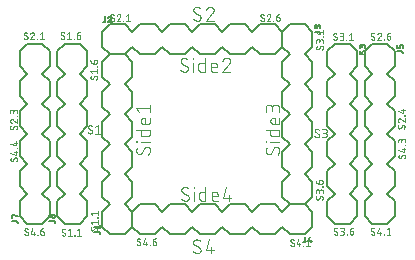
<source format=gbr>
G04 EAGLE Gerber RS-274X export*
G75*
%MOMM*%
%FSLAX34Y34*%
%LPD*%
%INSilkscreen Top*%
%IPPOS*%
%AMOC8*
5,1,8,0,0,1.08239X$1,22.5*%
G01*
%ADD10C,0.050800*%
%ADD11C,0.101600*%
%ADD12C,0.203200*%
%ADD13C,0.127000*%


D10*
X78825Y146304D02*
X78903Y146306D01*
X78980Y146312D01*
X79057Y146321D01*
X79133Y146334D01*
X79209Y146351D01*
X79284Y146372D01*
X79357Y146396D01*
X79430Y146424D01*
X79501Y146456D01*
X79570Y146491D01*
X79637Y146529D01*
X79703Y146570D01*
X79766Y146615D01*
X79827Y146663D01*
X79886Y146713D01*
X79942Y146767D01*
X79996Y146823D01*
X80046Y146882D01*
X80094Y146943D01*
X80139Y147006D01*
X80180Y147072D01*
X80218Y147139D01*
X80253Y147208D01*
X80285Y147279D01*
X80313Y147352D01*
X80337Y147425D01*
X80358Y147500D01*
X80375Y147576D01*
X80388Y147652D01*
X80397Y147729D01*
X80403Y147806D01*
X80405Y147884D01*
X78825Y146304D02*
X78710Y146306D01*
X78596Y146312D01*
X78482Y146322D01*
X78368Y146335D01*
X78255Y146353D01*
X78142Y146375D01*
X78030Y146400D01*
X77920Y146429D01*
X77810Y146462D01*
X77701Y146499D01*
X77594Y146539D01*
X77488Y146583D01*
X77384Y146631D01*
X77281Y146682D01*
X77181Y146737D01*
X77082Y146795D01*
X76985Y146857D01*
X76891Y146921D01*
X76798Y146989D01*
X76708Y147061D01*
X76621Y147135D01*
X76536Y147212D01*
X76454Y147292D01*
X76652Y151836D02*
X76654Y151914D01*
X76660Y151991D01*
X76669Y152068D01*
X76682Y152144D01*
X76699Y152220D01*
X76720Y152295D01*
X76744Y152368D01*
X76772Y152441D01*
X76804Y152512D01*
X76839Y152581D01*
X76877Y152648D01*
X76918Y152714D01*
X76963Y152777D01*
X77011Y152838D01*
X77061Y152897D01*
X77115Y152953D01*
X77171Y153007D01*
X77230Y153057D01*
X77291Y153105D01*
X77354Y153150D01*
X77420Y153191D01*
X77487Y153229D01*
X77556Y153264D01*
X77627Y153296D01*
X77700Y153324D01*
X77773Y153348D01*
X77848Y153369D01*
X77924Y153386D01*
X78000Y153399D01*
X78077Y153408D01*
X78155Y153414D01*
X78232Y153416D01*
X78338Y153414D01*
X78444Y153408D01*
X78549Y153399D01*
X78654Y153386D01*
X78759Y153369D01*
X78863Y153348D01*
X78966Y153324D01*
X79068Y153296D01*
X79169Y153264D01*
X79269Y153229D01*
X79367Y153190D01*
X79465Y153147D01*
X79560Y153102D01*
X79654Y153053D01*
X79746Y153000D01*
X79836Y152944D01*
X79924Y152885D01*
X80010Y152823D01*
X77442Y150453D02*
X77375Y150495D01*
X77310Y150540D01*
X77247Y150589D01*
X77186Y150640D01*
X77129Y150695D01*
X77074Y150752D01*
X77021Y150812D01*
X76972Y150874D01*
X76926Y150939D01*
X76884Y151005D01*
X76844Y151074D01*
X76808Y151145D01*
X76776Y151218D01*
X76747Y151292D01*
X76722Y151367D01*
X76701Y151443D01*
X76683Y151521D01*
X76670Y151599D01*
X76660Y151678D01*
X76654Y151757D01*
X76652Y151836D01*
X79615Y149267D02*
X79682Y149225D01*
X79747Y149180D01*
X79810Y149131D01*
X79871Y149080D01*
X79928Y149025D01*
X79983Y148968D01*
X80036Y148908D01*
X80085Y148846D01*
X80131Y148781D01*
X80173Y148715D01*
X80213Y148646D01*
X80249Y148575D01*
X80281Y148502D01*
X80310Y148428D01*
X80335Y148353D01*
X80356Y148277D01*
X80374Y148199D01*
X80387Y148121D01*
X80397Y148042D01*
X80403Y147963D01*
X80405Y147884D01*
X79615Y149267D02*
X77442Y150453D01*
X83083Y151836D02*
X85059Y153416D01*
X85059Y146304D01*
X87034Y146304D02*
X83083Y146304D01*
X270849Y143129D02*
X270927Y143131D01*
X271004Y143137D01*
X271081Y143146D01*
X271157Y143159D01*
X271233Y143176D01*
X271308Y143197D01*
X271381Y143221D01*
X271454Y143249D01*
X271525Y143281D01*
X271594Y143316D01*
X271661Y143354D01*
X271727Y143395D01*
X271790Y143440D01*
X271851Y143488D01*
X271910Y143538D01*
X271966Y143592D01*
X272020Y143648D01*
X272070Y143707D01*
X272118Y143768D01*
X272163Y143831D01*
X272204Y143897D01*
X272242Y143964D01*
X272277Y144033D01*
X272309Y144104D01*
X272337Y144177D01*
X272361Y144250D01*
X272382Y144325D01*
X272399Y144401D01*
X272412Y144477D01*
X272421Y144554D01*
X272427Y144631D01*
X272429Y144709D01*
X270849Y143129D02*
X270734Y143131D01*
X270620Y143137D01*
X270506Y143147D01*
X270392Y143160D01*
X270279Y143178D01*
X270166Y143200D01*
X270054Y143225D01*
X269944Y143254D01*
X269834Y143287D01*
X269725Y143324D01*
X269618Y143364D01*
X269512Y143408D01*
X269408Y143456D01*
X269305Y143507D01*
X269205Y143562D01*
X269106Y143620D01*
X269009Y143682D01*
X268915Y143746D01*
X268822Y143814D01*
X268732Y143886D01*
X268645Y143960D01*
X268560Y144037D01*
X268478Y144117D01*
X268676Y148661D02*
X268678Y148739D01*
X268684Y148816D01*
X268693Y148893D01*
X268706Y148969D01*
X268723Y149045D01*
X268744Y149120D01*
X268768Y149193D01*
X268796Y149266D01*
X268828Y149337D01*
X268863Y149406D01*
X268901Y149473D01*
X268942Y149539D01*
X268987Y149602D01*
X269035Y149663D01*
X269085Y149722D01*
X269139Y149778D01*
X269195Y149832D01*
X269254Y149882D01*
X269315Y149930D01*
X269378Y149975D01*
X269444Y150016D01*
X269511Y150054D01*
X269580Y150089D01*
X269651Y150121D01*
X269724Y150149D01*
X269797Y150173D01*
X269872Y150194D01*
X269948Y150211D01*
X270024Y150224D01*
X270101Y150233D01*
X270179Y150239D01*
X270256Y150241D01*
X270362Y150239D01*
X270468Y150233D01*
X270573Y150224D01*
X270678Y150211D01*
X270783Y150194D01*
X270887Y150173D01*
X270990Y150149D01*
X271092Y150121D01*
X271193Y150089D01*
X271293Y150054D01*
X271391Y150015D01*
X271489Y149972D01*
X271584Y149927D01*
X271678Y149878D01*
X271770Y149825D01*
X271860Y149769D01*
X271948Y149710D01*
X272034Y149648D01*
X269466Y147278D02*
X269399Y147320D01*
X269334Y147365D01*
X269271Y147414D01*
X269210Y147465D01*
X269153Y147520D01*
X269098Y147577D01*
X269045Y147637D01*
X268996Y147699D01*
X268950Y147764D01*
X268908Y147830D01*
X268868Y147899D01*
X268832Y147970D01*
X268800Y148043D01*
X268771Y148117D01*
X268746Y148192D01*
X268725Y148268D01*
X268707Y148346D01*
X268694Y148424D01*
X268684Y148503D01*
X268678Y148582D01*
X268676Y148661D01*
X271639Y146092D02*
X271706Y146050D01*
X271771Y146005D01*
X271834Y145956D01*
X271895Y145905D01*
X271952Y145850D01*
X272007Y145793D01*
X272060Y145733D01*
X272109Y145671D01*
X272155Y145606D01*
X272197Y145540D01*
X272237Y145471D01*
X272273Y145400D01*
X272305Y145327D01*
X272334Y145253D01*
X272359Y145178D01*
X272380Y145102D01*
X272398Y145024D01*
X272411Y144946D01*
X272421Y144867D01*
X272427Y144788D01*
X272429Y144709D01*
X271639Y146092D02*
X269466Y147278D01*
X275107Y143129D02*
X277083Y143129D01*
X277170Y143131D01*
X277258Y143137D01*
X277345Y143146D01*
X277431Y143160D01*
X277517Y143177D01*
X277601Y143198D01*
X277685Y143223D01*
X277768Y143252D01*
X277849Y143284D01*
X277929Y143319D01*
X278007Y143358D01*
X278084Y143401D01*
X278158Y143447D01*
X278230Y143496D01*
X278300Y143548D01*
X278368Y143604D01*
X278433Y143662D01*
X278496Y143723D01*
X278555Y143787D01*
X278612Y143854D01*
X278666Y143922D01*
X278717Y143994D01*
X278764Y144067D01*
X278809Y144142D01*
X278850Y144220D01*
X278887Y144299D01*
X278921Y144379D01*
X278951Y144461D01*
X278978Y144544D01*
X279001Y144629D01*
X279020Y144714D01*
X279035Y144800D01*
X279047Y144887D01*
X279055Y144974D01*
X279059Y145061D01*
X279059Y145149D01*
X279055Y145236D01*
X279047Y145323D01*
X279035Y145410D01*
X279020Y145496D01*
X279001Y145581D01*
X278978Y145666D01*
X278951Y145749D01*
X278921Y145831D01*
X278887Y145911D01*
X278850Y145990D01*
X278809Y146068D01*
X278764Y146143D01*
X278717Y146216D01*
X278666Y146288D01*
X278612Y146356D01*
X278555Y146423D01*
X278496Y146487D01*
X278433Y146548D01*
X278368Y146606D01*
X278300Y146662D01*
X278230Y146714D01*
X278158Y146763D01*
X278084Y146809D01*
X278007Y146852D01*
X277929Y146891D01*
X277849Y146926D01*
X277768Y146958D01*
X277685Y146987D01*
X277601Y147012D01*
X277517Y147033D01*
X277431Y147050D01*
X277345Y147064D01*
X277258Y147073D01*
X277170Y147079D01*
X277083Y147081D01*
X277478Y150241D02*
X275107Y150241D01*
X277478Y150241D02*
X277557Y150239D01*
X277635Y150233D01*
X277713Y150223D01*
X277791Y150210D01*
X277868Y150192D01*
X277944Y150171D01*
X278018Y150146D01*
X278092Y150117D01*
X278164Y150085D01*
X278234Y150049D01*
X278302Y150009D01*
X278368Y149966D01*
X278432Y149920D01*
X278494Y149871D01*
X278553Y149819D01*
X278609Y149764D01*
X278663Y149706D01*
X278713Y149646D01*
X278761Y149583D01*
X278805Y149518D01*
X278846Y149451D01*
X278884Y149382D01*
X278918Y149311D01*
X278949Y149238D01*
X278976Y149164D01*
X278999Y149089D01*
X279018Y149013D01*
X279034Y148935D01*
X279046Y148857D01*
X279054Y148779D01*
X279058Y148700D01*
X279058Y148622D01*
X279054Y148543D01*
X279046Y148465D01*
X279034Y148387D01*
X279018Y148309D01*
X278999Y148233D01*
X278976Y148158D01*
X278949Y148084D01*
X278918Y148011D01*
X278884Y147940D01*
X278846Y147871D01*
X278805Y147804D01*
X278761Y147739D01*
X278713Y147676D01*
X278663Y147616D01*
X278609Y147558D01*
X278553Y147503D01*
X278494Y147451D01*
X278432Y147402D01*
X278368Y147356D01*
X278302Y147313D01*
X278234Y147273D01*
X278164Y147237D01*
X278092Y147205D01*
X278018Y147176D01*
X277944Y147151D01*
X277868Y147130D01*
X277791Y147112D01*
X277713Y147099D01*
X277635Y147089D01*
X277557Y147083D01*
X277478Y147081D01*
X277478Y147080D02*
X275898Y147080D01*
D11*
X172099Y244404D02*
X172097Y244305D01*
X172091Y244205D01*
X172082Y244106D01*
X172069Y244008D01*
X172052Y243910D01*
X172031Y243812D01*
X172006Y243716D01*
X171978Y243621D01*
X171946Y243527D01*
X171911Y243434D01*
X171872Y243342D01*
X171829Y243252D01*
X171784Y243164D01*
X171734Y243077D01*
X171682Y242993D01*
X171626Y242910D01*
X171568Y242830D01*
X171506Y242752D01*
X171441Y242677D01*
X171373Y242604D01*
X171303Y242534D01*
X171230Y242466D01*
X171155Y242401D01*
X171077Y242339D01*
X170997Y242281D01*
X170914Y242225D01*
X170830Y242173D01*
X170743Y242123D01*
X170655Y242078D01*
X170565Y242035D01*
X170473Y241996D01*
X170380Y241961D01*
X170286Y241929D01*
X170191Y241901D01*
X170095Y241876D01*
X169997Y241855D01*
X169899Y241838D01*
X169801Y241825D01*
X169702Y241816D01*
X169602Y241810D01*
X169503Y241808D01*
X169359Y241810D01*
X169214Y241816D01*
X169070Y241825D01*
X168927Y241838D01*
X168783Y241855D01*
X168640Y241876D01*
X168498Y241901D01*
X168357Y241929D01*
X168216Y241961D01*
X168076Y241997D01*
X167937Y242036D01*
X167799Y242079D01*
X167663Y242126D01*
X167527Y242176D01*
X167393Y242230D01*
X167261Y242287D01*
X167130Y242348D01*
X167001Y242412D01*
X166873Y242480D01*
X166747Y242550D01*
X166623Y242625D01*
X166502Y242702D01*
X166382Y242783D01*
X166264Y242866D01*
X166149Y242953D01*
X166036Y243043D01*
X165925Y243136D01*
X165817Y243231D01*
X165711Y243330D01*
X165608Y243431D01*
X165933Y250896D02*
X165935Y250995D01*
X165941Y251095D01*
X165950Y251194D01*
X165963Y251292D01*
X165980Y251390D01*
X166001Y251488D01*
X166026Y251584D01*
X166054Y251679D01*
X166086Y251773D01*
X166121Y251866D01*
X166160Y251958D01*
X166203Y252048D01*
X166248Y252136D01*
X166298Y252223D01*
X166350Y252307D01*
X166406Y252390D01*
X166464Y252470D01*
X166526Y252548D01*
X166591Y252623D01*
X166659Y252696D01*
X166729Y252766D01*
X166802Y252834D01*
X166877Y252899D01*
X166955Y252961D01*
X167035Y253019D01*
X167118Y253075D01*
X167202Y253127D01*
X167289Y253177D01*
X167377Y253222D01*
X167467Y253265D01*
X167559Y253304D01*
X167652Y253339D01*
X167746Y253371D01*
X167841Y253399D01*
X167938Y253424D01*
X168035Y253445D01*
X168133Y253462D01*
X168231Y253475D01*
X168330Y253484D01*
X168430Y253490D01*
X168529Y253492D01*
X168665Y253490D01*
X168801Y253484D01*
X168937Y253475D01*
X169073Y253462D01*
X169208Y253444D01*
X169342Y253424D01*
X169476Y253399D01*
X169610Y253371D01*
X169742Y253338D01*
X169873Y253303D01*
X170004Y253263D01*
X170133Y253220D01*
X170261Y253174D01*
X170387Y253123D01*
X170513Y253070D01*
X170636Y253012D01*
X170758Y252952D01*
X170878Y252888D01*
X170997Y252820D01*
X171113Y252750D01*
X171227Y252676D01*
X171340Y252599D01*
X171450Y252518D01*
X167231Y248624D02*
X167145Y248677D01*
X167061Y248734D01*
X166979Y248793D01*
X166899Y248856D01*
X166822Y248922D01*
X166747Y248990D01*
X166675Y249062D01*
X166606Y249136D01*
X166540Y249213D01*
X166477Y249292D01*
X166417Y249374D01*
X166360Y249458D01*
X166306Y249544D01*
X166256Y249632D01*
X166209Y249722D01*
X166165Y249813D01*
X166126Y249907D01*
X166089Y250001D01*
X166057Y250097D01*
X166028Y250195D01*
X166003Y250293D01*
X165982Y250392D01*
X165964Y250492D01*
X165951Y250592D01*
X165941Y250693D01*
X165935Y250795D01*
X165933Y250896D01*
X170801Y246676D02*
X170887Y246623D01*
X170971Y246566D01*
X171053Y246507D01*
X171133Y246444D01*
X171210Y246378D01*
X171285Y246310D01*
X171357Y246238D01*
X171426Y246164D01*
X171492Y246087D01*
X171555Y246008D01*
X171615Y245926D01*
X171672Y245842D01*
X171726Y245756D01*
X171776Y245668D01*
X171823Y245578D01*
X171867Y245487D01*
X171906Y245393D01*
X171943Y245299D01*
X171975Y245203D01*
X172004Y245105D01*
X172029Y245007D01*
X172050Y244908D01*
X172068Y244808D01*
X172081Y244708D01*
X172091Y244607D01*
X172097Y244505D01*
X172099Y244404D01*
X170801Y246676D02*
X167231Y248624D01*
X180227Y253492D02*
X180334Y253490D01*
X180440Y253484D01*
X180546Y253474D01*
X180652Y253461D01*
X180758Y253443D01*
X180862Y253422D01*
X180966Y253397D01*
X181069Y253368D01*
X181170Y253336D01*
X181270Y253299D01*
X181369Y253259D01*
X181467Y253216D01*
X181563Y253169D01*
X181657Y253118D01*
X181749Y253064D01*
X181839Y253007D01*
X181927Y252947D01*
X182012Y252883D01*
X182095Y252816D01*
X182176Y252746D01*
X182254Y252674D01*
X182330Y252598D01*
X182402Y252520D01*
X182472Y252439D01*
X182539Y252356D01*
X182603Y252271D01*
X182663Y252183D01*
X182720Y252093D01*
X182774Y252001D01*
X182825Y251907D01*
X182872Y251811D01*
X182915Y251713D01*
X182955Y251614D01*
X182992Y251514D01*
X183024Y251413D01*
X183053Y251310D01*
X183078Y251206D01*
X183099Y251102D01*
X183117Y250996D01*
X183130Y250890D01*
X183140Y250784D01*
X183146Y250678D01*
X183148Y250571D01*
X180227Y253492D02*
X180106Y253490D01*
X179985Y253484D01*
X179865Y253474D01*
X179744Y253461D01*
X179625Y253443D01*
X179505Y253422D01*
X179387Y253397D01*
X179270Y253368D01*
X179153Y253335D01*
X179038Y253299D01*
X178924Y253258D01*
X178811Y253215D01*
X178699Y253167D01*
X178590Y253116D01*
X178482Y253061D01*
X178375Y253003D01*
X178271Y252942D01*
X178169Y252877D01*
X178069Y252809D01*
X177971Y252738D01*
X177875Y252664D01*
X177782Y252587D01*
X177692Y252506D01*
X177604Y252423D01*
X177519Y252337D01*
X177436Y252248D01*
X177357Y252157D01*
X177280Y252063D01*
X177207Y251967D01*
X177137Y251869D01*
X177070Y251768D01*
X177006Y251665D01*
X176946Y251560D01*
X176889Y251453D01*
X176835Y251345D01*
X176785Y251235D01*
X176739Y251123D01*
X176696Y251010D01*
X176657Y250895D01*
X182175Y248299D02*
X182254Y248376D01*
X182330Y248457D01*
X182403Y248540D01*
X182473Y248625D01*
X182540Y248713D01*
X182604Y248803D01*
X182664Y248895D01*
X182721Y248990D01*
X182775Y249086D01*
X182826Y249184D01*
X182873Y249284D01*
X182917Y249386D01*
X182957Y249489D01*
X182993Y249593D01*
X183025Y249699D01*
X183054Y249805D01*
X183079Y249913D01*
X183101Y250021D01*
X183118Y250131D01*
X183132Y250240D01*
X183141Y250350D01*
X183147Y250461D01*
X183149Y250571D01*
X182174Y248299D02*
X176657Y241808D01*
X183148Y241808D01*
X172099Y47554D02*
X172097Y47455D01*
X172091Y47355D01*
X172082Y47256D01*
X172069Y47158D01*
X172052Y47060D01*
X172031Y46962D01*
X172006Y46866D01*
X171978Y46771D01*
X171946Y46677D01*
X171911Y46584D01*
X171872Y46492D01*
X171829Y46402D01*
X171784Y46314D01*
X171734Y46227D01*
X171682Y46143D01*
X171626Y46060D01*
X171568Y45980D01*
X171506Y45902D01*
X171441Y45827D01*
X171373Y45754D01*
X171303Y45684D01*
X171230Y45616D01*
X171155Y45551D01*
X171077Y45489D01*
X170997Y45431D01*
X170914Y45375D01*
X170830Y45323D01*
X170743Y45273D01*
X170655Y45228D01*
X170565Y45185D01*
X170473Y45146D01*
X170380Y45111D01*
X170286Y45079D01*
X170191Y45051D01*
X170095Y45026D01*
X169997Y45005D01*
X169899Y44988D01*
X169801Y44975D01*
X169702Y44966D01*
X169602Y44960D01*
X169503Y44958D01*
X169359Y44960D01*
X169214Y44966D01*
X169070Y44975D01*
X168927Y44988D01*
X168783Y45005D01*
X168640Y45026D01*
X168498Y45051D01*
X168357Y45079D01*
X168216Y45111D01*
X168076Y45147D01*
X167937Y45186D01*
X167799Y45229D01*
X167663Y45276D01*
X167527Y45326D01*
X167393Y45380D01*
X167261Y45437D01*
X167130Y45498D01*
X167001Y45562D01*
X166873Y45630D01*
X166747Y45700D01*
X166623Y45775D01*
X166502Y45852D01*
X166382Y45933D01*
X166264Y46016D01*
X166149Y46103D01*
X166036Y46193D01*
X165925Y46286D01*
X165817Y46381D01*
X165711Y46480D01*
X165608Y46581D01*
X165933Y54046D02*
X165935Y54145D01*
X165941Y54245D01*
X165950Y54344D01*
X165963Y54442D01*
X165980Y54540D01*
X166001Y54638D01*
X166026Y54734D01*
X166054Y54829D01*
X166086Y54923D01*
X166121Y55016D01*
X166160Y55108D01*
X166203Y55198D01*
X166248Y55286D01*
X166298Y55373D01*
X166350Y55457D01*
X166406Y55540D01*
X166464Y55620D01*
X166526Y55698D01*
X166591Y55773D01*
X166659Y55846D01*
X166729Y55916D01*
X166802Y55984D01*
X166877Y56049D01*
X166955Y56111D01*
X167035Y56169D01*
X167118Y56225D01*
X167202Y56277D01*
X167289Y56327D01*
X167377Y56372D01*
X167467Y56415D01*
X167559Y56454D01*
X167652Y56489D01*
X167746Y56521D01*
X167841Y56549D01*
X167938Y56574D01*
X168035Y56595D01*
X168133Y56612D01*
X168231Y56625D01*
X168330Y56634D01*
X168430Y56640D01*
X168529Y56642D01*
X168665Y56640D01*
X168801Y56634D01*
X168937Y56625D01*
X169073Y56612D01*
X169208Y56594D01*
X169342Y56574D01*
X169476Y56549D01*
X169610Y56521D01*
X169742Y56488D01*
X169873Y56453D01*
X170004Y56413D01*
X170133Y56370D01*
X170261Y56324D01*
X170387Y56273D01*
X170513Y56220D01*
X170636Y56162D01*
X170758Y56102D01*
X170878Y56038D01*
X170997Y55970D01*
X171113Y55900D01*
X171227Y55826D01*
X171340Y55749D01*
X171450Y55668D01*
X167231Y51774D02*
X167145Y51827D01*
X167061Y51884D01*
X166979Y51943D01*
X166899Y52006D01*
X166822Y52072D01*
X166747Y52140D01*
X166675Y52212D01*
X166606Y52286D01*
X166540Y52363D01*
X166477Y52442D01*
X166417Y52524D01*
X166360Y52608D01*
X166306Y52694D01*
X166256Y52782D01*
X166209Y52872D01*
X166165Y52963D01*
X166126Y53057D01*
X166089Y53151D01*
X166057Y53247D01*
X166028Y53345D01*
X166003Y53443D01*
X165982Y53542D01*
X165964Y53642D01*
X165951Y53742D01*
X165941Y53843D01*
X165935Y53945D01*
X165933Y54046D01*
X170801Y49826D02*
X170887Y49773D01*
X170971Y49716D01*
X171053Y49657D01*
X171133Y49594D01*
X171210Y49528D01*
X171285Y49460D01*
X171357Y49388D01*
X171426Y49314D01*
X171492Y49237D01*
X171555Y49158D01*
X171615Y49076D01*
X171672Y48992D01*
X171726Y48906D01*
X171776Y48818D01*
X171823Y48728D01*
X171867Y48637D01*
X171906Y48543D01*
X171943Y48449D01*
X171975Y48353D01*
X172004Y48255D01*
X172029Y48157D01*
X172050Y48058D01*
X172068Y47958D01*
X172081Y47858D01*
X172091Y47757D01*
X172097Y47655D01*
X172099Y47554D01*
X170801Y49826D02*
X167231Y51774D01*
X176657Y47554D02*
X179253Y56642D01*
X176657Y47554D02*
X183148Y47554D01*
X181201Y50151D02*
X181201Y44958D01*
D10*
X84836Y65955D02*
X84834Y66025D01*
X84828Y66095D01*
X84819Y66165D01*
X84806Y66234D01*
X84789Y66302D01*
X84768Y66369D01*
X84744Y66435D01*
X84716Y66500D01*
X84685Y66563D01*
X84650Y66624D01*
X84612Y66683D01*
X84571Y66741D01*
X84527Y66795D01*
X84480Y66848D01*
X84431Y66897D01*
X84378Y66944D01*
X84324Y66988D01*
X84266Y67029D01*
X84207Y67067D01*
X84146Y67102D01*
X84083Y67133D01*
X84018Y67161D01*
X83952Y67185D01*
X83885Y67206D01*
X83817Y67223D01*
X83748Y67236D01*
X83678Y67245D01*
X83608Y67251D01*
X83538Y67253D01*
X84836Y65955D02*
X84834Y65852D01*
X84828Y65749D01*
X84819Y65646D01*
X84805Y65544D01*
X84788Y65443D01*
X84767Y65342D01*
X84742Y65242D01*
X84713Y65143D01*
X84681Y65045D01*
X84644Y64948D01*
X84605Y64853D01*
X84562Y64759D01*
X84515Y64667D01*
X84465Y64577D01*
X84411Y64489D01*
X84355Y64403D01*
X84295Y64319D01*
X84232Y64238D01*
X84166Y64159D01*
X84097Y64082D01*
X84025Y64008D01*
X80292Y64171D02*
X80222Y64173D01*
X80152Y64179D01*
X80082Y64188D01*
X80013Y64201D01*
X79945Y64218D01*
X79878Y64239D01*
X79812Y64263D01*
X79747Y64291D01*
X79684Y64322D01*
X79623Y64357D01*
X79564Y64395D01*
X79506Y64436D01*
X79452Y64480D01*
X79399Y64527D01*
X79350Y64576D01*
X79303Y64629D01*
X79259Y64683D01*
X79218Y64741D01*
X79180Y64800D01*
X79145Y64861D01*
X79114Y64924D01*
X79086Y64989D01*
X79062Y65055D01*
X79041Y65122D01*
X79024Y65190D01*
X79011Y65259D01*
X79002Y65329D01*
X78996Y65399D01*
X78994Y65469D01*
X78996Y65567D01*
X79002Y65665D01*
X79012Y65762D01*
X79025Y65859D01*
X79043Y65955D01*
X79065Y66051D01*
X79090Y66145D01*
X79119Y66239D01*
X79152Y66331D01*
X79188Y66422D01*
X79228Y66511D01*
X79272Y66599D01*
X79319Y66684D01*
X79370Y66768D01*
X79424Y66850D01*
X79481Y66929D01*
X81428Y64820D02*
X81391Y64762D01*
X81352Y64706D01*
X81310Y64652D01*
X81265Y64600D01*
X81218Y64551D01*
X81168Y64504D01*
X81116Y64460D01*
X81061Y64419D01*
X81004Y64380D01*
X80946Y64345D01*
X80886Y64312D01*
X80824Y64283D01*
X80761Y64257D01*
X80696Y64234D01*
X80630Y64215D01*
X80564Y64199D01*
X80496Y64187D01*
X80429Y64178D01*
X80360Y64173D01*
X80292Y64171D01*
X82402Y66605D02*
X82438Y66663D01*
X82477Y66719D01*
X82519Y66773D01*
X82564Y66825D01*
X82612Y66874D01*
X82662Y66921D01*
X82714Y66965D01*
X82768Y67006D01*
X82825Y67045D01*
X82884Y67080D01*
X82944Y67113D01*
X83006Y67142D01*
X83069Y67168D01*
X83134Y67191D01*
X83199Y67210D01*
X83266Y67226D01*
X83333Y67238D01*
X83401Y67247D01*
X83470Y67252D01*
X83538Y67254D01*
X82402Y66604D02*
X81428Y64819D01*
X80292Y69532D02*
X78994Y71155D01*
X84836Y71155D01*
X84836Y69532D02*
X84836Y72778D01*
X84836Y74993D02*
X84511Y74993D01*
X84511Y75318D01*
X84836Y75318D01*
X84836Y74993D01*
X80292Y77533D02*
X78994Y79156D01*
X84836Y79156D01*
X84836Y77533D02*
X84836Y80779D01*
X84709Y193971D02*
X84707Y194041D01*
X84701Y194111D01*
X84692Y194181D01*
X84679Y194250D01*
X84662Y194318D01*
X84641Y194385D01*
X84617Y194451D01*
X84589Y194516D01*
X84558Y194579D01*
X84523Y194640D01*
X84485Y194699D01*
X84444Y194757D01*
X84400Y194811D01*
X84353Y194864D01*
X84304Y194913D01*
X84251Y194960D01*
X84197Y195004D01*
X84139Y195045D01*
X84080Y195083D01*
X84019Y195118D01*
X83956Y195149D01*
X83891Y195177D01*
X83825Y195201D01*
X83758Y195222D01*
X83690Y195239D01*
X83621Y195252D01*
X83551Y195261D01*
X83481Y195267D01*
X83411Y195269D01*
X84709Y193971D02*
X84707Y193868D01*
X84701Y193765D01*
X84692Y193662D01*
X84678Y193560D01*
X84661Y193459D01*
X84640Y193358D01*
X84615Y193258D01*
X84586Y193159D01*
X84554Y193061D01*
X84517Y192964D01*
X84478Y192869D01*
X84435Y192775D01*
X84388Y192683D01*
X84338Y192593D01*
X84284Y192505D01*
X84228Y192419D01*
X84168Y192335D01*
X84105Y192254D01*
X84039Y192175D01*
X83970Y192098D01*
X83898Y192024D01*
X80165Y192187D02*
X80095Y192189D01*
X80025Y192195D01*
X79955Y192204D01*
X79886Y192217D01*
X79818Y192234D01*
X79751Y192255D01*
X79685Y192279D01*
X79620Y192307D01*
X79557Y192338D01*
X79496Y192373D01*
X79437Y192411D01*
X79379Y192452D01*
X79325Y192496D01*
X79272Y192543D01*
X79223Y192592D01*
X79176Y192645D01*
X79132Y192699D01*
X79091Y192757D01*
X79053Y192816D01*
X79018Y192877D01*
X78987Y192940D01*
X78959Y193005D01*
X78935Y193071D01*
X78914Y193138D01*
X78897Y193206D01*
X78884Y193275D01*
X78875Y193345D01*
X78869Y193415D01*
X78867Y193485D01*
X78869Y193583D01*
X78875Y193681D01*
X78885Y193778D01*
X78898Y193875D01*
X78916Y193971D01*
X78938Y194067D01*
X78963Y194161D01*
X78992Y194255D01*
X79025Y194347D01*
X79061Y194438D01*
X79101Y194527D01*
X79145Y194615D01*
X79192Y194700D01*
X79243Y194784D01*
X79297Y194866D01*
X79354Y194945D01*
X81301Y192836D02*
X81264Y192778D01*
X81225Y192722D01*
X81183Y192668D01*
X81138Y192616D01*
X81091Y192567D01*
X81041Y192520D01*
X80989Y192476D01*
X80934Y192435D01*
X80877Y192396D01*
X80819Y192361D01*
X80759Y192328D01*
X80697Y192299D01*
X80634Y192273D01*
X80569Y192250D01*
X80503Y192231D01*
X80437Y192215D01*
X80369Y192203D01*
X80302Y192194D01*
X80233Y192189D01*
X80165Y192187D01*
X82275Y194621D02*
X82311Y194679D01*
X82350Y194735D01*
X82392Y194789D01*
X82437Y194841D01*
X82485Y194890D01*
X82535Y194937D01*
X82587Y194981D01*
X82641Y195022D01*
X82698Y195061D01*
X82757Y195096D01*
X82817Y195129D01*
X82879Y195158D01*
X82942Y195184D01*
X83007Y195207D01*
X83072Y195226D01*
X83139Y195242D01*
X83206Y195254D01*
X83274Y195263D01*
X83343Y195268D01*
X83411Y195270D01*
X82275Y194620D02*
X81301Y192835D01*
X80165Y197548D02*
X78867Y199171D01*
X84709Y199171D01*
X84709Y197548D02*
X84709Y200794D01*
X84709Y203009D02*
X84384Y203009D01*
X84384Y203334D01*
X84709Y203334D01*
X84709Y203009D01*
X81463Y205549D02*
X81463Y207497D01*
X81464Y207497D02*
X81466Y207567D01*
X81472Y207637D01*
X81481Y207707D01*
X81494Y207776D01*
X81511Y207844D01*
X81532Y207911D01*
X81556Y207977D01*
X81584Y208042D01*
X81615Y208105D01*
X81650Y208166D01*
X81688Y208225D01*
X81729Y208283D01*
X81773Y208337D01*
X81820Y208390D01*
X81869Y208439D01*
X81922Y208486D01*
X81976Y208530D01*
X82034Y208571D01*
X82093Y208609D01*
X82154Y208644D01*
X82217Y208675D01*
X82282Y208703D01*
X82348Y208727D01*
X82415Y208748D01*
X82483Y208765D01*
X82552Y208778D01*
X82622Y208787D01*
X82692Y208793D01*
X82762Y208795D01*
X83086Y208795D01*
X83166Y208793D01*
X83245Y208787D01*
X83324Y208777D01*
X83403Y208764D01*
X83480Y208746D01*
X83557Y208725D01*
X83633Y208700D01*
X83707Y208671D01*
X83780Y208639D01*
X83851Y208603D01*
X83920Y208564D01*
X83988Y208521D01*
X84053Y208476D01*
X84116Y208427D01*
X84176Y208375D01*
X84234Y208320D01*
X84289Y208262D01*
X84341Y208202D01*
X84390Y208139D01*
X84435Y208074D01*
X84478Y208006D01*
X84517Y207937D01*
X84553Y207866D01*
X84585Y207793D01*
X84614Y207719D01*
X84639Y207643D01*
X84660Y207566D01*
X84678Y207489D01*
X84691Y207410D01*
X84701Y207331D01*
X84707Y207252D01*
X84709Y207172D01*
X84707Y207092D01*
X84701Y207013D01*
X84691Y206934D01*
X84678Y206855D01*
X84660Y206778D01*
X84639Y206701D01*
X84614Y206625D01*
X84585Y206551D01*
X84553Y206478D01*
X84517Y206407D01*
X84478Y206338D01*
X84435Y206270D01*
X84390Y206205D01*
X84341Y206142D01*
X84289Y206082D01*
X84234Y206024D01*
X84176Y205969D01*
X84116Y205917D01*
X84053Y205868D01*
X83988Y205823D01*
X83920Y205780D01*
X83851Y205741D01*
X83780Y205705D01*
X83707Y205673D01*
X83633Y205644D01*
X83557Y205619D01*
X83480Y205598D01*
X83403Y205580D01*
X83324Y205567D01*
X83245Y205557D01*
X83166Y205551D01*
X83086Y205549D01*
X81463Y205549D01*
X81364Y205551D01*
X81264Y205557D01*
X81165Y205566D01*
X81067Y205579D01*
X80969Y205597D01*
X80871Y205617D01*
X80775Y205642D01*
X80679Y205670D01*
X80585Y205702D01*
X80492Y205737D01*
X80401Y205776D01*
X80311Y205819D01*
X80222Y205864D01*
X80136Y205914D01*
X80051Y205966D01*
X79969Y206022D01*
X79889Y206081D01*
X79811Y206142D01*
X79735Y206207D01*
X79662Y206275D01*
X79592Y206345D01*
X79524Y206418D01*
X79459Y206494D01*
X79398Y206572D01*
X79339Y206652D01*
X79283Y206734D01*
X79231Y206819D01*
X79182Y206905D01*
X79136Y206994D01*
X79093Y207084D01*
X79054Y207175D01*
X79019Y207268D01*
X78987Y207362D01*
X78959Y207458D01*
X78934Y207554D01*
X78914Y207652D01*
X78896Y207750D01*
X78883Y207848D01*
X78874Y207947D01*
X78868Y208046D01*
X78866Y208146D01*
X97451Y241554D02*
X97521Y241556D01*
X97591Y241562D01*
X97661Y241571D01*
X97730Y241584D01*
X97798Y241601D01*
X97865Y241622D01*
X97931Y241646D01*
X97996Y241674D01*
X98059Y241705D01*
X98120Y241740D01*
X98179Y241778D01*
X98237Y241819D01*
X98291Y241863D01*
X98344Y241910D01*
X98393Y241959D01*
X98440Y242012D01*
X98484Y242066D01*
X98525Y242124D01*
X98563Y242183D01*
X98598Y242244D01*
X98629Y242307D01*
X98657Y242372D01*
X98681Y242438D01*
X98702Y242505D01*
X98719Y242573D01*
X98732Y242642D01*
X98741Y242712D01*
X98747Y242782D01*
X98749Y242852D01*
X97451Y241554D02*
X97348Y241556D01*
X97245Y241562D01*
X97142Y241571D01*
X97040Y241585D01*
X96939Y241602D01*
X96838Y241623D01*
X96738Y241648D01*
X96639Y241677D01*
X96541Y241709D01*
X96444Y241746D01*
X96349Y241785D01*
X96255Y241828D01*
X96163Y241875D01*
X96073Y241925D01*
X95985Y241979D01*
X95899Y242035D01*
X95815Y242095D01*
X95734Y242158D01*
X95655Y242224D01*
X95578Y242293D01*
X95504Y242365D01*
X95667Y246098D02*
X95669Y246168D01*
X95675Y246238D01*
X95684Y246308D01*
X95697Y246377D01*
X95714Y246445D01*
X95735Y246512D01*
X95759Y246578D01*
X95787Y246643D01*
X95818Y246706D01*
X95853Y246767D01*
X95891Y246826D01*
X95932Y246884D01*
X95976Y246938D01*
X96023Y246991D01*
X96072Y247040D01*
X96125Y247087D01*
X96179Y247131D01*
X96237Y247172D01*
X96296Y247210D01*
X96357Y247245D01*
X96420Y247276D01*
X96485Y247304D01*
X96551Y247328D01*
X96618Y247349D01*
X96686Y247366D01*
X96755Y247379D01*
X96825Y247388D01*
X96895Y247394D01*
X96965Y247396D01*
X97063Y247394D01*
X97161Y247388D01*
X97258Y247378D01*
X97355Y247365D01*
X97451Y247347D01*
X97547Y247325D01*
X97641Y247300D01*
X97735Y247271D01*
X97827Y247238D01*
X97918Y247202D01*
X98007Y247162D01*
X98095Y247118D01*
X98180Y247071D01*
X98264Y247020D01*
X98346Y246966D01*
X98425Y246909D01*
X96316Y244962D02*
X96258Y244999D01*
X96202Y245038D01*
X96148Y245080D01*
X96096Y245125D01*
X96047Y245172D01*
X96000Y245222D01*
X95956Y245274D01*
X95915Y245329D01*
X95876Y245386D01*
X95841Y245444D01*
X95808Y245504D01*
X95779Y245566D01*
X95753Y245629D01*
X95730Y245694D01*
X95711Y245760D01*
X95695Y245826D01*
X95683Y245894D01*
X95674Y245961D01*
X95669Y246030D01*
X95667Y246098D01*
X98101Y243988D02*
X98159Y243952D01*
X98215Y243913D01*
X98269Y243871D01*
X98321Y243826D01*
X98370Y243778D01*
X98417Y243728D01*
X98461Y243676D01*
X98502Y243622D01*
X98541Y243565D01*
X98576Y243506D01*
X98609Y243446D01*
X98638Y243384D01*
X98664Y243321D01*
X98687Y243256D01*
X98706Y243191D01*
X98722Y243124D01*
X98734Y243057D01*
X98743Y242989D01*
X98748Y242920D01*
X98750Y242852D01*
X98100Y243988D02*
X96315Y244962D01*
X102814Y247397D02*
X102888Y247395D01*
X102962Y247390D01*
X103035Y247380D01*
X103108Y247367D01*
X103180Y247350D01*
X103251Y247330D01*
X103321Y247306D01*
X103390Y247279D01*
X103457Y247248D01*
X103523Y247213D01*
X103587Y247176D01*
X103649Y247135D01*
X103708Y247091D01*
X103766Y247045D01*
X103821Y246995D01*
X103873Y246943D01*
X103923Y246888D01*
X103969Y246830D01*
X104013Y246771D01*
X104054Y246709D01*
X104091Y246645D01*
X104126Y246579D01*
X104157Y246512D01*
X104184Y246443D01*
X104208Y246373D01*
X104228Y246302D01*
X104245Y246230D01*
X104258Y246157D01*
X104268Y246084D01*
X104273Y246010D01*
X104275Y245936D01*
X102814Y247396D02*
X102730Y247394D01*
X102646Y247388D01*
X102562Y247379D01*
X102479Y247366D01*
X102396Y247349D01*
X102315Y247328D01*
X102234Y247304D01*
X102154Y247276D01*
X102076Y247245D01*
X101999Y247210D01*
X101924Y247172D01*
X101851Y247130D01*
X101780Y247085D01*
X101711Y247037D01*
X101644Y246986D01*
X101579Y246932D01*
X101517Y246875D01*
X101457Y246816D01*
X101400Y246753D01*
X101346Y246689D01*
X101295Y246622D01*
X101248Y246552D01*
X101203Y246481D01*
X101161Y246408D01*
X101123Y246332D01*
X101088Y246256D01*
X101057Y246178D01*
X101029Y246098D01*
X103787Y244800D02*
X103840Y244853D01*
X103890Y244908D01*
X103938Y244966D01*
X103983Y245025D01*
X104025Y245087D01*
X104064Y245151D01*
X104099Y245217D01*
X104132Y245284D01*
X104161Y245352D01*
X104188Y245423D01*
X104210Y245494D01*
X104230Y245566D01*
X104246Y245639D01*
X104258Y245713D01*
X104267Y245787D01*
X104272Y245861D01*
X104274Y245936D01*
X103787Y244800D02*
X101028Y241554D01*
X104274Y241554D01*
X106489Y241554D02*
X106489Y241879D01*
X106814Y241879D01*
X106814Y241554D01*
X106489Y241554D01*
X109029Y246098D02*
X110652Y247396D01*
X110652Y241554D01*
X109029Y241554D02*
X112275Y241554D01*
X224451Y241554D02*
X224521Y241556D01*
X224591Y241562D01*
X224661Y241571D01*
X224730Y241584D01*
X224798Y241601D01*
X224865Y241622D01*
X224931Y241646D01*
X224996Y241674D01*
X225059Y241705D01*
X225120Y241740D01*
X225179Y241778D01*
X225237Y241819D01*
X225291Y241863D01*
X225344Y241910D01*
X225393Y241959D01*
X225440Y242012D01*
X225484Y242066D01*
X225525Y242124D01*
X225563Y242183D01*
X225598Y242244D01*
X225629Y242307D01*
X225657Y242372D01*
X225681Y242438D01*
X225702Y242505D01*
X225719Y242573D01*
X225732Y242642D01*
X225741Y242712D01*
X225747Y242782D01*
X225749Y242852D01*
X224451Y241554D02*
X224348Y241556D01*
X224245Y241562D01*
X224142Y241571D01*
X224040Y241585D01*
X223939Y241602D01*
X223838Y241623D01*
X223738Y241648D01*
X223639Y241677D01*
X223541Y241709D01*
X223444Y241746D01*
X223349Y241785D01*
X223255Y241828D01*
X223163Y241875D01*
X223073Y241925D01*
X222985Y241979D01*
X222899Y242035D01*
X222815Y242095D01*
X222734Y242158D01*
X222655Y242224D01*
X222578Y242293D01*
X222504Y242365D01*
X222667Y246098D02*
X222669Y246168D01*
X222675Y246238D01*
X222684Y246308D01*
X222697Y246377D01*
X222714Y246445D01*
X222735Y246512D01*
X222759Y246578D01*
X222787Y246643D01*
X222818Y246706D01*
X222853Y246767D01*
X222891Y246826D01*
X222932Y246884D01*
X222976Y246938D01*
X223023Y246991D01*
X223072Y247040D01*
X223125Y247087D01*
X223179Y247131D01*
X223237Y247172D01*
X223296Y247210D01*
X223357Y247245D01*
X223420Y247276D01*
X223485Y247304D01*
X223551Y247328D01*
X223618Y247349D01*
X223686Y247366D01*
X223755Y247379D01*
X223825Y247388D01*
X223895Y247394D01*
X223965Y247396D01*
X224063Y247394D01*
X224161Y247388D01*
X224258Y247378D01*
X224355Y247365D01*
X224451Y247347D01*
X224547Y247325D01*
X224641Y247300D01*
X224735Y247271D01*
X224827Y247238D01*
X224918Y247202D01*
X225007Y247162D01*
X225095Y247118D01*
X225180Y247071D01*
X225264Y247020D01*
X225346Y246966D01*
X225425Y246909D01*
X223316Y244962D02*
X223258Y244999D01*
X223202Y245038D01*
X223148Y245080D01*
X223096Y245125D01*
X223047Y245172D01*
X223000Y245222D01*
X222956Y245274D01*
X222915Y245329D01*
X222876Y245386D01*
X222841Y245444D01*
X222808Y245504D01*
X222779Y245566D01*
X222753Y245629D01*
X222730Y245694D01*
X222711Y245760D01*
X222695Y245826D01*
X222683Y245894D01*
X222674Y245961D01*
X222669Y246030D01*
X222667Y246098D01*
X225101Y243988D02*
X225159Y243952D01*
X225215Y243913D01*
X225269Y243871D01*
X225321Y243826D01*
X225370Y243778D01*
X225417Y243728D01*
X225461Y243676D01*
X225502Y243622D01*
X225541Y243565D01*
X225576Y243506D01*
X225609Y243446D01*
X225638Y243384D01*
X225664Y243321D01*
X225687Y243256D01*
X225706Y243191D01*
X225722Y243124D01*
X225734Y243057D01*
X225743Y242989D01*
X225748Y242920D01*
X225750Y242852D01*
X225100Y243988D02*
X223315Y244962D01*
X229814Y247397D02*
X229888Y247395D01*
X229962Y247390D01*
X230035Y247380D01*
X230108Y247367D01*
X230180Y247350D01*
X230251Y247330D01*
X230321Y247306D01*
X230390Y247279D01*
X230457Y247248D01*
X230523Y247213D01*
X230587Y247176D01*
X230649Y247135D01*
X230708Y247091D01*
X230766Y247045D01*
X230821Y246995D01*
X230873Y246943D01*
X230923Y246888D01*
X230969Y246830D01*
X231013Y246771D01*
X231054Y246709D01*
X231091Y246645D01*
X231126Y246579D01*
X231157Y246512D01*
X231184Y246443D01*
X231208Y246373D01*
X231228Y246302D01*
X231245Y246230D01*
X231258Y246157D01*
X231268Y246084D01*
X231273Y246010D01*
X231275Y245936D01*
X229814Y247396D02*
X229730Y247394D01*
X229646Y247388D01*
X229562Y247379D01*
X229479Y247366D01*
X229396Y247349D01*
X229315Y247328D01*
X229234Y247304D01*
X229154Y247276D01*
X229076Y247245D01*
X228999Y247210D01*
X228924Y247172D01*
X228851Y247130D01*
X228780Y247085D01*
X228711Y247037D01*
X228644Y246986D01*
X228579Y246932D01*
X228517Y246875D01*
X228457Y246816D01*
X228400Y246753D01*
X228346Y246689D01*
X228295Y246622D01*
X228248Y246552D01*
X228203Y246481D01*
X228161Y246408D01*
X228123Y246332D01*
X228088Y246256D01*
X228057Y246178D01*
X228029Y246098D01*
X230787Y244800D02*
X230840Y244853D01*
X230890Y244908D01*
X230938Y244966D01*
X230983Y245025D01*
X231025Y245087D01*
X231064Y245151D01*
X231099Y245217D01*
X231132Y245284D01*
X231161Y245352D01*
X231188Y245423D01*
X231210Y245494D01*
X231230Y245566D01*
X231246Y245639D01*
X231258Y245713D01*
X231267Y245787D01*
X231272Y245861D01*
X231274Y245936D01*
X230787Y244800D02*
X228028Y241554D01*
X231274Y241554D01*
X233489Y241554D02*
X233489Y241879D01*
X233814Y241879D01*
X233814Y241554D01*
X233489Y241554D01*
X236029Y244800D02*
X237977Y244800D01*
X237977Y244799D02*
X238047Y244797D01*
X238117Y244791D01*
X238187Y244782D01*
X238256Y244769D01*
X238324Y244752D01*
X238391Y244731D01*
X238457Y244707D01*
X238522Y244679D01*
X238585Y244648D01*
X238646Y244613D01*
X238705Y244575D01*
X238763Y244534D01*
X238817Y244490D01*
X238870Y244443D01*
X238919Y244394D01*
X238966Y244341D01*
X239010Y244287D01*
X239051Y244229D01*
X239089Y244170D01*
X239124Y244109D01*
X239155Y244046D01*
X239183Y243981D01*
X239207Y243915D01*
X239228Y243848D01*
X239245Y243780D01*
X239258Y243711D01*
X239267Y243641D01*
X239273Y243571D01*
X239275Y243501D01*
X239275Y243177D01*
X239273Y243097D01*
X239267Y243018D01*
X239257Y242939D01*
X239244Y242860D01*
X239226Y242783D01*
X239205Y242706D01*
X239180Y242630D01*
X239151Y242556D01*
X239119Y242483D01*
X239083Y242412D01*
X239044Y242343D01*
X239001Y242275D01*
X238956Y242210D01*
X238907Y242147D01*
X238855Y242087D01*
X238800Y242029D01*
X238742Y241974D01*
X238682Y241922D01*
X238619Y241873D01*
X238554Y241828D01*
X238486Y241785D01*
X238417Y241746D01*
X238346Y241710D01*
X238273Y241678D01*
X238199Y241649D01*
X238123Y241624D01*
X238046Y241603D01*
X237969Y241585D01*
X237890Y241572D01*
X237811Y241562D01*
X237732Y241556D01*
X237652Y241554D01*
X237572Y241556D01*
X237493Y241562D01*
X237414Y241572D01*
X237335Y241585D01*
X237258Y241603D01*
X237181Y241624D01*
X237105Y241649D01*
X237031Y241678D01*
X236958Y241710D01*
X236887Y241746D01*
X236818Y241785D01*
X236750Y241828D01*
X236685Y241873D01*
X236622Y241922D01*
X236562Y241974D01*
X236504Y242029D01*
X236449Y242087D01*
X236397Y242147D01*
X236348Y242210D01*
X236303Y242275D01*
X236260Y242343D01*
X236221Y242412D01*
X236185Y242483D01*
X236153Y242556D01*
X236124Y242630D01*
X236099Y242706D01*
X236078Y242783D01*
X236060Y242860D01*
X236047Y242939D01*
X236037Y243018D01*
X236031Y243097D01*
X236029Y243177D01*
X236029Y244800D01*
X236030Y244800D02*
X236032Y244899D01*
X236038Y244999D01*
X236047Y245098D01*
X236060Y245196D01*
X236077Y245294D01*
X236098Y245392D01*
X236123Y245488D01*
X236151Y245583D01*
X236183Y245677D01*
X236218Y245770D01*
X236257Y245862D01*
X236300Y245952D01*
X236345Y246040D01*
X236395Y246127D01*
X236447Y246211D01*
X236503Y246294D01*
X236561Y246374D01*
X236623Y246452D01*
X236688Y246527D01*
X236756Y246600D01*
X236826Y246670D01*
X236899Y246738D01*
X236974Y246803D01*
X237052Y246865D01*
X237132Y246923D01*
X237215Y246979D01*
X237299Y247031D01*
X237386Y247081D01*
X237474Y247126D01*
X237564Y247169D01*
X237656Y247208D01*
X237748Y247243D01*
X237843Y247275D01*
X237938Y247303D01*
X238034Y247328D01*
X238132Y247349D01*
X238230Y247366D01*
X238328Y247379D01*
X238427Y247388D01*
X238527Y247394D01*
X238626Y247396D01*
X274673Y220542D02*
X274743Y220540D01*
X274813Y220534D01*
X274883Y220525D01*
X274952Y220512D01*
X275020Y220495D01*
X275087Y220474D01*
X275153Y220450D01*
X275218Y220422D01*
X275281Y220391D01*
X275342Y220356D01*
X275401Y220318D01*
X275459Y220277D01*
X275513Y220233D01*
X275566Y220186D01*
X275615Y220137D01*
X275662Y220084D01*
X275706Y220030D01*
X275747Y219972D01*
X275785Y219913D01*
X275820Y219852D01*
X275851Y219789D01*
X275879Y219724D01*
X275903Y219658D01*
X275924Y219591D01*
X275941Y219523D01*
X275954Y219454D01*
X275963Y219384D01*
X275969Y219314D01*
X275971Y219244D01*
X275969Y219141D01*
X275963Y219038D01*
X275954Y218935D01*
X275940Y218833D01*
X275923Y218732D01*
X275902Y218631D01*
X275877Y218531D01*
X275848Y218432D01*
X275816Y218334D01*
X275779Y218237D01*
X275740Y218142D01*
X275697Y218048D01*
X275650Y217956D01*
X275600Y217866D01*
X275546Y217778D01*
X275490Y217692D01*
X275430Y217608D01*
X275367Y217527D01*
X275301Y217448D01*
X275232Y217371D01*
X275160Y217297D01*
X271427Y217460D02*
X271357Y217462D01*
X271287Y217468D01*
X271217Y217477D01*
X271148Y217490D01*
X271080Y217507D01*
X271013Y217528D01*
X270947Y217552D01*
X270882Y217580D01*
X270819Y217611D01*
X270758Y217646D01*
X270699Y217684D01*
X270641Y217725D01*
X270587Y217769D01*
X270534Y217816D01*
X270485Y217865D01*
X270438Y217918D01*
X270394Y217972D01*
X270353Y218030D01*
X270315Y218089D01*
X270280Y218150D01*
X270249Y218213D01*
X270221Y218278D01*
X270197Y218344D01*
X270176Y218411D01*
X270159Y218479D01*
X270146Y218548D01*
X270137Y218618D01*
X270131Y218688D01*
X270129Y218758D01*
X270131Y218856D01*
X270137Y218954D01*
X270147Y219051D01*
X270160Y219148D01*
X270178Y219244D01*
X270200Y219340D01*
X270225Y219434D01*
X270254Y219528D01*
X270287Y219620D01*
X270323Y219711D01*
X270363Y219800D01*
X270407Y219888D01*
X270454Y219973D01*
X270505Y220057D01*
X270559Y220139D01*
X270616Y220218D01*
X272563Y218109D02*
X272526Y218051D01*
X272487Y217995D01*
X272445Y217941D01*
X272400Y217889D01*
X272353Y217840D01*
X272303Y217793D01*
X272251Y217749D01*
X272196Y217708D01*
X272139Y217669D01*
X272081Y217634D01*
X272021Y217601D01*
X271959Y217572D01*
X271896Y217546D01*
X271831Y217523D01*
X271765Y217504D01*
X271699Y217488D01*
X271631Y217476D01*
X271564Y217467D01*
X271495Y217462D01*
X271427Y217460D01*
X273537Y219894D02*
X273573Y219952D01*
X273612Y220008D01*
X273654Y220062D01*
X273699Y220114D01*
X273747Y220163D01*
X273797Y220210D01*
X273849Y220254D01*
X273903Y220295D01*
X273960Y220334D01*
X274019Y220369D01*
X274079Y220402D01*
X274141Y220431D01*
X274204Y220457D01*
X274269Y220480D01*
X274334Y220499D01*
X274401Y220515D01*
X274468Y220527D01*
X274536Y220536D01*
X274605Y220541D01*
X274673Y220543D01*
X273537Y219893D02*
X272563Y218108D01*
X275971Y222821D02*
X275971Y224444D01*
X275969Y224524D01*
X275963Y224603D01*
X275953Y224682D01*
X275940Y224761D01*
X275922Y224838D01*
X275901Y224915D01*
X275876Y224991D01*
X275847Y225065D01*
X275815Y225138D01*
X275779Y225209D01*
X275740Y225278D01*
X275697Y225346D01*
X275652Y225411D01*
X275603Y225474D01*
X275551Y225534D01*
X275496Y225592D01*
X275438Y225647D01*
X275378Y225699D01*
X275315Y225748D01*
X275250Y225793D01*
X275182Y225836D01*
X275113Y225875D01*
X275042Y225911D01*
X274969Y225943D01*
X274895Y225972D01*
X274819Y225997D01*
X274742Y226018D01*
X274665Y226036D01*
X274586Y226049D01*
X274507Y226059D01*
X274428Y226065D01*
X274348Y226067D01*
X274268Y226065D01*
X274189Y226059D01*
X274110Y226049D01*
X274031Y226036D01*
X273954Y226018D01*
X273877Y225997D01*
X273801Y225972D01*
X273727Y225943D01*
X273654Y225911D01*
X273583Y225875D01*
X273514Y225836D01*
X273446Y225793D01*
X273381Y225748D01*
X273318Y225699D01*
X273258Y225647D01*
X273200Y225592D01*
X273145Y225534D01*
X273093Y225474D01*
X273044Y225411D01*
X272999Y225346D01*
X272956Y225278D01*
X272917Y225209D01*
X272881Y225138D01*
X272849Y225065D01*
X272820Y224991D01*
X272795Y224915D01*
X272774Y224838D01*
X272756Y224761D01*
X272743Y224682D01*
X272733Y224603D01*
X272727Y224524D01*
X272725Y224444D01*
X270129Y224769D02*
X270129Y222821D01*
X270129Y224769D02*
X270131Y224839D01*
X270137Y224909D01*
X270146Y224979D01*
X270159Y225048D01*
X270176Y225116D01*
X270197Y225183D01*
X270221Y225249D01*
X270249Y225314D01*
X270280Y225377D01*
X270315Y225438D01*
X270353Y225497D01*
X270394Y225555D01*
X270438Y225609D01*
X270485Y225662D01*
X270534Y225711D01*
X270587Y225758D01*
X270641Y225802D01*
X270699Y225843D01*
X270758Y225881D01*
X270819Y225916D01*
X270882Y225947D01*
X270947Y225975D01*
X271013Y225999D01*
X271080Y226020D01*
X271148Y226037D01*
X271217Y226050D01*
X271287Y226059D01*
X271357Y226065D01*
X271427Y226067D01*
X271497Y226065D01*
X271567Y226059D01*
X271637Y226050D01*
X271706Y226037D01*
X271774Y226020D01*
X271841Y225999D01*
X271907Y225975D01*
X271972Y225947D01*
X272035Y225916D01*
X272096Y225881D01*
X272155Y225843D01*
X272213Y225802D01*
X272267Y225758D01*
X272320Y225711D01*
X272369Y225662D01*
X272416Y225609D01*
X272460Y225555D01*
X272501Y225497D01*
X272539Y225438D01*
X272574Y225377D01*
X272605Y225314D01*
X272633Y225249D01*
X272657Y225183D01*
X272678Y225116D01*
X272695Y225048D01*
X272708Y224979D01*
X272717Y224909D01*
X272723Y224839D01*
X272725Y224769D01*
X272725Y223471D01*
X275646Y228282D02*
X275971Y228282D01*
X275646Y228282D02*
X275646Y228607D01*
X275971Y228607D01*
X275971Y228282D01*
X271427Y230822D02*
X270129Y232445D01*
X275971Y232445D01*
X275971Y230822D02*
X275971Y234068D01*
X274292Y93415D02*
X274362Y93413D01*
X274432Y93407D01*
X274502Y93398D01*
X274571Y93385D01*
X274639Y93368D01*
X274706Y93347D01*
X274772Y93323D01*
X274837Y93295D01*
X274900Y93264D01*
X274961Y93229D01*
X275020Y93191D01*
X275078Y93150D01*
X275132Y93106D01*
X275185Y93059D01*
X275234Y93010D01*
X275281Y92957D01*
X275325Y92903D01*
X275366Y92845D01*
X275404Y92786D01*
X275439Y92725D01*
X275470Y92662D01*
X275498Y92597D01*
X275522Y92531D01*
X275543Y92464D01*
X275560Y92396D01*
X275573Y92327D01*
X275582Y92257D01*
X275588Y92187D01*
X275590Y92117D01*
X275588Y92014D01*
X275582Y91911D01*
X275573Y91808D01*
X275559Y91706D01*
X275542Y91605D01*
X275521Y91504D01*
X275496Y91404D01*
X275467Y91305D01*
X275435Y91207D01*
X275398Y91110D01*
X275359Y91015D01*
X275316Y90921D01*
X275269Y90829D01*
X275219Y90739D01*
X275165Y90651D01*
X275109Y90565D01*
X275049Y90481D01*
X274986Y90400D01*
X274920Y90321D01*
X274851Y90244D01*
X274779Y90170D01*
X271046Y90333D02*
X270976Y90335D01*
X270906Y90341D01*
X270836Y90350D01*
X270767Y90363D01*
X270699Y90380D01*
X270632Y90401D01*
X270566Y90425D01*
X270501Y90453D01*
X270438Y90484D01*
X270377Y90519D01*
X270318Y90557D01*
X270260Y90598D01*
X270206Y90642D01*
X270153Y90689D01*
X270104Y90738D01*
X270057Y90791D01*
X270013Y90845D01*
X269972Y90903D01*
X269934Y90962D01*
X269899Y91023D01*
X269868Y91086D01*
X269840Y91151D01*
X269816Y91217D01*
X269795Y91284D01*
X269778Y91352D01*
X269765Y91421D01*
X269756Y91491D01*
X269750Y91561D01*
X269748Y91631D01*
X269750Y91729D01*
X269756Y91827D01*
X269766Y91924D01*
X269779Y92021D01*
X269797Y92117D01*
X269819Y92213D01*
X269844Y92307D01*
X269873Y92401D01*
X269906Y92493D01*
X269942Y92584D01*
X269982Y92673D01*
X270026Y92761D01*
X270073Y92846D01*
X270124Y92930D01*
X270178Y93012D01*
X270235Y93091D01*
X272182Y90982D02*
X272145Y90924D01*
X272106Y90868D01*
X272064Y90814D01*
X272019Y90762D01*
X271972Y90713D01*
X271922Y90666D01*
X271870Y90622D01*
X271815Y90581D01*
X271758Y90542D01*
X271700Y90507D01*
X271640Y90474D01*
X271578Y90445D01*
X271515Y90419D01*
X271450Y90396D01*
X271384Y90377D01*
X271318Y90361D01*
X271250Y90349D01*
X271183Y90340D01*
X271114Y90335D01*
X271046Y90333D01*
X273156Y92767D02*
X273192Y92825D01*
X273231Y92881D01*
X273273Y92935D01*
X273318Y92987D01*
X273366Y93036D01*
X273416Y93083D01*
X273468Y93127D01*
X273522Y93168D01*
X273579Y93207D01*
X273638Y93242D01*
X273698Y93275D01*
X273760Y93304D01*
X273823Y93330D01*
X273888Y93353D01*
X273953Y93372D01*
X274020Y93388D01*
X274087Y93400D01*
X274155Y93409D01*
X274224Y93414D01*
X274292Y93416D01*
X273156Y92766D02*
X272182Y90981D01*
X275590Y95694D02*
X275590Y97317D01*
X275588Y97397D01*
X275582Y97476D01*
X275572Y97555D01*
X275559Y97634D01*
X275541Y97711D01*
X275520Y97788D01*
X275495Y97864D01*
X275466Y97938D01*
X275434Y98011D01*
X275398Y98082D01*
X275359Y98151D01*
X275316Y98219D01*
X275271Y98284D01*
X275222Y98347D01*
X275170Y98407D01*
X275115Y98465D01*
X275057Y98520D01*
X274997Y98572D01*
X274934Y98621D01*
X274869Y98666D01*
X274801Y98709D01*
X274732Y98748D01*
X274661Y98784D01*
X274588Y98816D01*
X274514Y98845D01*
X274438Y98870D01*
X274361Y98891D01*
X274284Y98909D01*
X274205Y98922D01*
X274126Y98932D01*
X274047Y98938D01*
X273967Y98940D01*
X273887Y98938D01*
X273808Y98932D01*
X273729Y98922D01*
X273650Y98909D01*
X273573Y98891D01*
X273496Y98870D01*
X273420Y98845D01*
X273346Y98816D01*
X273273Y98784D01*
X273202Y98748D01*
X273133Y98709D01*
X273065Y98666D01*
X273000Y98621D01*
X272937Y98572D01*
X272877Y98520D01*
X272819Y98465D01*
X272764Y98407D01*
X272712Y98347D01*
X272663Y98284D01*
X272618Y98219D01*
X272575Y98151D01*
X272536Y98082D01*
X272500Y98011D01*
X272468Y97938D01*
X272439Y97864D01*
X272414Y97788D01*
X272393Y97711D01*
X272375Y97634D01*
X272362Y97555D01*
X272352Y97476D01*
X272346Y97397D01*
X272344Y97317D01*
X269748Y97642D02*
X269748Y95694D01*
X269748Y97642D02*
X269750Y97712D01*
X269756Y97782D01*
X269765Y97852D01*
X269778Y97921D01*
X269795Y97989D01*
X269816Y98056D01*
X269840Y98122D01*
X269868Y98187D01*
X269899Y98250D01*
X269934Y98311D01*
X269972Y98370D01*
X270013Y98428D01*
X270057Y98482D01*
X270104Y98535D01*
X270153Y98584D01*
X270206Y98631D01*
X270260Y98675D01*
X270318Y98716D01*
X270377Y98754D01*
X270438Y98789D01*
X270501Y98820D01*
X270566Y98848D01*
X270632Y98872D01*
X270699Y98893D01*
X270767Y98910D01*
X270836Y98923D01*
X270906Y98932D01*
X270976Y98938D01*
X271046Y98940D01*
X271116Y98938D01*
X271186Y98932D01*
X271256Y98923D01*
X271325Y98910D01*
X271393Y98893D01*
X271460Y98872D01*
X271526Y98848D01*
X271591Y98820D01*
X271654Y98789D01*
X271715Y98754D01*
X271774Y98716D01*
X271832Y98675D01*
X271886Y98631D01*
X271939Y98584D01*
X271988Y98535D01*
X272035Y98482D01*
X272079Y98428D01*
X272120Y98370D01*
X272158Y98311D01*
X272193Y98250D01*
X272224Y98187D01*
X272252Y98122D01*
X272276Y98056D01*
X272297Y97989D01*
X272314Y97921D01*
X272327Y97852D01*
X272336Y97782D01*
X272342Y97712D01*
X272344Y97642D01*
X272344Y96344D01*
X275265Y101155D02*
X275590Y101155D01*
X275265Y101155D02*
X275265Y101480D01*
X275590Y101480D01*
X275590Y101155D01*
X272344Y103695D02*
X272344Y105643D01*
X272345Y105643D02*
X272347Y105713D01*
X272353Y105783D01*
X272362Y105853D01*
X272375Y105922D01*
X272392Y105990D01*
X272413Y106057D01*
X272437Y106123D01*
X272465Y106188D01*
X272496Y106251D01*
X272531Y106312D01*
X272569Y106371D01*
X272610Y106429D01*
X272654Y106483D01*
X272701Y106536D01*
X272750Y106585D01*
X272803Y106632D01*
X272857Y106676D01*
X272915Y106717D01*
X272974Y106755D01*
X273035Y106790D01*
X273098Y106821D01*
X273163Y106849D01*
X273229Y106873D01*
X273296Y106894D01*
X273364Y106911D01*
X273433Y106924D01*
X273503Y106933D01*
X273573Y106939D01*
X273643Y106941D01*
X273967Y106941D01*
X274047Y106939D01*
X274126Y106933D01*
X274205Y106923D01*
X274284Y106910D01*
X274361Y106892D01*
X274438Y106871D01*
X274514Y106846D01*
X274588Y106817D01*
X274661Y106785D01*
X274732Y106749D01*
X274801Y106710D01*
X274869Y106667D01*
X274934Y106622D01*
X274997Y106573D01*
X275057Y106521D01*
X275115Y106466D01*
X275170Y106408D01*
X275222Y106348D01*
X275271Y106285D01*
X275316Y106220D01*
X275359Y106152D01*
X275398Y106083D01*
X275434Y106012D01*
X275466Y105939D01*
X275495Y105865D01*
X275520Y105789D01*
X275541Y105712D01*
X275559Y105635D01*
X275572Y105556D01*
X275582Y105477D01*
X275588Y105398D01*
X275590Y105318D01*
X275588Y105238D01*
X275582Y105159D01*
X275572Y105080D01*
X275559Y105001D01*
X275541Y104924D01*
X275520Y104847D01*
X275495Y104771D01*
X275466Y104697D01*
X275434Y104624D01*
X275398Y104553D01*
X275359Y104484D01*
X275316Y104416D01*
X275271Y104351D01*
X275222Y104288D01*
X275170Y104228D01*
X275115Y104170D01*
X275057Y104115D01*
X274997Y104063D01*
X274934Y104014D01*
X274869Y103969D01*
X274801Y103926D01*
X274732Y103887D01*
X274661Y103851D01*
X274588Y103819D01*
X274514Y103790D01*
X274438Y103765D01*
X274361Y103744D01*
X274284Y103726D01*
X274205Y103713D01*
X274126Y103703D01*
X274047Y103697D01*
X273967Y103695D01*
X272344Y103695D01*
X272245Y103697D01*
X272145Y103703D01*
X272046Y103712D01*
X271948Y103725D01*
X271850Y103743D01*
X271752Y103763D01*
X271656Y103788D01*
X271560Y103816D01*
X271466Y103848D01*
X271373Y103883D01*
X271282Y103922D01*
X271192Y103965D01*
X271103Y104010D01*
X271017Y104060D01*
X270932Y104112D01*
X270850Y104168D01*
X270770Y104227D01*
X270692Y104288D01*
X270616Y104353D01*
X270543Y104421D01*
X270473Y104491D01*
X270405Y104564D01*
X270340Y104640D01*
X270279Y104718D01*
X270220Y104798D01*
X270164Y104880D01*
X270112Y104965D01*
X270063Y105051D01*
X270017Y105140D01*
X269974Y105230D01*
X269935Y105321D01*
X269900Y105414D01*
X269868Y105508D01*
X269840Y105604D01*
X269815Y105700D01*
X269795Y105798D01*
X269777Y105896D01*
X269764Y105994D01*
X269755Y106093D01*
X269749Y106192D01*
X269747Y106292D01*
X251149Y52352D02*
X251147Y52282D01*
X251141Y52212D01*
X251132Y52142D01*
X251119Y52073D01*
X251102Y52005D01*
X251081Y51938D01*
X251057Y51872D01*
X251029Y51807D01*
X250998Y51744D01*
X250963Y51683D01*
X250925Y51624D01*
X250884Y51566D01*
X250840Y51512D01*
X250793Y51459D01*
X250744Y51410D01*
X250691Y51363D01*
X250637Y51319D01*
X250579Y51278D01*
X250520Y51240D01*
X250459Y51205D01*
X250396Y51174D01*
X250331Y51146D01*
X250265Y51122D01*
X250198Y51101D01*
X250130Y51084D01*
X250061Y51071D01*
X249991Y51062D01*
X249921Y51056D01*
X249851Y51054D01*
X249748Y51056D01*
X249645Y51062D01*
X249542Y51071D01*
X249440Y51085D01*
X249339Y51102D01*
X249238Y51123D01*
X249138Y51148D01*
X249039Y51177D01*
X248941Y51209D01*
X248844Y51246D01*
X248749Y51285D01*
X248655Y51328D01*
X248563Y51375D01*
X248473Y51425D01*
X248385Y51479D01*
X248299Y51535D01*
X248215Y51595D01*
X248134Y51658D01*
X248055Y51724D01*
X247978Y51793D01*
X247904Y51865D01*
X248067Y55598D02*
X248069Y55668D01*
X248075Y55738D01*
X248084Y55808D01*
X248097Y55877D01*
X248114Y55945D01*
X248135Y56012D01*
X248159Y56078D01*
X248187Y56143D01*
X248218Y56206D01*
X248253Y56267D01*
X248291Y56326D01*
X248332Y56384D01*
X248376Y56438D01*
X248423Y56491D01*
X248472Y56540D01*
X248525Y56587D01*
X248579Y56631D01*
X248637Y56672D01*
X248696Y56710D01*
X248757Y56745D01*
X248820Y56776D01*
X248885Y56804D01*
X248951Y56828D01*
X249018Y56849D01*
X249086Y56866D01*
X249155Y56879D01*
X249225Y56888D01*
X249295Y56894D01*
X249365Y56896D01*
X249463Y56894D01*
X249561Y56888D01*
X249658Y56878D01*
X249755Y56865D01*
X249851Y56847D01*
X249947Y56825D01*
X250041Y56800D01*
X250135Y56771D01*
X250227Y56738D01*
X250318Y56702D01*
X250407Y56662D01*
X250495Y56618D01*
X250580Y56571D01*
X250664Y56520D01*
X250746Y56466D01*
X250825Y56409D01*
X248716Y54462D02*
X248658Y54499D01*
X248602Y54538D01*
X248548Y54580D01*
X248496Y54625D01*
X248447Y54672D01*
X248400Y54722D01*
X248356Y54774D01*
X248315Y54829D01*
X248276Y54886D01*
X248241Y54944D01*
X248208Y55004D01*
X248179Y55066D01*
X248153Y55129D01*
X248130Y55194D01*
X248111Y55260D01*
X248095Y55326D01*
X248083Y55394D01*
X248074Y55461D01*
X248069Y55530D01*
X248067Y55598D01*
X250501Y53488D02*
X250559Y53452D01*
X250615Y53413D01*
X250669Y53371D01*
X250721Y53326D01*
X250770Y53278D01*
X250817Y53228D01*
X250861Y53176D01*
X250902Y53122D01*
X250941Y53065D01*
X250976Y53006D01*
X251009Y52946D01*
X251038Y52884D01*
X251064Y52821D01*
X251087Y52756D01*
X251106Y52691D01*
X251122Y52624D01*
X251134Y52557D01*
X251143Y52489D01*
X251148Y52420D01*
X251150Y52352D01*
X250500Y53488D02*
X248715Y54462D01*
X253428Y52352D02*
X254727Y56896D01*
X253428Y52352D02*
X256674Y52352D01*
X255700Y53650D02*
X255700Y51054D01*
X258889Y51054D02*
X258889Y51379D01*
X259214Y51379D01*
X259214Y51054D01*
X258889Y51054D01*
X261429Y55598D02*
X263052Y56896D01*
X263052Y51054D01*
X261429Y51054D02*
X264675Y51054D01*
X121228Y52987D02*
X121226Y52917D01*
X121220Y52847D01*
X121211Y52777D01*
X121198Y52708D01*
X121181Y52640D01*
X121160Y52573D01*
X121136Y52507D01*
X121108Y52442D01*
X121077Y52379D01*
X121042Y52318D01*
X121004Y52259D01*
X120963Y52201D01*
X120919Y52147D01*
X120872Y52094D01*
X120823Y52045D01*
X120770Y51998D01*
X120716Y51954D01*
X120658Y51913D01*
X120599Y51875D01*
X120538Y51840D01*
X120475Y51809D01*
X120410Y51781D01*
X120344Y51757D01*
X120277Y51736D01*
X120209Y51719D01*
X120140Y51706D01*
X120070Y51697D01*
X120000Y51691D01*
X119930Y51689D01*
X119827Y51691D01*
X119724Y51697D01*
X119621Y51706D01*
X119519Y51720D01*
X119418Y51737D01*
X119317Y51758D01*
X119217Y51783D01*
X119118Y51812D01*
X119020Y51844D01*
X118923Y51881D01*
X118828Y51920D01*
X118734Y51963D01*
X118642Y52010D01*
X118552Y52060D01*
X118464Y52114D01*
X118378Y52170D01*
X118294Y52230D01*
X118213Y52293D01*
X118134Y52359D01*
X118057Y52428D01*
X117983Y52500D01*
X118146Y56233D02*
X118148Y56303D01*
X118154Y56373D01*
X118163Y56443D01*
X118176Y56512D01*
X118193Y56580D01*
X118214Y56647D01*
X118238Y56713D01*
X118266Y56778D01*
X118297Y56841D01*
X118332Y56902D01*
X118370Y56961D01*
X118411Y57019D01*
X118455Y57073D01*
X118502Y57126D01*
X118551Y57175D01*
X118604Y57222D01*
X118658Y57266D01*
X118716Y57307D01*
X118775Y57345D01*
X118836Y57380D01*
X118899Y57411D01*
X118964Y57439D01*
X119030Y57463D01*
X119097Y57484D01*
X119165Y57501D01*
X119234Y57514D01*
X119304Y57523D01*
X119374Y57529D01*
X119444Y57531D01*
X119542Y57529D01*
X119640Y57523D01*
X119737Y57513D01*
X119834Y57500D01*
X119930Y57482D01*
X120026Y57460D01*
X120120Y57435D01*
X120214Y57406D01*
X120306Y57373D01*
X120397Y57337D01*
X120486Y57297D01*
X120574Y57253D01*
X120659Y57206D01*
X120743Y57155D01*
X120825Y57101D01*
X120904Y57044D01*
X118795Y55097D02*
X118737Y55134D01*
X118681Y55173D01*
X118627Y55215D01*
X118575Y55260D01*
X118526Y55307D01*
X118479Y55357D01*
X118435Y55409D01*
X118394Y55464D01*
X118355Y55521D01*
X118320Y55579D01*
X118287Y55639D01*
X118258Y55701D01*
X118232Y55764D01*
X118209Y55829D01*
X118190Y55895D01*
X118174Y55961D01*
X118162Y56029D01*
X118153Y56096D01*
X118148Y56165D01*
X118146Y56233D01*
X120580Y54123D02*
X120638Y54087D01*
X120694Y54048D01*
X120748Y54006D01*
X120800Y53961D01*
X120849Y53913D01*
X120896Y53863D01*
X120940Y53811D01*
X120981Y53757D01*
X121020Y53700D01*
X121055Y53641D01*
X121088Y53581D01*
X121117Y53519D01*
X121143Y53456D01*
X121166Y53391D01*
X121185Y53326D01*
X121201Y53259D01*
X121213Y53192D01*
X121222Y53124D01*
X121227Y53055D01*
X121229Y52987D01*
X120579Y54123D02*
X118794Y55097D01*
X123507Y52987D02*
X124806Y57531D01*
X123507Y52987D02*
X126753Y52987D01*
X125779Y54285D02*
X125779Y51689D01*
X128968Y51689D02*
X128968Y52014D01*
X129293Y52014D01*
X129293Y51689D01*
X128968Y51689D01*
X131508Y54935D02*
X133456Y54935D01*
X133456Y54934D02*
X133526Y54932D01*
X133596Y54926D01*
X133666Y54917D01*
X133735Y54904D01*
X133803Y54887D01*
X133870Y54866D01*
X133936Y54842D01*
X134001Y54814D01*
X134064Y54783D01*
X134125Y54748D01*
X134184Y54710D01*
X134242Y54669D01*
X134296Y54625D01*
X134349Y54578D01*
X134398Y54529D01*
X134445Y54476D01*
X134489Y54422D01*
X134530Y54364D01*
X134568Y54305D01*
X134603Y54244D01*
X134634Y54181D01*
X134662Y54116D01*
X134686Y54050D01*
X134707Y53983D01*
X134724Y53915D01*
X134737Y53846D01*
X134746Y53776D01*
X134752Y53706D01*
X134754Y53636D01*
X134754Y53312D01*
X134752Y53232D01*
X134746Y53153D01*
X134736Y53074D01*
X134723Y52995D01*
X134705Y52918D01*
X134684Y52841D01*
X134659Y52765D01*
X134630Y52691D01*
X134598Y52618D01*
X134562Y52547D01*
X134523Y52478D01*
X134480Y52410D01*
X134435Y52345D01*
X134386Y52282D01*
X134334Y52222D01*
X134279Y52164D01*
X134221Y52109D01*
X134161Y52057D01*
X134098Y52008D01*
X134033Y51963D01*
X133965Y51920D01*
X133896Y51881D01*
X133825Y51845D01*
X133752Y51813D01*
X133678Y51784D01*
X133602Y51759D01*
X133525Y51738D01*
X133448Y51720D01*
X133369Y51707D01*
X133290Y51697D01*
X133211Y51691D01*
X133131Y51689D01*
X133051Y51691D01*
X132972Y51697D01*
X132893Y51707D01*
X132814Y51720D01*
X132737Y51738D01*
X132660Y51759D01*
X132584Y51784D01*
X132510Y51813D01*
X132437Y51845D01*
X132366Y51881D01*
X132297Y51920D01*
X132229Y51963D01*
X132164Y52008D01*
X132101Y52057D01*
X132041Y52109D01*
X131983Y52164D01*
X131928Y52222D01*
X131876Y52282D01*
X131827Y52345D01*
X131782Y52410D01*
X131739Y52478D01*
X131700Y52547D01*
X131664Y52618D01*
X131632Y52691D01*
X131603Y52765D01*
X131578Y52841D01*
X131557Y52918D01*
X131539Y52995D01*
X131526Y53074D01*
X131516Y53153D01*
X131510Y53232D01*
X131508Y53312D01*
X131508Y54935D01*
X131509Y54935D02*
X131511Y55034D01*
X131517Y55134D01*
X131526Y55233D01*
X131539Y55331D01*
X131556Y55429D01*
X131577Y55527D01*
X131602Y55623D01*
X131630Y55718D01*
X131662Y55812D01*
X131697Y55905D01*
X131736Y55997D01*
X131779Y56087D01*
X131824Y56175D01*
X131874Y56262D01*
X131926Y56346D01*
X131982Y56429D01*
X132040Y56509D01*
X132102Y56587D01*
X132167Y56662D01*
X132235Y56735D01*
X132305Y56805D01*
X132378Y56873D01*
X132453Y56938D01*
X132531Y57000D01*
X132611Y57058D01*
X132694Y57114D01*
X132778Y57166D01*
X132865Y57216D01*
X132953Y57261D01*
X133043Y57304D01*
X133135Y57343D01*
X133227Y57378D01*
X133322Y57410D01*
X133417Y57438D01*
X133513Y57463D01*
X133611Y57484D01*
X133709Y57501D01*
X133807Y57514D01*
X133906Y57523D01*
X134006Y57529D01*
X134105Y57531D01*
X24299Y226060D02*
X24369Y226062D01*
X24439Y226068D01*
X24509Y226077D01*
X24578Y226090D01*
X24646Y226107D01*
X24713Y226128D01*
X24779Y226152D01*
X24844Y226180D01*
X24907Y226211D01*
X24968Y226246D01*
X25027Y226284D01*
X25085Y226325D01*
X25139Y226369D01*
X25192Y226416D01*
X25241Y226465D01*
X25288Y226518D01*
X25332Y226572D01*
X25373Y226630D01*
X25411Y226689D01*
X25446Y226750D01*
X25477Y226813D01*
X25505Y226878D01*
X25529Y226944D01*
X25550Y227011D01*
X25567Y227079D01*
X25580Y227148D01*
X25589Y227218D01*
X25595Y227288D01*
X25597Y227358D01*
X24299Y226060D02*
X24196Y226062D01*
X24093Y226068D01*
X23990Y226077D01*
X23888Y226091D01*
X23787Y226108D01*
X23686Y226129D01*
X23586Y226154D01*
X23487Y226183D01*
X23389Y226215D01*
X23292Y226252D01*
X23197Y226291D01*
X23103Y226334D01*
X23011Y226381D01*
X22921Y226431D01*
X22833Y226485D01*
X22747Y226541D01*
X22663Y226601D01*
X22582Y226664D01*
X22503Y226730D01*
X22426Y226799D01*
X22352Y226871D01*
X22515Y230604D02*
X22517Y230674D01*
X22523Y230744D01*
X22532Y230814D01*
X22545Y230883D01*
X22562Y230951D01*
X22583Y231018D01*
X22607Y231084D01*
X22635Y231149D01*
X22666Y231212D01*
X22701Y231273D01*
X22739Y231332D01*
X22780Y231390D01*
X22824Y231444D01*
X22871Y231497D01*
X22920Y231546D01*
X22973Y231593D01*
X23027Y231637D01*
X23085Y231678D01*
X23144Y231716D01*
X23205Y231751D01*
X23268Y231782D01*
X23333Y231810D01*
X23399Y231834D01*
X23466Y231855D01*
X23534Y231872D01*
X23603Y231885D01*
X23673Y231894D01*
X23743Y231900D01*
X23813Y231902D01*
X23911Y231900D01*
X24009Y231894D01*
X24106Y231884D01*
X24203Y231871D01*
X24299Y231853D01*
X24395Y231831D01*
X24489Y231806D01*
X24583Y231777D01*
X24675Y231744D01*
X24766Y231708D01*
X24855Y231668D01*
X24943Y231624D01*
X25028Y231577D01*
X25112Y231526D01*
X25194Y231472D01*
X25273Y231415D01*
X23164Y229468D02*
X23106Y229505D01*
X23050Y229544D01*
X22996Y229586D01*
X22944Y229631D01*
X22895Y229678D01*
X22848Y229728D01*
X22804Y229780D01*
X22763Y229835D01*
X22724Y229892D01*
X22689Y229950D01*
X22656Y230010D01*
X22627Y230072D01*
X22601Y230135D01*
X22578Y230200D01*
X22559Y230266D01*
X22543Y230332D01*
X22531Y230400D01*
X22522Y230467D01*
X22517Y230536D01*
X22515Y230604D01*
X24949Y228494D02*
X25007Y228458D01*
X25063Y228419D01*
X25117Y228377D01*
X25169Y228332D01*
X25218Y228284D01*
X25265Y228234D01*
X25309Y228182D01*
X25350Y228128D01*
X25389Y228071D01*
X25424Y228012D01*
X25457Y227952D01*
X25486Y227890D01*
X25512Y227827D01*
X25535Y227762D01*
X25554Y227697D01*
X25570Y227630D01*
X25582Y227563D01*
X25591Y227495D01*
X25596Y227426D01*
X25598Y227358D01*
X24948Y228494D02*
X23163Y229468D01*
X29662Y231903D02*
X29736Y231901D01*
X29810Y231896D01*
X29883Y231886D01*
X29956Y231873D01*
X30028Y231856D01*
X30099Y231836D01*
X30169Y231812D01*
X30238Y231785D01*
X30305Y231754D01*
X30371Y231719D01*
X30435Y231682D01*
X30497Y231641D01*
X30556Y231597D01*
X30614Y231551D01*
X30669Y231501D01*
X30721Y231449D01*
X30771Y231394D01*
X30817Y231336D01*
X30861Y231277D01*
X30902Y231215D01*
X30939Y231151D01*
X30974Y231085D01*
X31005Y231018D01*
X31032Y230949D01*
X31056Y230879D01*
X31076Y230808D01*
X31093Y230736D01*
X31106Y230663D01*
X31116Y230590D01*
X31121Y230516D01*
X31123Y230442D01*
X29662Y231902D02*
X29578Y231900D01*
X29494Y231894D01*
X29410Y231885D01*
X29327Y231872D01*
X29244Y231855D01*
X29163Y231834D01*
X29082Y231810D01*
X29002Y231782D01*
X28924Y231751D01*
X28847Y231716D01*
X28772Y231678D01*
X28699Y231636D01*
X28628Y231591D01*
X28559Y231543D01*
X28492Y231492D01*
X28427Y231438D01*
X28365Y231381D01*
X28305Y231322D01*
X28248Y231259D01*
X28194Y231195D01*
X28143Y231128D01*
X28096Y231058D01*
X28051Y230987D01*
X28009Y230914D01*
X27971Y230838D01*
X27936Y230762D01*
X27905Y230684D01*
X27877Y230604D01*
X30635Y229306D02*
X30688Y229359D01*
X30738Y229414D01*
X30786Y229472D01*
X30831Y229531D01*
X30873Y229593D01*
X30912Y229657D01*
X30947Y229723D01*
X30980Y229790D01*
X31009Y229858D01*
X31036Y229929D01*
X31058Y230000D01*
X31078Y230072D01*
X31094Y230145D01*
X31106Y230219D01*
X31115Y230293D01*
X31120Y230367D01*
X31122Y230442D01*
X30635Y229306D02*
X27876Y226060D01*
X31122Y226060D01*
X33337Y226060D02*
X33337Y226385D01*
X33662Y226385D01*
X33662Y226060D01*
X33337Y226060D01*
X35877Y230604D02*
X37500Y231902D01*
X37500Y226060D01*
X35877Y226060D02*
X39123Y226060D01*
X15466Y152978D02*
X15536Y152976D01*
X15606Y152970D01*
X15676Y152961D01*
X15745Y152948D01*
X15813Y152931D01*
X15880Y152910D01*
X15946Y152886D01*
X16011Y152858D01*
X16074Y152827D01*
X16135Y152792D01*
X16194Y152754D01*
X16252Y152713D01*
X16306Y152669D01*
X16359Y152622D01*
X16408Y152573D01*
X16455Y152520D01*
X16499Y152466D01*
X16540Y152408D01*
X16578Y152349D01*
X16613Y152288D01*
X16644Y152225D01*
X16672Y152160D01*
X16696Y152094D01*
X16717Y152027D01*
X16734Y151959D01*
X16747Y151890D01*
X16756Y151820D01*
X16762Y151750D01*
X16764Y151680D01*
X16762Y151577D01*
X16756Y151474D01*
X16747Y151371D01*
X16733Y151269D01*
X16716Y151168D01*
X16695Y151067D01*
X16670Y150967D01*
X16641Y150868D01*
X16609Y150770D01*
X16572Y150673D01*
X16533Y150578D01*
X16490Y150484D01*
X16443Y150392D01*
X16393Y150302D01*
X16339Y150214D01*
X16283Y150128D01*
X16223Y150044D01*
X16160Y149963D01*
X16094Y149884D01*
X16025Y149807D01*
X15953Y149733D01*
X12220Y149896D02*
X12150Y149898D01*
X12080Y149904D01*
X12010Y149913D01*
X11941Y149926D01*
X11873Y149943D01*
X11806Y149964D01*
X11740Y149988D01*
X11675Y150016D01*
X11612Y150047D01*
X11551Y150082D01*
X11492Y150120D01*
X11434Y150161D01*
X11380Y150205D01*
X11327Y150252D01*
X11278Y150301D01*
X11231Y150354D01*
X11187Y150408D01*
X11146Y150466D01*
X11108Y150525D01*
X11073Y150586D01*
X11042Y150649D01*
X11014Y150714D01*
X10990Y150780D01*
X10969Y150847D01*
X10952Y150915D01*
X10939Y150984D01*
X10930Y151054D01*
X10924Y151124D01*
X10922Y151194D01*
X10924Y151292D01*
X10930Y151390D01*
X10940Y151487D01*
X10953Y151584D01*
X10971Y151680D01*
X10993Y151776D01*
X11018Y151870D01*
X11047Y151964D01*
X11080Y152056D01*
X11116Y152147D01*
X11156Y152236D01*
X11200Y152324D01*
X11247Y152409D01*
X11298Y152493D01*
X11352Y152575D01*
X11409Y152654D01*
X13356Y150545D02*
X13319Y150487D01*
X13280Y150431D01*
X13238Y150377D01*
X13193Y150325D01*
X13146Y150276D01*
X13096Y150229D01*
X13044Y150185D01*
X12989Y150144D01*
X12932Y150105D01*
X12874Y150070D01*
X12814Y150037D01*
X12752Y150008D01*
X12689Y149982D01*
X12624Y149959D01*
X12558Y149940D01*
X12492Y149924D01*
X12424Y149912D01*
X12357Y149903D01*
X12288Y149898D01*
X12220Y149896D01*
X14330Y152330D02*
X14366Y152388D01*
X14405Y152444D01*
X14447Y152498D01*
X14492Y152550D01*
X14540Y152599D01*
X14590Y152646D01*
X14642Y152690D01*
X14696Y152731D01*
X14753Y152770D01*
X14812Y152805D01*
X14872Y152838D01*
X14934Y152867D01*
X14997Y152893D01*
X15062Y152916D01*
X15127Y152935D01*
X15194Y152951D01*
X15261Y152963D01*
X15329Y152972D01*
X15398Y152977D01*
X15466Y152979D01*
X14330Y152329D02*
X13356Y150544D01*
X10922Y157043D02*
X10924Y157117D01*
X10929Y157191D01*
X10939Y157264D01*
X10952Y157337D01*
X10969Y157409D01*
X10989Y157480D01*
X11013Y157550D01*
X11040Y157619D01*
X11071Y157686D01*
X11106Y157752D01*
X11143Y157816D01*
X11184Y157878D01*
X11228Y157937D01*
X11274Y157995D01*
X11324Y158050D01*
X11376Y158102D01*
X11431Y158152D01*
X11489Y158198D01*
X11548Y158242D01*
X11610Y158283D01*
X11674Y158320D01*
X11740Y158355D01*
X11807Y158386D01*
X11876Y158413D01*
X11946Y158437D01*
X12017Y158457D01*
X12089Y158474D01*
X12162Y158487D01*
X12235Y158497D01*
X12309Y158502D01*
X12383Y158504D01*
X10922Y157043D02*
X10924Y156959D01*
X10930Y156875D01*
X10939Y156791D01*
X10952Y156708D01*
X10969Y156625D01*
X10990Y156544D01*
X11014Y156463D01*
X11042Y156383D01*
X11073Y156305D01*
X11108Y156228D01*
X11146Y156153D01*
X11188Y156080D01*
X11233Y156009D01*
X11281Y155940D01*
X11332Y155873D01*
X11386Y155808D01*
X11443Y155746D01*
X11502Y155686D01*
X11565Y155629D01*
X11629Y155575D01*
X11696Y155524D01*
X11766Y155477D01*
X11837Y155432D01*
X11910Y155390D01*
X11986Y155352D01*
X12062Y155317D01*
X12140Y155286D01*
X12220Y155258D01*
X13519Y158016D02*
X13466Y158069D01*
X13411Y158119D01*
X13353Y158167D01*
X13294Y158212D01*
X13232Y158254D01*
X13168Y158293D01*
X13102Y158328D01*
X13035Y158361D01*
X12967Y158390D01*
X12897Y158417D01*
X12825Y158439D01*
X12753Y158459D01*
X12680Y158475D01*
X12606Y158487D01*
X12532Y158496D01*
X12458Y158501D01*
X12383Y158503D01*
X13518Y158016D02*
X16764Y155257D01*
X16764Y158503D01*
X16764Y160718D02*
X16439Y160718D01*
X16439Y161043D01*
X16764Y161043D01*
X16764Y160718D01*
X16764Y163258D02*
X16764Y164881D01*
X16762Y164961D01*
X16756Y165040D01*
X16746Y165119D01*
X16733Y165198D01*
X16715Y165275D01*
X16694Y165352D01*
X16669Y165428D01*
X16640Y165502D01*
X16608Y165575D01*
X16572Y165646D01*
X16533Y165715D01*
X16490Y165783D01*
X16445Y165848D01*
X16396Y165911D01*
X16344Y165971D01*
X16289Y166029D01*
X16231Y166084D01*
X16171Y166136D01*
X16108Y166185D01*
X16043Y166230D01*
X15975Y166273D01*
X15906Y166312D01*
X15835Y166348D01*
X15762Y166380D01*
X15688Y166409D01*
X15612Y166434D01*
X15535Y166455D01*
X15458Y166473D01*
X15379Y166486D01*
X15300Y166496D01*
X15221Y166502D01*
X15141Y166504D01*
X15061Y166502D01*
X14982Y166496D01*
X14903Y166486D01*
X14824Y166473D01*
X14747Y166455D01*
X14670Y166434D01*
X14594Y166409D01*
X14520Y166380D01*
X14447Y166348D01*
X14376Y166312D01*
X14307Y166273D01*
X14239Y166230D01*
X14174Y166185D01*
X14111Y166136D01*
X14051Y166084D01*
X13993Y166029D01*
X13938Y165971D01*
X13886Y165911D01*
X13837Y165848D01*
X13792Y165783D01*
X13749Y165715D01*
X13710Y165646D01*
X13674Y165575D01*
X13642Y165502D01*
X13613Y165428D01*
X13588Y165352D01*
X13567Y165275D01*
X13549Y165198D01*
X13536Y165119D01*
X13526Y165040D01*
X13520Y164961D01*
X13518Y164881D01*
X10922Y165206D02*
X10922Y163258D01*
X10922Y165206D02*
X10924Y165276D01*
X10930Y165346D01*
X10939Y165416D01*
X10952Y165485D01*
X10969Y165553D01*
X10990Y165620D01*
X11014Y165686D01*
X11042Y165751D01*
X11073Y165814D01*
X11108Y165875D01*
X11146Y165934D01*
X11187Y165992D01*
X11231Y166046D01*
X11278Y166099D01*
X11327Y166148D01*
X11380Y166195D01*
X11434Y166239D01*
X11492Y166280D01*
X11551Y166318D01*
X11612Y166353D01*
X11675Y166384D01*
X11740Y166412D01*
X11806Y166436D01*
X11873Y166457D01*
X11941Y166474D01*
X12010Y166487D01*
X12080Y166496D01*
X12150Y166502D01*
X12220Y166504D01*
X12290Y166502D01*
X12360Y166496D01*
X12430Y166487D01*
X12499Y166474D01*
X12567Y166457D01*
X12634Y166436D01*
X12700Y166412D01*
X12765Y166384D01*
X12828Y166353D01*
X12889Y166318D01*
X12948Y166280D01*
X13006Y166239D01*
X13060Y166195D01*
X13113Y166148D01*
X13162Y166099D01*
X13209Y166046D01*
X13253Y165992D01*
X13294Y165934D01*
X13332Y165875D01*
X13367Y165814D01*
X13398Y165751D01*
X13426Y165686D01*
X13450Y165620D01*
X13471Y165553D01*
X13488Y165485D01*
X13501Y165416D01*
X13510Y165346D01*
X13516Y165276D01*
X13518Y165206D01*
X13518Y163908D01*
X318050Y225679D02*
X318120Y225681D01*
X318190Y225687D01*
X318260Y225696D01*
X318329Y225709D01*
X318397Y225726D01*
X318464Y225747D01*
X318530Y225771D01*
X318595Y225799D01*
X318658Y225830D01*
X318719Y225865D01*
X318778Y225903D01*
X318836Y225944D01*
X318890Y225988D01*
X318943Y226035D01*
X318992Y226084D01*
X319039Y226137D01*
X319083Y226191D01*
X319124Y226249D01*
X319162Y226308D01*
X319197Y226369D01*
X319228Y226432D01*
X319256Y226497D01*
X319280Y226563D01*
X319301Y226630D01*
X319318Y226698D01*
X319331Y226767D01*
X319340Y226837D01*
X319346Y226907D01*
X319348Y226977D01*
X318050Y225679D02*
X317947Y225681D01*
X317844Y225687D01*
X317741Y225696D01*
X317639Y225710D01*
X317538Y225727D01*
X317437Y225748D01*
X317337Y225773D01*
X317238Y225802D01*
X317140Y225834D01*
X317043Y225871D01*
X316948Y225910D01*
X316854Y225953D01*
X316762Y226000D01*
X316672Y226050D01*
X316584Y226104D01*
X316498Y226160D01*
X316414Y226220D01*
X316333Y226283D01*
X316254Y226349D01*
X316177Y226418D01*
X316103Y226490D01*
X316266Y230223D02*
X316268Y230293D01*
X316274Y230363D01*
X316283Y230433D01*
X316296Y230502D01*
X316313Y230570D01*
X316334Y230637D01*
X316358Y230703D01*
X316386Y230768D01*
X316417Y230831D01*
X316452Y230892D01*
X316490Y230951D01*
X316531Y231009D01*
X316575Y231063D01*
X316622Y231116D01*
X316671Y231165D01*
X316724Y231212D01*
X316778Y231256D01*
X316836Y231297D01*
X316895Y231335D01*
X316956Y231370D01*
X317019Y231401D01*
X317084Y231429D01*
X317150Y231453D01*
X317217Y231474D01*
X317285Y231491D01*
X317354Y231504D01*
X317424Y231513D01*
X317494Y231519D01*
X317564Y231521D01*
X317662Y231519D01*
X317760Y231513D01*
X317857Y231503D01*
X317954Y231490D01*
X318050Y231472D01*
X318146Y231450D01*
X318240Y231425D01*
X318334Y231396D01*
X318426Y231363D01*
X318517Y231327D01*
X318606Y231287D01*
X318694Y231243D01*
X318779Y231196D01*
X318863Y231145D01*
X318945Y231091D01*
X319024Y231034D01*
X316915Y229087D02*
X316857Y229124D01*
X316801Y229163D01*
X316747Y229205D01*
X316695Y229250D01*
X316646Y229297D01*
X316599Y229347D01*
X316555Y229399D01*
X316514Y229454D01*
X316475Y229511D01*
X316440Y229569D01*
X316407Y229629D01*
X316378Y229691D01*
X316352Y229754D01*
X316329Y229819D01*
X316310Y229885D01*
X316294Y229951D01*
X316282Y230019D01*
X316273Y230086D01*
X316268Y230155D01*
X316266Y230223D01*
X318700Y228113D02*
X318758Y228077D01*
X318814Y228038D01*
X318868Y227996D01*
X318920Y227951D01*
X318969Y227903D01*
X319016Y227853D01*
X319060Y227801D01*
X319101Y227747D01*
X319140Y227690D01*
X319175Y227631D01*
X319208Y227571D01*
X319237Y227509D01*
X319263Y227446D01*
X319286Y227381D01*
X319305Y227316D01*
X319321Y227249D01*
X319333Y227182D01*
X319342Y227114D01*
X319347Y227045D01*
X319349Y226977D01*
X318699Y228113D02*
X316914Y229087D01*
X323413Y231522D02*
X323487Y231520D01*
X323561Y231515D01*
X323634Y231505D01*
X323707Y231492D01*
X323779Y231475D01*
X323850Y231455D01*
X323920Y231431D01*
X323989Y231404D01*
X324056Y231373D01*
X324122Y231338D01*
X324186Y231301D01*
X324248Y231260D01*
X324307Y231216D01*
X324365Y231170D01*
X324420Y231120D01*
X324472Y231068D01*
X324522Y231013D01*
X324568Y230955D01*
X324612Y230896D01*
X324653Y230834D01*
X324690Y230770D01*
X324725Y230704D01*
X324756Y230637D01*
X324783Y230568D01*
X324807Y230498D01*
X324827Y230427D01*
X324844Y230355D01*
X324857Y230282D01*
X324867Y230209D01*
X324872Y230135D01*
X324874Y230061D01*
X323413Y231521D02*
X323329Y231519D01*
X323245Y231513D01*
X323161Y231504D01*
X323078Y231491D01*
X322995Y231474D01*
X322914Y231453D01*
X322833Y231429D01*
X322753Y231401D01*
X322675Y231370D01*
X322598Y231335D01*
X322523Y231297D01*
X322450Y231255D01*
X322379Y231210D01*
X322310Y231162D01*
X322243Y231111D01*
X322178Y231057D01*
X322116Y231000D01*
X322056Y230941D01*
X321999Y230878D01*
X321945Y230814D01*
X321894Y230747D01*
X321847Y230677D01*
X321802Y230606D01*
X321760Y230533D01*
X321722Y230457D01*
X321687Y230381D01*
X321656Y230303D01*
X321628Y230223D01*
X324386Y228925D02*
X324439Y228978D01*
X324489Y229033D01*
X324537Y229091D01*
X324582Y229150D01*
X324624Y229212D01*
X324663Y229276D01*
X324698Y229342D01*
X324731Y229409D01*
X324760Y229477D01*
X324787Y229548D01*
X324809Y229619D01*
X324829Y229691D01*
X324845Y229764D01*
X324857Y229838D01*
X324866Y229912D01*
X324871Y229986D01*
X324873Y230061D01*
X324386Y228925D02*
X321627Y225679D01*
X324873Y225679D01*
X327088Y225679D02*
X327088Y226004D01*
X327413Y226004D01*
X327413Y225679D01*
X327088Y225679D01*
X329628Y228925D02*
X331576Y228925D01*
X331576Y228924D02*
X331646Y228922D01*
X331716Y228916D01*
X331786Y228907D01*
X331855Y228894D01*
X331923Y228877D01*
X331990Y228856D01*
X332056Y228832D01*
X332121Y228804D01*
X332184Y228773D01*
X332245Y228738D01*
X332304Y228700D01*
X332362Y228659D01*
X332416Y228615D01*
X332469Y228568D01*
X332518Y228519D01*
X332565Y228466D01*
X332609Y228412D01*
X332650Y228354D01*
X332688Y228295D01*
X332723Y228234D01*
X332754Y228171D01*
X332782Y228106D01*
X332806Y228040D01*
X332827Y227973D01*
X332844Y227905D01*
X332857Y227836D01*
X332866Y227766D01*
X332872Y227696D01*
X332874Y227626D01*
X332874Y227302D01*
X332872Y227222D01*
X332866Y227143D01*
X332856Y227064D01*
X332843Y226985D01*
X332825Y226908D01*
X332804Y226831D01*
X332779Y226755D01*
X332750Y226681D01*
X332718Y226608D01*
X332682Y226537D01*
X332643Y226468D01*
X332600Y226400D01*
X332555Y226335D01*
X332506Y226272D01*
X332454Y226212D01*
X332399Y226154D01*
X332341Y226099D01*
X332281Y226047D01*
X332218Y225998D01*
X332153Y225953D01*
X332085Y225910D01*
X332016Y225871D01*
X331945Y225835D01*
X331872Y225803D01*
X331798Y225774D01*
X331722Y225749D01*
X331645Y225728D01*
X331568Y225710D01*
X331489Y225697D01*
X331410Y225687D01*
X331331Y225681D01*
X331251Y225679D01*
X331171Y225681D01*
X331092Y225687D01*
X331013Y225697D01*
X330934Y225710D01*
X330857Y225728D01*
X330780Y225749D01*
X330704Y225774D01*
X330630Y225803D01*
X330557Y225835D01*
X330486Y225871D01*
X330417Y225910D01*
X330349Y225953D01*
X330284Y225998D01*
X330221Y226047D01*
X330161Y226099D01*
X330103Y226154D01*
X330048Y226212D01*
X329996Y226272D01*
X329947Y226335D01*
X329902Y226400D01*
X329859Y226468D01*
X329820Y226537D01*
X329784Y226608D01*
X329752Y226681D01*
X329723Y226755D01*
X329698Y226831D01*
X329677Y226908D01*
X329659Y226985D01*
X329646Y227064D01*
X329636Y227143D01*
X329630Y227222D01*
X329628Y227302D01*
X329628Y228925D01*
X329629Y228925D02*
X329631Y229024D01*
X329637Y229124D01*
X329646Y229223D01*
X329659Y229321D01*
X329676Y229419D01*
X329697Y229517D01*
X329722Y229613D01*
X329750Y229708D01*
X329782Y229802D01*
X329817Y229895D01*
X329856Y229987D01*
X329899Y230077D01*
X329944Y230165D01*
X329994Y230252D01*
X330046Y230336D01*
X330102Y230419D01*
X330160Y230499D01*
X330222Y230577D01*
X330287Y230652D01*
X330355Y230725D01*
X330425Y230795D01*
X330498Y230863D01*
X330573Y230928D01*
X330651Y230990D01*
X330731Y231048D01*
X330814Y231104D01*
X330898Y231156D01*
X330985Y231206D01*
X331073Y231251D01*
X331163Y231294D01*
X331255Y231333D01*
X331347Y231368D01*
X331442Y231400D01*
X331537Y231428D01*
X331633Y231453D01*
X331731Y231474D01*
X331829Y231491D01*
X331927Y231504D01*
X332026Y231513D01*
X332126Y231519D01*
X332225Y231521D01*
X343507Y153613D02*
X343577Y153611D01*
X343647Y153605D01*
X343717Y153596D01*
X343786Y153583D01*
X343854Y153566D01*
X343921Y153545D01*
X343987Y153521D01*
X344052Y153493D01*
X344115Y153462D01*
X344176Y153427D01*
X344235Y153389D01*
X344293Y153348D01*
X344347Y153304D01*
X344400Y153257D01*
X344449Y153208D01*
X344496Y153155D01*
X344540Y153101D01*
X344581Y153043D01*
X344619Y152984D01*
X344654Y152923D01*
X344685Y152860D01*
X344713Y152795D01*
X344737Y152729D01*
X344758Y152662D01*
X344775Y152594D01*
X344788Y152525D01*
X344797Y152455D01*
X344803Y152385D01*
X344805Y152315D01*
X344803Y152212D01*
X344797Y152109D01*
X344788Y152006D01*
X344774Y151904D01*
X344757Y151803D01*
X344736Y151702D01*
X344711Y151602D01*
X344682Y151503D01*
X344650Y151405D01*
X344613Y151308D01*
X344574Y151213D01*
X344531Y151119D01*
X344484Y151027D01*
X344434Y150937D01*
X344380Y150849D01*
X344324Y150763D01*
X344264Y150679D01*
X344201Y150598D01*
X344135Y150519D01*
X344066Y150442D01*
X343994Y150368D01*
X340261Y150531D02*
X340191Y150533D01*
X340121Y150539D01*
X340051Y150548D01*
X339982Y150561D01*
X339914Y150578D01*
X339847Y150599D01*
X339781Y150623D01*
X339716Y150651D01*
X339653Y150682D01*
X339592Y150717D01*
X339533Y150755D01*
X339475Y150796D01*
X339421Y150840D01*
X339368Y150887D01*
X339319Y150936D01*
X339272Y150989D01*
X339228Y151043D01*
X339187Y151101D01*
X339149Y151160D01*
X339114Y151221D01*
X339083Y151284D01*
X339055Y151349D01*
X339031Y151415D01*
X339010Y151482D01*
X338993Y151550D01*
X338980Y151619D01*
X338971Y151689D01*
X338965Y151759D01*
X338963Y151829D01*
X338965Y151927D01*
X338971Y152025D01*
X338981Y152122D01*
X338994Y152219D01*
X339012Y152315D01*
X339034Y152411D01*
X339059Y152505D01*
X339088Y152599D01*
X339121Y152691D01*
X339157Y152782D01*
X339197Y152871D01*
X339241Y152959D01*
X339288Y153044D01*
X339339Y153128D01*
X339393Y153210D01*
X339450Y153289D01*
X341397Y151180D02*
X341360Y151122D01*
X341321Y151066D01*
X341279Y151012D01*
X341234Y150960D01*
X341187Y150911D01*
X341137Y150864D01*
X341085Y150820D01*
X341030Y150779D01*
X340973Y150740D01*
X340915Y150705D01*
X340855Y150672D01*
X340793Y150643D01*
X340730Y150617D01*
X340665Y150594D01*
X340599Y150575D01*
X340533Y150559D01*
X340465Y150547D01*
X340398Y150538D01*
X340329Y150533D01*
X340261Y150531D01*
X342371Y152965D02*
X342407Y153023D01*
X342446Y153079D01*
X342488Y153133D01*
X342533Y153185D01*
X342581Y153234D01*
X342631Y153281D01*
X342683Y153325D01*
X342737Y153366D01*
X342794Y153405D01*
X342853Y153440D01*
X342913Y153473D01*
X342975Y153502D01*
X343038Y153528D01*
X343103Y153551D01*
X343168Y153570D01*
X343235Y153586D01*
X343302Y153598D01*
X343370Y153607D01*
X343439Y153612D01*
X343507Y153614D01*
X342371Y152964D02*
X341397Y151179D01*
X338963Y157678D02*
X338965Y157752D01*
X338970Y157826D01*
X338980Y157899D01*
X338993Y157972D01*
X339010Y158044D01*
X339030Y158115D01*
X339054Y158185D01*
X339081Y158254D01*
X339112Y158321D01*
X339147Y158387D01*
X339184Y158451D01*
X339225Y158513D01*
X339269Y158572D01*
X339315Y158630D01*
X339365Y158685D01*
X339417Y158737D01*
X339472Y158787D01*
X339530Y158833D01*
X339589Y158877D01*
X339651Y158918D01*
X339715Y158955D01*
X339781Y158990D01*
X339848Y159021D01*
X339917Y159048D01*
X339987Y159072D01*
X340058Y159092D01*
X340130Y159109D01*
X340203Y159122D01*
X340276Y159132D01*
X340350Y159137D01*
X340424Y159139D01*
X338963Y157678D02*
X338965Y157594D01*
X338971Y157510D01*
X338980Y157426D01*
X338993Y157343D01*
X339010Y157260D01*
X339031Y157179D01*
X339055Y157098D01*
X339083Y157018D01*
X339114Y156940D01*
X339149Y156863D01*
X339187Y156788D01*
X339229Y156715D01*
X339274Y156644D01*
X339322Y156575D01*
X339373Y156508D01*
X339427Y156443D01*
X339484Y156381D01*
X339543Y156321D01*
X339606Y156264D01*
X339670Y156210D01*
X339737Y156159D01*
X339807Y156112D01*
X339878Y156067D01*
X339951Y156025D01*
X340027Y155987D01*
X340103Y155952D01*
X340181Y155921D01*
X340261Y155893D01*
X341560Y158651D02*
X341507Y158704D01*
X341452Y158754D01*
X341394Y158802D01*
X341335Y158847D01*
X341273Y158889D01*
X341209Y158928D01*
X341143Y158963D01*
X341076Y158996D01*
X341008Y159025D01*
X340938Y159052D01*
X340866Y159074D01*
X340794Y159094D01*
X340721Y159110D01*
X340647Y159122D01*
X340573Y159131D01*
X340499Y159136D01*
X340424Y159138D01*
X341559Y158651D02*
X344805Y155892D01*
X344805Y159138D01*
X344805Y161353D02*
X344480Y161353D01*
X344480Y161678D01*
X344805Y161678D01*
X344805Y161353D01*
X343507Y163893D02*
X338963Y165192D01*
X343507Y163893D02*
X343507Y167139D01*
X342209Y166165D02*
X344805Y166165D01*
X56839Y227612D02*
X56837Y227542D01*
X56831Y227472D01*
X56822Y227402D01*
X56809Y227333D01*
X56792Y227265D01*
X56771Y227198D01*
X56747Y227132D01*
X56719Y227067D01*
X56688Y227004D01*
X56653Y226943D01*
X56615Y226884D01*
X56574Y226826D01*
X56530Y226772D01*
X56483Y226719D01*
X56434Y226670D01*
X56381Y226623D01*
X56327Y226579D01*
X56269Y226538D01*
X56210Y226500D01*
X56149Y226465D01*
X56086Y226434D01*
X56021Y226406D01*
X55955Y226382D01*
X55888Y226361D01*
X55820Y226344D01*
X55751Y226331D01*
X55681Y226322D01*
X55611Y226316D01*
X55541Y226314D01*
X55438Y226316D01*
X55335Y226322D01*
X55232Y226331D01*
X55130Y226345D01*
X55029Y226362D01*
X54928Y226383D01*
X54828Y226408D01*
X54729Y226437D01*
X54631Y226469D01*
X54534Y226506D01*
X54439Y226545D01*
X54345Y226588D01*
X54253Y226635D01*
X54163Y226685D01*
X54075Y226739D01*
X53989Y226795D01*
X53905Y226855D01*
X53824Y226918D01*
X53745Y226984D01*
X53668Y227053D01*
X53594Y227125D01*
X53757Y230858D02*
X53759Y230928D01*
X53765Y230998D01*
X53774Y231068D01*
X53787Y231137D01*
X53804Y231205D01*
X53825Y231272D01*
X53849Y231338D01*
X53877Y231403D01*
X53908Y231466D01*
X53943Y231527D01*
X53981Y231586D01*
X54022Y231644D01*
X54066Y231698D01*
X54113Y231751D01*
X54162Y231800D01*
X54215Y231847D01*
X54269Y231891D01*
X54327Y231932D01*
X54386Y231970D01*
X54447Y232005D01*
X54510Y232036D01*
X54575Y232064D01*
X54641Y232088D01*
X54708Y232109D01*
X54776Y232126D01*
X54845Y232139D01*
X54915Y232148D01*
X54985Y232154D01*
X55055Y232156D01*
X55153Y232154D01*
X55251Y232148D01*
X55348Y232138D01*
X55445Y232125D01*
X55541Y232107D01*
X55637Y232085D01*
X55731Y232060D01*
X55825Y232031D01*
X55917Y231998D01*
X56008Y231962D01*
X56097Y231922D01*
X56185Y231878D01*
X56270Y231831D01*
X56354Y231780D01*
X56436Y231726D01*
X56515Y231669D01*
X54406Y229722D02*
X54348Y229759D01*
X54292Y229798D01*
X54238Y229840D01*
X54186Y229885D01*
X54137Y229932D01*
X54090Y229982D01*
X54046Y230034D01*
X54005Y230089D01*
X53966Y230146D01*
X53931Y230204D01*
X53898Y230264D01*
X53869Y230326D01*
X53843Y230389D01*
X53820Y230454D01*
X53801Y230520D01*
X53785Y230586D01*
X53773Y230654D01*
X53764Y230721D01*
X53759Y230790D01*
X53757Y230858D01*
X56191Y228748D02*
X56249Y228712D01*
X56305Y228673D01*
X56359Y228631D01*
X56411Y228586D01*
X56460Y228538D01*
X56507Y228488D01*
X56551Y228436D01*
X56592Y228382D01*
X56631Y228325D01*
X56666Y228266D01*
X56699Y228206D01*
X56728Y228144D01*
X56754Y228081D01*
X56777Y228016D01*
X56796Y227951D01*
X56812Y227884D01*
X56824Y227817D01*
X56833Y227749D01*
X56838Y227680D01*
X56840Y227612D01*
X56190Y228748D02*
X54405Y229722D01*
X59118Y230858D02*
X60741Y232156D01*
X60741Y226314D01*
X59118Y226314D02*
X62364Y226314D01*
X64579Y226314D02*
X64579Y226639D01*
X64904Y226639D01*
X64904Y226314D01*
X64579Y226314D01*
X67119Y229560D02*
X69067Y229560D01*
X69067Y229559D02*
X69137Y229557D01*
X69207Y229551D01*
X69277Y229542D01*
X69346Y229529D01*
X69414Y229512D01*
X69481Y229491D01*
X69547Y229467D01*
X69612Y229439D01*
X69675Y229408D01*
X69736Y229373D01*
X69795Y229335D01*
X69853Y229294D01*
X69907Y229250D01*
X69960Y229203D01*
X70009Y229154D01*
X70056Y229101D01*
X70100Y229047D01*
X70141Y228989D01*
X70179Y228930D01*
X70214Y228869D01*
X70245Y228806D01*
X70273Y228741D01*
X70297Y228675D01*
X70318Y228608D01*
X70335Y228540D01*
X70348Y228471D01*
X70357Y228401D01*
X70363Y228331D01*
X70365Y228261D01*
X70365Y227937D01*
X70363Y227857D01*
X70357Y227778D01*
X70347Y227699D01*
X70334Y227620D01*
X70316Y227543D01*
X70295Y227466D01*
X70270Y227390D01*
X70241Y227316D01*
X70209Y227243D01*
X70173Y227172D01*
X70134Y227103D01*
X70091Y227035D01*
X70046Y226970D01*
X69997Y226907D01*
X69945Y226847D01*
X69890Y226789D01*
X69832Y226734D01*
X69772Y226682D01*
X69709Y226633D01*
X69644Y226588D01*
X69576Y226545D01*
X69507Y226506D01*
X69436Y226470D01*
X69363Y226438D01*
X69289Y226409D01*
X69213Y226384D01*
X69136Y226363D01*
X69059Y226345D01*
X68980Y226332D01*
X68901Y226322D01*
X68822Y226316D01*
X68742Y226314D01*
X68662Y226316D01*
X68583Y226322D01*
X68504Y226332D01*
X68425Y226345D01*
X68348Y226363D01*
X68271Y226384D01*
X68195Y226409D01*
X68121Y226438D01*
X68048Y226470D01*
X67977Y226506D01*
X67908Y226545D01*
X67840Y226588D01*
X67775Y226633D01*
X67712Y226682D01*
X67652Y226734D01*
X67594Y226789D01*
X67539Y226847D01*
X67487Y226907D01*
X67438Y226970D01*
X67393Y227035D01*
X67350Y227103D01*
X67311Y227172D01*
X67275Y227243D01*
X67243Y227316D01*
X67214Y227390D01*
X67189Y227466D01*
X67168Y227543D01*
X67150Y227620D01*
X67137Y227699D01*
X67127Y227778D01*
X67121Y227857D01*
X67119Y227937D01*
X67119Y229560D01*
X67120Y229560D02*
X67122Y229659D01*
X67128Y229759D01*
X67137Y229858D01*
X67150Y229956D01*
X67167Y230054D01*
X67188Y230152D01*
X67213Y230248D01*
X67241Y230343D01*
X67273Y230437D01*
X67308Y230530D01*
X67347Y230622D01*
X67390Y230712D01*
X67435Y230800D01*
X67485Y230887D01*
X67537Y230971D01*
X67593Y231054D01*
X67651Y231134D01*
X67713Y231212D01*
X67778Y231287D01*
X67846Y231360D01*
X67916Y231430D01*
X67989Y231498D01*
X68064Y231563D01*
X68142Y231625D01*
X68222Y231683D01*
X68305Y231739D01*
X68389Y231791D01*
X68476Y231841D01*
X68564Y231886D01*
X68654Y231929D01*
X68746Y231968D01*
X68838Y232003D01*
X68933Y232035D01*
X69028Y232063D01*
X69124Y232088D01*
X69222Y232109D01*
X69320Y232126D01*
X69418Y232139D01*
X69517Y232148D01*
X69617Y232154D01*
X69716Y232156D01*
X286173Y225552D02*
X286243Y225554D01*
X286313Y225560D01*
X286383Y225569D01*
X286452Y225582D01*
X286520Y225599D01*
X286587Y225620D01*
X286653Y225644D01*
X286718Y225672D01*
X286781Y225703D01*
X286842Y225738D01*
X286901Y225776D01*
X286959Y225817D01*
X287013Y225861D01*
X287066Y225908D01*
X287115Y225957D01*
X287162Y226010D01*
X287206Y226064D01*
X287247Y226122D01*
X287285Y226181D01*
X287320Y226242D01*
X287351Y226305D01*
X287379Y226370D01*
X287403Y226436D01*
X287424Y226503D01*
X287441Y226571D01*
X287454Y226640D01*
X287463Y226710D01*
X287469Y226780D01*
X287471Y226850D01*
X286173Y225552D02*
X286070Y225554D01*
X285967Y225560D01*
X285864Y225569D01*
X285762Y225583D01*
X285661Y225600D01*
X285560Y225621D01*
X285460Y225646D01*
X285361Y225675D01*
X285263Y225707D01*
X285166Y225744D01*
X285071Y225783D01*
X284977Y225826D01*
X284885Y225873D01*
X284795Y225923D01*
X284707Y225977D01*
X284621Y226033D01*
X284537Y226093D01*
X284456Y226156D01*
X284377Y226222D01*
X284300Y226291D01*
X284226Y226363D01*
X284389Y230096D02*
X284391Y230166D01*
X284397Y230236D01*
X284406Y230306D01*
X284419Y230375D01*
X284436Y230443D01*
X284457Y230510D01*
X284481Y230576D01*
X284509Y230641D01*
X284540Y230704D01*
X284575Y230765D01*
X284613Y230824D01*
X284654Y230882D01*
X284698Y230936D01*
X284745Y230989D01*
X284794Y231038D01*
X284847Y231085D01*
X284901Y231129D01*
X284959Y231170D01*
X285018Y231208D01*
X285079Y231243D01*
X285142Y231274D01*
X285207Y231302D01*
X285273Y231326D01*
X285340Y231347D01*
X285408Y231364D01*
X285477Y231377D01*
X285547Y231386D01*
X285617Y231392D01*
X285687Y231394D01*
X285785Y231392D01*
X285883Y231386D01*
X285980Y231376D01*
X286077Y231363D01*
X286173Y231345D01*
X286269Y231323D01*
X286363Y231298D01*
X286457Y231269D01*
X286549Y231236D01*
X286640Y231200D01*
X286729Y231160D01*
X286817Y231116D01*
X286902Y231069D01*
X286986Y231018D01*
X287068Y230964D01*
X287147Y230907D01*
X285038Y228960D02*
X284980Y228997D01*
X284924Y229036D01*
X284870Y229078D01*
X284818Y229123D01*
X284769Y229170D01*
X284722Y229220D01*
X284678Y229272D01*
X284637Y229327D01*
X284598Y229384D01*
X284563Y229442D01*
X284530Y229502D01*
X284501Y229564D01*
X284475Y229627D01*
X284452Y229692D01*
X284433Y229758D01*
X284417Y229824D01*
X284405Y229892D01*
X284396Y229959D01*
X284391Y230028D01*
X284389Y230096D01*
X286823Y227986D02*
X286881Y227950D01*
X286937Y227911D01*
X286991Y227869D01*
X287043Y227824D01*
X287092Y227776D01*
X287139Y227726D01*
X287183Y227674D01*
X287224Y227620D01*
X287263Y227563D01*
X287298Y227504D01*
X287331Y227444D01*
X287360Y227382D01*
X287386Y227319D01*
X287409Y227254D01*
X287428Y227189D01*
X287444Y227122D01*
X287456Y227055D01*
X287465Y226987D01*
X287470Y226918D01*
X287472Y226850D01*
X286822Y227986D02*
X285037Y228960D01*
X289750Y225552D02*
X291373Y225552D01*
X291453Y225554D01*
X291532Y225560D01*
X291611Y225570D01*
X291690Y225583D01*
X291767Y225601D01*
X291844Y225622D01*
X291920Y225647D01*
X291994Y225676D01*
X292067Y225708D01*
X292138Y225744D01*
X292207Y225783D01*
X292275Y225826D01*
X292340Y225871D01*
X292403Y225920D01*
X292463Y225972D01*
X292521Y226027D01*
X292576Y226085D01*
X292628Y226145D01*
X292677Y226208D01*
X292722Y226273D01*
X292765Y226341D01*
X292804Y226410D01*
X292840Y226481D01*
X292872Y226554D01*
X292901Y226628D01*
X292926Y226704D01*
X292947Y226781D01*
X292965Y226858D01*
X292978Y226937D01*
X292988Y227016D01*
X292994Y227095D01*
X292996Y227175D01*
X292994Y227255D01*
X292988Y227334D01*
X292978Y227413D01*
X292965Y227492D01*
X292947Y227569D01*
X292926Y227646D01*
X292901Y227722D01*
X292872Y227796D01*
X292840Y227869D01*
X292804Y227940D01*
X292765Y228009D01*
X292722Y228077D01*
X292677Y228142D01*
X292628Y228205D01*
X292576Y228265D01*
X292521Y228323D01*
X292463Y228378D01*
X292403Y228430D01*
X292340Y228479D01*
X292275Y228524D01*
X292207Y228567D01*
X292138Y228606D01*
X292067Y228642D01*
X291994Y228674D01*
X291920Y228703D01*
X291844Y228728D01*
X291767Y228749D01*
X291690Y228767D01*
X291611Y228780D01*
X291532Y228790D01*
X291453Y228796D01*
X291373Y228798D01*
X291698Y231394D02*
X289750Y231394D01*
X291698Y231394D02*
X291768Y231392D01*
X291838Y231386D01*
X291908Y231377D01*
X291977Y231364D01*
X292045Y231347D01*
X292112Y231326D01*
X292178Y231302D01*
X292243Y231274D01*
X292306Y231243D01*
X292367Y231208D01*
X292426Y231170D01*
X292484Y231129D01*
X292538Y231085D01*
X292591Y231038D01*
X292640Y230989D01*
X292687Y230936D01*
X292731Y230882D01*
X292772Y230824D01*
X292810Y230765D01*
X292845Y230704D01*
X292876Y230641D01*
X292904Y230576D01*
X292928Y230510D01*
X292949Y230443D01*
X292966Y230375D01*
X292979Y230306D01*
X292988Y230236D01*
X292994Y230166D01*
X292996Y230096D01*
X292994Y230026D01*
X292988Y229956D01*
X292979Y229886D01*
X292966Y229817D01*
X292949Y229749D01*
X292928Y229682D01*
X292904Y229616D01*
X292876Y229551D01*
X292845Y229488D01*
X292810Y229427D01*
X292772Y229368D01*
X292731Y229310D01*
X292687Y229256D01*
X292640Y229203D01*
X292591Y229154D01*
X292538Y229107D01*
X292484Y229063D01*
X292426Y229022D01*
X292367Y228984D01*
X292306Y228949D01*
X292243Y228918D01*
X292178Y228890D01*
X292112Y228866D01*
X292045Y228845D01*
X291977Y228828D01*
X291908Y228815D01*
X291838Y228806D01*
X291768Y228800D01*
X291698Y228798D01*
X290400Y228798D01*
X295211Y225877D02*
X295211Y225552D01*
X295211Y225877D02*
X295536Y225877D01*
X295536Y225552D01*
X295211Y225552D01*
X297751Y230096D02*
X299374Y231394D01*
X299374Y225552D01*
X297751Y225552D02*
X300997Y225552D01*
X26105Y61496D02*
X26103Y61426D01*
X26097Y61356D01*
X26088Y61286D01*
X26075Y61217D01*
X26058Y61149D01*
X26037Y61082D01*
X26013Y61016D01*
X25985Y60951D01*
X25954Y60888D01*
X25919Y60827D01*
X25881Y60768D01*
X25840Y60710D01*
X25796Y60656D01*
X25749Y60603D01*
X25700Y60554D01*
X25647Y60507D01*
X25593Y60463D01*
X25535Y60422D01*
X25476Y60384D01*
X25415Y60349D01*
X25352Y60318D01*
X25287Y60290D01*
X25221Y60266D01*
X25154Y60245D01*
X25086Y60228D01*
X25017Y60215D01*
X24947Y60206D01*
X24877Y60200D01*
X24807Y60198D01*
X24704Y60200D01*
X24601Y60206D01*
X24498Y60215D01*
X24396Y60229D01*
X24295Y60246D01*
X24194Y60267D01*
X24094Y60292D01*
X23995Y60321D01*
X23897Y60353D01*
X23800Y60390D01*
X23705Y60429D01*
X23611Y60472D01*
X23519Y60519D01*
X23429Y60569D01*
X23341Y60623D01*
X23255Y60679D01*
X23171Y60739D01*
X23090Y60802D01*
X23011Y60868D01*
X22934Y60937D01*
X22860Y61009D01*
X23023Y64742D02*
X23025Y64812D01*
X23031Y64882D01*
X23040Y64952D01*
X23053Y65021D01*
X23070Y65089D01*
X23091Y65156D01*
X23115Y65222D01*
X23143Y65287D01*
X23174Y65350D01*
X23209Y65411D01*
X23247Y65470D01*
X23288Y65528D01*
X23332Y65582D01*
X23379Y65635D01*
X23428Y65684D01*
X23481Y65731D01*
X23535Y65775D01*
X23593Y65816D01*
X23652Y65854D01*
X23713Y65889D01*
X23776Y65920D01*
X23841Y65948D01*
X23907Y65972D01*
X23974Y65993D01*
X24042Y66010D01*
X24111Y66023D01*
X24181Y66032D01*
X24251Y66038D01*
X24321Y66040D01*
X24419Y66038D01*
X24517Y66032D01*
X24614Y66022D01*
X24711Y66009D01*
X24807Y65991D01*
X24903Y65969D01*
X24997Y65944D01*
X25091Y65915D01*
X25183Y65882D01*
X25274Y65846D01*
X25363Y65806D01*
X25451Y65762D01*
X25536Y65715D01*
X25620Y65664D01*
X25702Y65610D01*
X25781Y65553D01*
X23672Y63606D02*
X23614Y63643D01*
X23558Y63682D01*
X23504Y63724D01*
X23452Y63769D01*
X23403Y63816D01*
X23356Y63866D01*
X23312Y63918D01*
X23271Y63973D01*
X23232Y64030D01*
X23197Y64088D01*
X23164Y64148D01*
X23135Y64210D01*
X23109Y64273D01*
X23086Y64338D01*
X23067Y64404D01*
X23051Y64470D01*
X23039Y64538D01*
X23030Y64605D01*
X23025Y64674D01*
X23023Y64742D01*
X25457Y62632D02*
X25515Y62596D01*
X25571Y62557D01*
X25625Y62515D01*
X25677Y62470D01*
X25726Y62422D01*
X25773Y62372D01*
X25817Y62320D01*
X25858Y62266D01*
X25897Y62209D01*
X25932Y62150D01*
X25965Y62090D01*
X25994Y62028D01*
X26020Y61965D01*
X26043Y61900D01*
X26062Y61835D01*
X26078Y61768D01*
X26090Y61701D01*
X26099Y61633D01*
X26104Y61564D01*
X26106Y61496D01*
X25456Y62632D02*
X23671Y63606D01*
X28384Y61496D02*
X29683Y66040D01*
X28384Y61496D02*
X31630Y61496D01*
X30656Y62794D02*
X30656Y60198D01*
X33845Y60198D02*
X33845Y60523D01*
X34170Y60523D01*
X34170Y60198D01*
X33845Y60198D01*
X36385Y63444D02*
X38333Y63444D01*
X38333Y63443D02*
X38403Y63441D01*
X38473Y63435D01*
X38543Y63426D01*
X38612Y63413D01*
X38680Y63396D01*
X38747Y63375D01*
X38813Y63351D01*
X38878Y63323D01*
X38941Y63292D01*
X39002Y63257D01*
X39061Y63219D01*
X39119Y63178D01*
X39173Y63134D01*
X39226Y63087D01*
X39275Y63038D01*
X39322Y62985D01*
X39366Y62931D01*
X39407Y62873D01*
X39445Y62814D01*
X39480Y62753D01*
X39511Y62690D01*
X39539Y62625D01*
X39563Y62559D01*
X39584Y62492D01*
X39601Y62424D01*
X39614Y62355D01*
X39623Y62285D01*
X39629Y62215D01*
X39631Y62145D01*
X39631Y61821D01*
X39629Y61741D01*
X39623Y61662D01*
X39613Y61583D01*
X39600Y61504D01*
X39582Y61427D01*
X39561Y61350D01*
X39536Y61274D01*
X39507Y61200D01*
X39475Y61127D01*
X39439Y61056D01*
X39400Y60987D01*
X39357Y60919D01*
X39312Y60854D01*
X39263Y60791D01*
X39211Y60731D01*
X39156Y60673D01*
X39098Y60618D01*
X39038Y60566D01*
X38975Y60517D01*
X38910Y60472D01*
X38842Y60429D01*
X38773Y60390D01*
X38702Y60354D01*
X38629Y60322D01*
X38555Y60293D01*
X38479Y60268D01*
X38402Y60247D01*
X38325Y60229D01*
X38246Y60216D01*
X38167Y60206D01*
X38088Y60200D01*
X38008Y60198D01*
X37928Y60200D01*
X37849Y60206D01*
X37770Y60216D01*
X37691Y60229D01*
X37614Y60247D01*
X37537Y60268D01*
X37461Y60293D01*
X37387Y60322D01*
X37314Y60354D01*
X37243Y60390D01*
X37174Y60429D01*
X37106Y60472D01*
X37041Y60517D01*
X36978Y60566D01*
X36918Y60618D01*
X36860Y60673D01*
X36805Y60731D01*
X36753Y60791D01*
X36704Y60854D01*
X36659Y60919D01*
X36616Y60987D01*
X36577Y61056D01*
X36541Y61127D01*
X36509Y61200D01*
X36480Y61274D01*
X36455Y61350D01*
X36434Y61427D01*
X36416Y61504D01*
X36403Y61583D01*
X36393Y61662D01*
X36387Y61741D01*
X36385Y61821D01*
X36385Y63444D01*
X36386Y63444D02*
X36388Y63543D01*
X36394Y63643D01*
X36403Y63742D01*
X36416Y63840D01*
X36433Y63938D01*
X36454Y64036D01*
X36479Y64132D01*
X36507Y64227D01*
X36539Y64321D01*
X36574Y64414D01*
X36613Y64506D01*
X36656Y64596D01*
X36701Y64684D01*
X36751Y64771D01*
X36803Y64855D01*
X36859Y64938D01*
X36917Y65018D01*
X36979Y65096D01*
X37044Y65171D01*
X37112Y65244D01*
X37182Y65314D01*
X37255Y65382D01*
X37330Y65447D01*
X37408Y65509D01*
X37488Y65567D01*
X37571Y65623D01*
X37655Y65675D01*
X37742Y65725D01*
X37830Y65770D01*
X37920Y65813D01*
X38012Y65852D01*
X38104Y65887D01*
X38199Y65919D01*
X38294Y65947D01*
X38390Y65972D01*
X38488Y65993D01*
X38586Y66010D01*
X38684Y66023D01*
X38783Y66032D01*
X38883Y66038D01*
X38982Y66040D01*
X56303Y59817D02*
X56373Y59819D01*
X56443Y59825D01*
X56513Y59834D01*
X56582Y59847D01*
X56650Y59864D01*
X56717Y59885D01*
X56783Y59909D01*
X56848Y59937D01*
X56911Y59968D01*
X56972Y60003D01*
X57031Y60041D01*
X57089Y60082D01*
X57143Y60126D01*
X57196Y60173D01*
X57245Y60222D01*
X57292Y60275D01*
X57336Y60329D01*
X57377Y60387D01*
X57415Y60446D01*
X57450Y60507D01*
X57481Y60570D01*
X57509Y60635D01*
X57533Y60701D01*
X57554Y60768D01*
X57571Y60836D01*
X57584Y60905D01*
X57593Y60975D01*
X57599Y61045D01*
X57601Y61115D01*
X56303Y59817D02*
X56200Y59819D01*
X56097Y59825D01*
X55994Y59834D01*
X55892Y59848D01*
X55791Y59865D01*
X55690Y59886D01*
X55590Y59911D01*
X55491Y59940D01*
X55393Y59972D01*
X55296Y60009D01*
X55201Y60048D01*
X55107Y60091D01*
X55015Y60138D01*
X54925Y60188D01*
X54837Y60242D01*
X54751Y60298D01*
X54667Y60358D01*
X54586Y60421D01*
X54507Y60487D01*
X54430Y60556D01*
X54356Y60628D01*
X54519Y64361D02*
X54521Y64431D01*
X54527Y64501D01*
X54536Y64571D01*
X54549Y64640D01*
X54566Y64708D01*
X54587Y64775D01*
X54611Y64841D01*
X54639Y64906D01*
X54670Y64969D01*
X54705Y65030D01*
X54743Y65089D01*
X54784Y65147D01*
X54828Y65201D01*
X54875Y65254D01*
X54924Y65303D01*
X54977Y65350D01*
X55031Y65394D01*
X55089Y65435D01*
X55148Y65473D01*
X55209Y65508D01*
X55272Y65539D01*
X55337Y65567D01*
X55403Y65591D01*
X55470Y65612D01*
X55538Y65629D01*
X55607Y65642D01*
X55677Y65651D01*
X55747Y65657D01*
X55817Y65659D01*
X55915Y65657D01*
X56013Y65651D01*
X56110Y65641D01*
X56207Y65628D01*
X56303Y65610D01*
X56399Y65588D01*
X56493Y65563D01*
X56587Y65534D01*
X56679Y65501D01*
X56770Y65465D01*
X56859Y65425D01*
X56947Y65381D01*
X57032Y65334D01*
X57116Y65283D01*
X57198Y65229D01*
X57277Y65172D01*
X55168Y63225D02*
X55110Y63262D01*
X55054Y63301D01*
X55000Y63343D01*
X54948Y63388D01*
X54899Y63435D01*
X54852Y63485D01*
X54808Y63537D01*
X54767Y63592D01*
X54728Y63649D01*
X54693Y63707D01*
X54660Y63767D01*
X54631Y63829D01*
X54605Y63892D01*
X54582Y63957D01*
X54563Y64023D01*
X54547Y64089D01*
X54535Y64157D01*
X54526Y64224D01*
X54521Y64293D01*
X54519Y64361D01*
X56953Y62251D02*
X57011Y62215D01*
X57067Y62176D01*
X57121Y62134D01*
X57173Y62089D01*
X57222Y62041D01*
X57269Y61991D01*
X57313Y61939D01*
X57354Y61885D01*
X57393Y61828D01*
X57428Y61769D01*
X57461Y61709D01*
X57490Y61647D01*
X57516Y61584D01*
X57539Y61519D01*
X57558Y61454D01*
X57574Y61387D01*
X57586Y61320D01*
X57595Y61252D01*
X57600Y61183D01*
X57602Y61115D01*
X56952Y62251D02*
X55167Y63225D01*
X59880Y64361D02*
X61503Y65659D01*
X61503Y59817D01*
X59880Y59817D02*
X63126Y59817D01*
X65341Y59817D02*
X65341Y60142D01*
X65666Y60142D01*
X65666Y59817D01*
X65341Y59817D01*
X67881Y64361D02*
X69504Y65659D01*
X69504Y59817D01*
X67881Y59817D02*
X71127Y59817D01*
X16891Y124756D02*
X16889Y124826D01*
X16883Y124896D01*
X16874Y124966D01*
X16861Y125035D01*
X16844Y125103D01*
X16823Y125170D01*
X16799Y125236D01*
X16771Y125301D01*
X16740Y125364D01*
X16705Y125425D01*
X16667Y125484D01*
X16626Y125542D01*
X16582Y125596D01*
X16535Y125649D01*
X16486Y125698D01*
X16433Y125745D01*
X16379Y125789D01*
X16321Y125830D01*
X16262Y125868D01*
X16201Y125903D01*
X16138Y125934D01*
X16073Y125962D01*
X16007Y125986D01*
X15940Y126007D01*
X15872Y126024D01*
X15803Y126037D01*
X15733Y126046D01*
X15663Y126052D01*
X15593Y126054D01*
X16891Y124756D02*
X16889Y124653D01*
X16883Y124550D01*
X16874Y124447D01*
X16860Y124345D01*
X16843Y124244D01*
X16822Y124143D01*
X16797Y124043D01*
X16768Y123944D01*
X16736Y123846D01*
X16699Y123749D01*
X16660Y123654D01*
X16617Y123560D01*
X16570Y123468D01*
X16520Y123378D01*
X16466Y123290D01*
X16410Y123204D01*
X16350Y123120D01*
X16287Y123039D01*
X16221Y122960D01*
X16152Y122883D01*
X16080Y122809D01*
X12347Y122972D02*
X12277Y122974D01*
X12207Y122980D01*
X12137Y122989D01*
X12068Y123002D01*
X12000Y123019D01*
X11933Y123040D01*
X11867Y123064D01*
X11802Y123092D01*
X11739Y123123D01*
X11678Y123158D01*
X11619Y123196D01*
X11561Y123237D01*
X11507Y123281D01*
X11454Y123328D01*
X11405Y123377D01*
X11358Y123430D01*
X11314Y123484D01*
X11273Y123542D01*
X11235Y123601D01*
X11200Y123662D01*
X11169Y123725D01*
X11141Y123790D01*
X11117Y123856D01*
X11096Y123923D01*
X11079Y123991D01*
X11066Y124060D01*
X11057Y124130D01*
X11051Y124200D01*
X11049Y124270D01*
X11051Y124368D01*
X11057Y124466D01*
X11067Y124563D01*
X11080Y124660D01*
X11098Y124756D01*
X11120Y124852D01*
X11145Y124946D01*
X11174Y125040D01*
X11207Y125132D01*
X11243Y125223D01*
X11283Y125312D01*
X11327Y125400D01*
X11374Y125485D01*
X11425Y125569D01*
X11479Y125651D01*
X11536Y125730D01*
X13483Y123621D02*
X13446Y123563D01*
X13407Y123507D01*
X13365Y123453D01*
X13320Y123401D01*
X13273Y123352D01*
X13223Y123305D01*
X13171Y123261D01*
X13116Y123220D01*
X13059Y123181D01*
X13001Y123146D01*
X12941Y123113D01*
X12879Y123084D01*
X12816Y123058D01*
X12751Y123035D01*
X12685Y123016D01*
X12619Y123000D01*
X12551Y122988D01*
X12484Y122979D01*
X12415Y122974D01*
X12347Y122972D01*
X14457Y125406D02*
X14493Y125464D01*
X14532Y125520D01*
X14574Y125574D01*
X14619Y125626D01*
X14667Y125675D01*
X14717Y125722D01*
X14769Y125766D01*
X14823Y125807D01*
X14880Y125846D01*
X14939Y125881D01*
X14999Y125914D01*
X15061Y125943D01*
X15124Y125969D01*
X15189Y125992D01*
X15254Y126011D01*
X15321Y126027D01*
X15388Y126039D01*
X15456Y126048D01*
X15525Y126053D01*
X15593Y126055D01*
X14457Y125405D02*
X13483Y123620D01*
X15593Y128333D02*
X11049Y129632D01*
X15593Y128333D02*
X15593Y131579D01*
X14295Y130605D02*
X16891Y130605D01*
X16891Y133794D02*
X16566Y133794D01*
X16566Y134119D01*
X16891Y134119D01*
X16891Y133794D01*
X15593Y136334D02*
X11049Y137633D01*
X15593Y136334D02*
X15593Y139580D01*
X14295Y138606D02*
X16891Y138606D01*
X318050Y60579D02*
X318120Y60581D01*
X318190Y60587D01*
X318260Y60596D01*
X318329Y60609D01*
X318397Y60626D01*
X318464Y60647D01*
X318530Y60671D01*
X318595Y60699D01*
X318658Y60730D01*
X318719Y60765D01*
X318778Y60803D01*
X318836Y60844D01*
X318890Y60888D01*
X318943Y60935D01*
X318992Y60984D01*
X319039Y61037D01*
X319083Y61091D01*
X319124Y61149D01*
X319162Y61208D01*
X319197Y61269D01*
X319228Y61332D01*
X319256Y61397D01*
X319280Y61463D01*
X319301Y61530D01*
X319318Y61598D01*
X319331Y61667D01*
X319340Y61737D01*
X319346Y61807D01*
X319348Y61877D01*
X318050Y60579D02*
X317947Y60581D01*
X317844Y60587D01*
X317741Y60596D01*
X317639Y60610D01*
X317538Y60627D01*
X317437Y60648D01*
X317337Y60673D01*
X317238Y60702D01*
X317140Y60734D01*
X317043Y60771D01*
X316948Y60810D01*
X316854Y60853D01*
X316762Y60900D01*
X316672Y60950D01*
X316584Y61004D01*
X316498Y61060D01*
X316414Y61120D01*
X316333Y61183D01*
X316254Y61249D01*
X316177Y61318D01*
X316103Y61390D01*
X316266Y65123D02*
X316268Y65193D01*
X316274Y65263D01*
X316283Y65333D01*
X316296Y65402D01*
X316313Y65470D01*
X316334Y65537D01*
X316358Y65603D01*
X316386Y65668D01*
X316417Y65731D01*
X316452Y65792D01*
X316490Y65851D01*
X316531Y65909D01*
X316575Y65963D01*
X316622Y66016D01*
X316671Y66065D01*
X316724Y66112D01*
X316778Y66156D01*
X316836Y66197D01*
X316895Y66235D01*
X316956Y66270D01*
X317019Y66301D01*
X317084Y66329D01*
X317150Y66353D01*
X317217Y66374D01*
X317285Y66391D01*
X317354Y66404D01*
X317424Y66413D01*
X317494Y66419D01*
X317564Y66421D01*
X317662Y66419D01*
X317760Y66413D01*
X317857Y66403D01*
X317954Y66390D01*
X318050Y66372D01*
X318146Y66350D01*
X318240Y66325D01*
X318334Y66296D01*
X318426Y66263D01*
X318517Y66227D01*
X318606Y66187D01*
X318694Y66143D01*
X318779Y66096D01*
X318863Y66045D01*
X318945Y65991D01*
X319024Y65934D01*
X316915Y63987D02*
X316857Y64024D01*
X316801Y64063D01*
X316747Y64105D01*
X316695Y64150D01*
X316646Y64197D01*
X316599Y64247D01*
X316555Y64299D01*
X316514Y64354D01*
X316475Y64411D01*
X316440Y64469D01*
X316407Y64529D01*
X316378Y64591D01*
X316352Y64654D01*
X316329Y64719D01*
X316310Y64785D01*
X316294Y64851D01*
X316282Y64919D01*
X316273Y64986D01*
X316268Y65055D01*
X316266Y65123D01*
X318700Y63013D02*
X318758Y62977D01*
X318814Y62938D01*
X318868Y62896D01*
X318920Y62851D01*
X318969Y62803D01*
X319016Y62753D01*
X319060Y62701D01*
X319101Y62647D01*
X319140Y62590D01*
X319175Y62531D01*
X319208Y62471D01*
X319237Y62409D01*
X319263Y62346D01*
X319286Y62281D01*
X319305Y62216D01*
X319321Y62149D01*
X319333Y62082D01*
X319342Y62014D01*
X319347Y61945D01*
X319349Y61877D01*
X318699Y63013D02*
X316914Y63987D01*
X321627Y61877D02*
X322926Y66421D01*
X321627Y61877D02*
X324873Y61877D01*
X323899Y63175D02*
X323899Y60579D01*
X327088Y60579D02*
X327088Y60904D01*
X327413Y60904D01*
X327413Y60579D01*
X327088Y60579D01*
X329628Y65123D02*
X331251Y66421D01*
X331251Y60579D01*
X329628Y60579D02*
X332874Y60579D01*
X287979Y61877D02*
X287977Y61807D01*
X287971Y61737D01*
X287962Y61667D01*
X287949Y61598D01*
X287932Y61530D01*
X287911Y61463D01*
X287887Y61397D01*
X287859Y61332D01*
X287828Y61269D01*
X287793Y61208D01*
X287755Y61149D01*
X287714Y61091D01*
X287670Y61037D01*
X287623Y60984D01*
X287574Y60935D01*
X287521Y60888D01*
X287467Y60844D01*
X287409Y60803D01*
X287350Y60765D01*
X287289Y60730D01*
X287226Y60699D01*
X287161Y60671D01*
X287095Y60647D01*
X287028Y60626D01*
X286960Y60609D01*
X286891Y60596D01*
X286821Y60587D01*
X286751Y60581D01*
X286681Y60579D01*
X286578Y60581D01*
X286475Y60587D01*
X286372Y60596D01*
X286270Y60610D01*
X286169Y60627D01*
X286068Y60648D01*
X285968Y60673D01*
X285869Y60702D01*
X285771Y60734D01*
X285674Y60771D01*
X285579Y60810D01*
X285485Y60853D01*
X285393Y60900D01*
X285303Y60950D01*
X285215Y61004D01*
X285129Y61060D01*
X285045Y61120D01*
X284964Y61183D01*
X284885Y61249D01*
X284808Y61318D01*
X284734Y61390D01*
X284897Y65123D02*
X284899Y65193D01*
X284905Y65263D01*
X284914Y65333D01*
X284927Y65402D01*
X284944Y65470D01*
X284965Y65537D01*
X284989Y65603D01*
X285017Y65668D01*
X285048Y65731D01*
X285083Y65792D01*
X285121Y65851D01*
X285162Y65909D01*
X285206Y65963D01*
X285253Y66016D01*
X285302Y66065D01*
X285355Y66112D01*
X285409Y66156D01*
X285467Y66197D01*
X285526Y66235D01*
X285587Y66270D01*
X285650Y66301D01*
X285715Y66329D01*
X285781Y66353D01*
X285848Y66374D01*
X285916Y66391D01*
X285985Y66404D01*
X286055Y66413D01*
X286125Y66419D01*
X286195Y66421D01*
X286293Y66419D01*
X286391Y66413D01*
X286488Y66403D01*
X286585Y66390D01*
X286681Y66372D01*
X286777Y66350D01*
X286871Y66325D01*
X286965Y66296D01*
X287057Y66263D01*
X287148Y66227D01*
X287237Y66187D01*
X287325Y66143D01*
X287410Y66096D01*
X287494Y66045D01*
X287576Y65991D01*
X287655Y65934D01*
X285546Y63987D02*
X285488Y64024D01*
X285432Y64063D01*
X285378Y64105D01*
X285326Y64150D01*
X285277Y64197D01*
X285230Y64247D01*
X285186Y64299D01*
X285145Y64354D01*
X285106Y64411D01*
X285071Y64469D01*
X285038Y64529D01*
X285009Y64591D01*
X284983Y64654D01*
X284960Y64719D01*
X284941Y64785D01*
X284925Y64851D01*
X284913Y64919D01*
X284904Y64986D01*
X284899Y65055D01*
X284897Y65123D01*
X287331Y63013D02*
X287389Y62977D01*
X287445Y62938D01*
X287499Y62896D01*
X287551Y62851D01*
X287600Y62803D01*
X287647Y62753D01*
X287691Y62701D01*
X287732Y62647D01*
X287771Y62590D01*
X287806Y62531D01*
X287839Y62471D01*
X287868Y62409D01*
X287894Y62346D01*
X287917Y62281D01*
X287936Y62216D01*
X287952Y62149D01*
X287964Y62082D01*
X287973Y62014D01*
X287978Y61945D01*
X287980Y61877D01*
X287330Y63013D02*
X285545Y63987D01*
X290258Y60579D02*
X291881Y60579D01*
X291961Y60581D01*
X292040Y60587D01*
X292119Y60597D01*
X292198Y60610D01*
X292275Y60628D01*
X292352Y60649D01*
X292428Y60674D01*
X292502Y60703D01*
X292575Y60735D01*
X292646Y60771D01*
X292715Y60810D01*
X292783Y60853D01*
X292848Y60898D01*
X292911Y60947D01*
X292971Y60999D01*
X293029Y61054D01*
X293084Y61112D01*
X293136Y61172D01*
X293185Y61235D01*
X293230Y61300D01*
X293273Y61368D01*
X293312Y61437D01*
X293348Y61508D01*
X293380Y61581D01*
X293409Y61655D01*
X293434Y61731D01*
X293455Y61808D01*
X293473Y61885D01*
X293486Y61964D01*
X293496Y62043D01*
X293502Y62122D01*
X293504Y62202D01*
X293502Y62282D01*
X293496Y62361D01*
X293486Y62440D01*
X293473Y62519D01*
X293455Y62596D01*
X293434Y62673D01*
X293409Y62749D01*
X293380Y62823D01*
X293348Y62896D01*
X293312Y62967D01*
X293273Y63036D01*
X293230Y63104D01*
X293185Y63169D01*
X293136Y63232D01*
X293084Y63292D01*
X293029Y63350D01*
X292971Y63405D01*
X292911Y63457D01*
X292848Y63506D01*
X292783Y63551D01*
X292715Y63594D01*
X292646Y63633D01*
X292575Y63669D01*
X292502Y63701D01*
X292428Y63730D01*
X292352Y63755D01*
X292275Y63776D01*
X292198Y63794D01*
X292119Y63807D01*
X292040Y63817D01*
X291961Y63823D01*
X291881Y63825D01*
X292206Y66421D02*
X290258Y66421D01*
X292206Y66421D02*
X292276Y66419D01*
X292346Y66413D01*
X292416Y66404D01*
X292485Y66391D01*
X292553Y66374D01*
X292620Y66353D01*
X292686Y66329D01*
X292751Y66301D01*
X292814Y66270D01*
X292875Y66235D01*
X292934Y66197D01*
X292992Y66156D01*
X293046Y66112D01*
X293099Y66065D01*
X293148Y66016D01*
X293195Y65963D01*
X293239Y65909D01*
X293280Y65851D01*
X293318Y65792D01*
X293353Y65731D01*
X293384Y65668D01*
X293412Y65603D01*
X293436Y65537D01*
X293457Y65470D01*
X293474Y65402D01*
X293487Y65333D01*
X293496Y65263D01*
X293502Y65193D01*
X293504Y65123D01*
X293502Y65053D01*
X293496Y64983D01*
X293487Y64913D01*
X293474Y64844D01*
X293457Y64776D01*
X293436Y64709D01*
X293412Y64643D01*
X293384Y64578D01*
X293353Y64515D01*
X293318Y64454D01*
X293280Y64395D01*
X293239Y64337D01*
X293195Y64283D01*
X293148Y64230D01*
X293099Y64181D01*
X293046Y64134D01*
X292992Y64090D01*
X292934Y64049D01*
X292875Y64011D01*
X292814Y63976D01*
X292751Y63945D01*
X292686Y63917D01*
X292620Y63893D01*
X292553Y63872D01*
X292485Y63855D01*
X292416Y63842D01*
X292346Y63833D01*
X292276Y63827D01*
X292206Y63825D01*
X290908Y63825D01*
X295719Y60904D02*
X295719Y60579D01*
X295719Y60904D02*
X296044Y60904D01*
X296044Y60579D01*
X295719Y60579D01*
X298259Y63825D02*
X300207Y63825D01*
X300207Y63824D02*
X300277Y63822D01*
X300347Y63816D01*
X300417Y63807D01*
X300486Y63794D01*
X300554Y63777D01*
X300621Y63756D01*
X300687Y63732D01*
X300752Y63704D01*
X300815Y63673D01*
X300876Y63638D01*
X300935Y63600D01*
X300993Y63559D01*
X301047Y63515D01*
X301100Y63468D01*
X301149Y63419D01*
X301196Y63366D01*
X301240Y63312D01*
X301281Y63254D01*
X301319Y63195D01*
X301354Y63134D01*
X301385Y63071D01*
X301413Y63006D01*
X301437Y62940D01*
X301458Y62873D01*
X301475Y62805D01*
X301488Y62736D01*
X301497Y62666D01*
X301503Y62596D01*
X301505Y62526D01*
X301505Y62202D01*
X301503Y62122D01*
X301497Y62043D01*
X301487Y61964D01*
X301474Y61885D01*
X301456Y61808D01*
X301435Y61731D01*
X301410Y61655D01*
X301381Y61581D01*
X301349Y61508D01*
X301313Y61437D01*
X301274Y61368D01*
X301231Y61300D01*
X301186Y61235D01*
X301137Y61172D01*
X301085Y61112D01*
X301030Y61054D01*
X300972Y60999D01*
X300912Y60947D01*
X300849Y60898D01*
X300784Y60853D01*
X300716Y60810D01*
X300647Y60771D01*
X300576Y60735D01*
X300503Y60703D01*
X300429Y60674D01*
X300353Y60649D01*
X300276Y60628D01*
X300199Y60610D01*
X300120Y60597D01*
X300041Y60587D01*
X299962Y60581D01*
X299882Y60579D01*
X299802Y60581D01*
X299723Y60587D01*
X299644Y60597D01*
X299565Y60610D01*
X299488Y60628D01*
X299411Y60649D01*
X299335Y60674D01*
X299261Y60703D01*
X299188Y60735D01*
X299117Y60771D01*
X299048Y60810D01*
X298980Y60853D01*
X298915Y60898D01*
X298852Y60947D01*
X298792Y60999D01*
X298734Y61054D01*
X298679Y61112D01*
X298627Y61172D01*
X298578Y61235D01*
X298533Y61300D01*
X298490Y61368D01*
X298451Y61437D01*
X298415Y61508D01*
X298383Y61581D01*
X298354Y61655D01*
X298329Y61731D01*
X298308Y61808D01*
X298290Y61885D01*
X298277Y61964D01*
X298267Y62043D01*
X298261Y62122D01*
X298259Y62202D01*
X298259Y63825D01*
X298260Y63825D02*
X298262Y63924D01*
X298268Y64024D01*
X298277Y64123D01*
X298290Y64221D01*
X298307Y64319D01*
X298328Y64417D01*
X298353Y64513D01*
X298381Y64608D01*
X298413Y64702D01*
X298448Y64795D01*
X298487Y64887D01*
X298530Y64977D01*
X298575Y65065D01*
X298625Y65152D01*
X298677Y65236D01*
X298733Y65319D01*
X298791Y65399D01*
X298853Y65477D01*
X298918Y65552D01*
X298986Y65625D01*
X299056Y65695D01*
X299129Y65763D01*
X299204Y65828D01*
X299282Y65890D01*
X299362Y65948D01*
X299445Y66004D01*
X299529Y66056D01*
X299616Y66106D01*
X299704Y66151D01*
X299794Y66194D01*
X299886Y66233D01*
X299978Y66268D01*
X300073Y66300D01*
X300168Y66328D01*
X300264Y66353D01*
X300362Y66374D01*
X300460Y66391D01*
X300558Y66404D01*
X300657Y66413D01*
X300757Y66419D01*
X300856Y66421D01*
X345440Y127169D02*
X345438Y127239D01*
X345432Y127309D01*
X345423Y127379D01*
X345410Y127448D01*
X345393Y127516D01*
X345372Y127583D01*
X345348Y127649D01*
X345320Y127714D01*
X345289Y127777D01*
X345254Y127838D01*
X345216Y127897D01*
X345175Y127955D01*
X345131Y128009D01*
X345084Y128062D01*
X345035Y128111D01*
X344982Y128158D01*
X344928Y128202D01*
X344870Y128243D01*
X344811Y128281D01*
X344750Y128316D01*
X344687Y128347D01*
X344622Y128375D01*
X344556Y128399D01*
X344489Y128420D01*
X344421Y128437D01*
X344352Y128450D01*
X344282Y128459D01*
X344212Y128465D01*
X344142Y128467D01*
X345440Y127169D02*
X345438Y127066D01*
X345432Y126963D01*
X345423Y126860D01*
X345409Y126758D01*
X345392Y126657D01*
X345371Y126556D01*
X345346Y126456D01*
X345317Y126357D01*
X345285Y126259D01*
X345248Y126162D01*
X345209Y126067D01*
X345166Y125973D01*
X345119Y125881D01*
X345069Y125791D01*
X345015Y125703D01*
X344959Y125617D01*
X344899Y125533D01*
X344836Y125452D01*
X344770Y125373D01*
X344701Y125296D01*
X344629Y125222D01*
X340896Y125385D02*
X340826Y125387D01*
X340756Y125393D01*
X340686Y125402D01*
X340617Y125415D01*
X340549Y125432D01*
X340482Y125453D01*
X340416Y125477D01*
X340351Y125505D01*
X340288Y125536D01*
X340227Y125571D01*
X340168Y125609D01*
X340110Y125650D01*
X340056Y125694D01*
X340003Y125741D01*
X339954Y125790D01*
X339907Y125843D01*
X339863Y125897D01*
X339822Y125955D01*
X339784Y126014D01*
X339749Y126075D01*
X339718Y126138D01*
X339690Y126203D01*
X339666Y126269D01*
X339645Y126336D01*
X339628Y126404D01*
X339615Y126473D01*
X339606Y126543D01*
X339600Y126613D01*
X339598Y126683D01*
X339600Y126781D01*
X339606Y126879D01*
X339616Y126976D01*
X339629Y127073D01*
X339647Y127169D01*
X339669Y127265D01*
X339694Y127359D01*
X339723Y127453D01*
X339756Y127545D01*
X339792Y127636D01*
X339832Y127725D01*
X339876Y127813D01*
X339923Y127898D01*
X339974Y127982D01*
X340028Y128064D01*
X340085Y128143D01*
X342032Y126034D02*
X341995Y125976D01*
X341956Y125920D01*
X341914Y125866D01*
X341869Y125814D01*
X341822Y125765D01*
X341772Y125718D01*
X341720Y125674D01*
X341665Y125633D01*
X341608Y125594D01*
X341550Y125559D01*
X341490Y125526D01*
X341428Y125497D01*
X341365Y125471D01*
X341300Y125448D01*
X341234Y125429D01*
X341168Y125413D01*
X341100Y125401D01*
X341033Y125392D01*
X340964Y125387D01*
X340896Y125385D01*
X343006Y127819D02*
X343042Y127877D01*
X343081Y127933D01*
X343123Y127987D01*
X343168Y128039D01*
X343216Y128088D01*
X343266Y128135D01*
X343318Y128179D01*
X343372Y128220D01*
X343429Y128259D01*
X343488Y128294D01*
X343548Y128327D01*
X343610Y128356D01*
X343673Y128382D01*
X343738Y128405D01*
X343803Y128424D01*
X343870Y128440D01*
X343937Y128452D01*
X344005Y128461D01*
X344074Y128466D01*
X344142Y128468D01*
X343006Y127818D02*
X342032Y126033D01*
X344142Y130746D02*
X339598Y132045D01*
X344142Y130746D02*
X344142Y133992D01*
X342844Y133018D02*
X345440Y133018D01*
X345440Y136207D02*
X345115Y136207D01*
X345115Y136532D01*
X345440Y136532D01*
X345440Y136207D01*
X345440Y138747D02*
X345440Y140370D01*
X345438Y140450D01*
X345432Y140529D01*
X345422Y140608D01*
X345409Y140687D01*
X345391Y140764D01*
X345370Y140841D01*
X345345Y140917D01*
X345316Y140991D01*
X345284Y141064D01*
X345248Y141135D01*
X345209Y141204D01*
X345166Y141272D01*
X345121Y141337D01*
X345072Y141400D01*
X345020Y141460D01*
X344965Y141518D01*
X344907Y141573D01*
X344847Y141625D01*
X344784Y141674D01*
X344719Y141719D01*
X344651Y141762D01*
X344582Y141801D01*
X344511Y141837D01*
X344438Y141869D01*
X344364Y141898D01*
X344288Y141923D01*
X344211Y141944D01*
X344134Y141962D01*
X344055Y141975D01*
X343976Y141985D01*
X343897Y141991D01*
X343817Y141993D01*
X343737Y141991D01*
X343658Y141985D01*
X343579Y141975D01*
X343500Y141962D01*
X343423Y141944D01*
X343346Y141923D01*
X343270Y141898D01*
X343196Y141869D01*
X343123Y141837D01*
X343052Y141801D01*
X342983Y141762D01*
X342915Y141719D01*
X342850Y141674D01*
X342787Y141625D01*
X342727Y141573D01*
X342669Y141518D01*
X342614Y141460D01*
X342562Y141400D01*
X342513Y141337D01*
X342468Y141272D01*
X342425Y141204D01*
X342386Y141135D01*
X342350Y141064D01*
X342318Y140991D01*
X342289Y140917D01*
X342264Y140841D01*
X342243Y140764D01*
X342225Y140687D01*
X342212Y140608D01*
X342202Y140529D01*
X342196Y140450D01*
X342194Y140370D01*
X339598Y140695D02*
X339598Y138747D01*
X339598Y140695D02*
X339600Y140765D01*
X339606Y140835D01*
X339615Y140905D01*
X339628Y140974D01*
X339645Y141042D01*
X339666Y141109D01*
X339690Y141175D01*
X339718Y141240D01*
X339749Y141303D01*
X339784Y141364D01*
X339822Y141423D01*
X339863Y141481D01*
X339907Y141535D01*
X339954Y141588D01*
X340003Y141637D01*
X340056Y141684D01*
X340110Y141728D01*
X340168Y141769D01*
X340227Y141807D01*
X340288Y141842D01*
X340351Y141873D01*
X340416Y141901D01*
X340482Y141925D01*
X340549Y141946D01*
X340617Y141963D01*
X340686Y141976D01*
X340756Y141985D01*
X340826Y141991D01*
X340896Y141993D01*
X340966Y141991D01*
X341036Y141985D01*
X341106Y141976D01*
X341175Y141963D01*
X341243Y141946D01*
X341310Y141925D01*
X341376Y141901D01*
X341441Y141873D01*
X341504Y141842D01*
X341565Y141807D01*
X341624Y141769D01*
X341682Y141728D01*
X341736Y141684D01*
X341789Y141637D01*
X341838Y141588D01*
X341885Y141535D01*
X341929Y141481D01*
X341970Y141423D01*
X342008Y141364D01*
X342043Y141303D01*
X342074Y141240D01*
X342102Y141175D01*
X342126Y141109D01*
X342147Y141042D01*
X342164Y140974D01*
X342177Y140905D01*
X342186Y140835D01*
X342192Y140765D01*
X342194Y140695D01*
X342194Y139397D01*
D11*
X129286Y132419D02*
X129284Y132518D01*
X129278Y132618D01*
X129269Y132717D01*
X129256Y132815D01*
X129239Y132913D01*
X129218Y133011D01*
X129193Y133107D01*
X129165Y133202D01*
X129133Y133296D01*
X129098Y133389D01*
X129059Y133481D01*
X129016Y133571D01*
X128971Y133659D01*
X128921Y133746D01*
X128869Y133830D01*
X128813Y133913D01*
X128755Y133993D01*
X128693Y134071D01*
X128628Y134146D01*
X128560Y134219D01*
X128490Y134289D01*
X128417Y134357D01*
X128342Y134422D01*
X128264Y134484D01*
X128184Y134542D01*
X128101Y134598D01*
X128017Y134650D01*
X127930Y134700D01*
X127842Y134745D01*
X127752Y134788D01*
X127660Y134827D01*
X127567Y134862D01*
X127473Y134894D01*
X127378Y134922D01*
X127282Y134947D01*
X127184Y134968D01*
X127086Y134985D01*
X126988Y134998D01*
X126889Y135007D01*
X126789Y135013D01*
X126690Y135015D01*
X129286Y132419D02*
X129284Y132275D01*
X129278Y132130D01*
X129269Y131986D01*
X129256Y131843D01*
X129239Y131699D01*
X129218Y131556D01*
X129193Y131414D01*
X129165Y131273D01*
X129133Y131132D01*
X129097Y130992D01*
X129058Y130853D01*
X129015Y130715D01*
X128968Y130579D01*
X128918Y130443D01*
X128864Y130309D01*
X128807Y130177D01*
X128746Y130046D01*
X128682Y129917D01*
X128614Y129789D01*
X128544Y129663D01*
X128469Y129539D01*
X128392Y129418D01*
X128311Y129298D01*
X128228Y129180D01*
X128141Y129065D01*
X128051Y128952D01*
X127958Y128841D01*
X127863Y128733D01*
X127764Y128627D01*
X127663Y128524D01*
X120198Y128849D02*
X120099Y128851D01*
X119999Y128857D01*
X119900Y128866D01*
X119802Y128879D01*
X119704Y128896D01*
X119606Y128917D01*
X119510Y128942D01*
X119415Y128970D01*
X119321Y129002D01*
X119228Y129037D01*
X119136Y129076D01*
X119046Y129119D01*
X118958Y129164D01*
X118871Y129214D01*
X118787Y129266D01*
X118704Y129322D01*
X118624Y129380D01*
X118546Y129442D01*
X118471Y129507D01*
X118398Y129575D01*
X118328Y129645D01*
X118260Y129718D01*
X118195Y129793D01*
X118133Y129871D01*
X118075Y129951D01*
X118019Y130034D01*
X117967Y130118D01*
X117917Y130205D01*
X117872Y130293D01*
X117829Y130383D01*
X117790Y130475D01*
X117755Y130568D01*
X117723Y130662D01*
X117695Y130757D01*
X117670Y130853D01*
X117649Y130951D01*
X117632Y131049D01*
X117619Y131147D01*
X117610Y131246D01*
X117604Y131346D01*
X117602Y131445D01*
X117604Y131581D01*
X117610Y131717D01*
X117619Y131853D01*
X117632Y131989D01*
X117650Y132124D01*
X117670Y132258D01*
X117695Y132392D01*
X117723Y132526D01*
X117756Y132658D01*
X117791Y132789D01*
X117831Y132920D01*
X117874Y133049D01*
X117920Y133177D01*
X117971Y133303D01*
X118024Y133429D01*
X118082Y133552D01*
X118142Y133674D01*
X118206Y133794D01*
X118274Y133913D01*
X118344Y134029D01*
X118418Y134143D01*
X118495Y134256D01*
X118576Y134366D01*
X122470Y130147D02*
X122417Y130061D01*
X122360Y129977D01*
X122301Y129895D01*
X122238Y129815D01*
X122172Y129738D01*
X122104Y129663D01*
X122032Y129591D01*
X121958Y129522D01*
X121881Y129456D01*
X121802Y129393D01*
X121720Y129333D01*
X121636Y129276D01*
X121550Y129222D01*
X121462Y129172D01*
X121372Y129125D01*
X121281Y129081D01*
X121187Y129042D01*
X121093Y129005D01*
X120997Y128973D01*
X120899Y128944D01*
X120801Y128919D01*
X120702Y128898D01*
X120602Y128880D01*
X120502Y128867D01*
X120401Y128857D01*
X120299Y128851D01*
X120198Y128849D01*
X124418Y133717D02*
X124471Y133803D01*
X124528Y133887D01*
X124587Y133969D01*
X124650Y134049D01*
X124716Y134126D01*
X124784Y134201D01*
X124856Y134273D01*
X124930Y134342D01*
X125007Y134408D01*
X125086Y134471D01*
X125168Y134531D01*
X125252Y134588D01*
X125338Y134642D01*
X125426Y134692D01*
X125516Y134739D01*
X125607Y134783D01*
X125701Y134822D01*
X125795Y134859D01*
X125891Y134891D01*
X125989Y134920D01*
X126087Y134945D01*
X126186Y134966D01*
X126286Y134984D01*
X126386Y134997D01*
X126487Y135007D01*
X126589Y135013D01*
X126690Y135015D01*
X124418Y133717D02*
X122470Y130147D01*
X121497Y139390D02*
X129286Y139390D01*
X118251Y139065D02*
X117602Y139065D01*
X117602Y139714D01*
X118251Y139714D01*
X118251Y139065D01*
X117602Y149166D02*
X129286Y149166D01*
X129286Y145920D01*
X129284Y145833D01*
X129278Y145745D01*
X129268Y145659D01*
X129255Y145572D01*
X129237Y145487D01*
X129216Y145402D01*
X129191Y145318D01*
X129162Y145236D01*
X129129Y145155D01*
X129093Y145075D01*
X129054Y144997D01*
X129010Y144921D01*
X128964Y144847D01*
X128914Y144776D01*
X128861Y144706D01*
X128805Y144639D01*
X128746Y144575D01*
X128684Y144513D01*
X128620Y144454D01*
X128553Y144398D01*
X128483Y144345D01*
X128412Y144295D01*
X128338Y144249D01*
X128262Y144205D01*
X128184Y144166D01*
X128104Y144130D01*
X128023Y144097D01*
X127941Y144068D01*
X127857Y144043D01*
X127772Y144022D01*
X127687Y144004D01*
X127600Y143991D01*
X127514Y143981D01*
X127426Y143975D01*
X127339Y143973D01*
X123444Y143973D01*
X123357Y143975D01*
X123269Y143981D01*
X123183Y143991D01*
X123096Y144004D01*
X123011Y144022D01*
X122926Y144043D01*
X122842Y144068D01*
X122760Y144097D01*
X122679Y144130D01*
X122599Y144166D01*
X122521Y144205D01*
X122445Y144249D01*
X122371Y144295D01*
X122300Y144345D01*
X122230Y144398D01*
X122163Y144454D01*
X122099Y144513D01*
X122037Y144575D01*
X121978Y144639D01*
X121922Y144706D01*
X121869Y144776D01*
X121819Y144847D01*
X121773Y144921D01*
X121729Y144997D01*
X121690Y145075D01*
X121654Y145155D01*
X121621Y145236D01*
X121592Y145318D01*
X121567Y145402D01*
X121546Y145487D01*
X121528Y145572D01*
X121515Y145659D01*
X121505Y145745D01*
X121499Y145833D01*
X121497Y145920D01*
X121497Y149166D01*
X129286Y156266D02*
X129286Y159512D01*
X129286Y156266D02*
X129284Y156179D01*
X129278Y156091D01*
X129268Y156005D01*
X129255Y155918D01*
X129237Y155833D01*
X129216Y155748D01*
X129191Y155664D01*
X129162Y155582D01*
X129129Y155501D01*
X129093Y155421D01*
X129054Y155343D01*
X129010Y155267D01*
X128964Y155193D01*
X128914Y155122D01*
X128861Y155052D01*
X128805Y154985D01*
X128746Y154921D01*
X128684Y154859D01*
X128620Y154800D01*
X128553Y154744D01*
X128483Y154691D01*
X128412Y154641D01*
X128338Y154595D01*
X128262Y154551D01*
X128184Y154512D01*
X128104Y154476D01*
X128023Y154443D01*
X127941Y154414D01*
X127857Y154389D01*
X127772Y154368D01*
X127687Y154350D01*
X127600Y154337D01*
X127514Y154327D01*
X127426Y154321D01*
X127339Y154319D01*
X124093Y154319D01*
X123992Y154321D01*
X123892Y154327D01*
X123792Y154337D01*
X123692Y154350D01*
X123593Y154368D01*
X123494Y154389D01*
X123397Y154414D01*
X123300Y154443D01*
X123205Y154476D01*
X123111Y154512D01*
X123019Y154552D01*
X122928Y154595D01*
X122839Y154642D01*
X122752Y154692D01*
X122666Y154746D01*
X122583Y154803D01*
X122503Y154863D01*
X122424Y154926D01*
X122348Y154993D01*
X122275Y155062D01*
X122205Y155134D01*
X122137Y155208D01*
X122072Y155285D01*
X122011Y155365D01*
X121952Y155447D01*
X121897Y155531D01*
X121845Y155617D01*
X121796Y155705D01*
X121751Y155795D01*
X121709Y155887D01*
X121671Y155980D01*
X121637Y156075D01*
X121606Y156170D01*
X121579Y156267D01*
X121556Y156365D01*
X121536Y156464D01*
X121521Y156564D01*
X121509Y156664D01*
X121501Y156764D01*
X121497Y156865D01*
X121497Y156965D01*
X121501Y157066D01*
X121509Y157166D01*
X121521Y157266D01*
X121536Y157366D01*
X121556Y157465D01*
X121579Y157563D01*
X121606Y157660D01*
X121637Y157755D01*
X121671Y157850D01*
X121709Y157943D01*
X121751Y158035D01*
X121796Y158125D01*
X121845Y158213D01*
X121897Y158299D01*
X121952Y158383D01*
X122011Y158465D01*
X122072Y158545D01*
X122137Y158622D01*
X122205Y158696D01*
X122275Y158768D01*
X122348Y158837D01*
X122424Y158904D01*
X122503Y158967D01*
X122583Y159027D01*
X122666Y159084D01*
X122752Y159138D01*
X122839Y159188D01*
X122928Y159235D01*
X123019Y159278D01*
X123111Y159318D01*
X123205Y159354D01*
X123300Y159387D01*
X123397Y159416D01*
X123494Y159441D01*
X123593Y159462D01*
X123692Y159480D01*
X123792Y159493D01*
X123892Y159503D01*
X123992Y159509D01*
X124093Y159511D01*
X124093Y159512D02*
X125391Y159512D01*
X125391Y154319D01*
X120198Y164338D02*
X117602Y167583D01*
X129286Y167583D01*
X129286Y164338D02*
X129286Y170829D01*
X158708Y198628D02*
X158807Y198630D01*
X158907Y198636D01*
X159006Y198645D01*
X159104Y198658D01*
X159202Y198675D01*
X159300Y198696D01*
X159396Y198721D01*
X159491Y198749D01*
X159585Y198781D01*
X159678Y198816D01*
X159770Y198855D01*
X159860Y198898D01*
X159948Y198943D01*
X160035Y198993D01*
X160119Y199045D01*
X160202Y199101D01*
X160282Y199159D01*
X160360Y199221D01*
X160435Y199286D01*
X160508Y199354D01*
X160578Y199424D01*
X160646Y199497D01*
X160711Y199572D01*
X160773Y199650D01*
X160831Y199730D01*
X160887Y199813D01*
X160939Y199897D01*
X160989Y199984D01*
X161034Y200072D01*
X161077Y200162D01*
X161116Y200254D01*
X161151Y200347D01*
X161183Y200441D01*
X161211Y200536D01*
X161236Y200632D01*
X161257Y200730D01*
X161274Y200828D01*
X161287Y200926D01*
X161296Y201025D01*
X161302Y201125D01*
X161304Y201224D01*
X158708Y198628D02*
X158564Y198630D01*
X158419Y198636D01*
X158275Y198645D01*
X158132Y198658D01*
X157988Y198675D01*
X157845Y198696D01*
X157703Y198721D01*
X157562Y198749D01*
X157421Y198781D01*
X157281Y198817D01*
X157142Y198856D01*
X157004Y198899D01*
X156868Y198946D01*
X156732Y198996D01*
X156598Y199050D01*
X156466Y199107D01*
X156335Y199168D01*
X156206Y199232D01*
X156078Y199300D01*
X155952Y199370D01*
X155828Y199445D01*
X155707Y199522D01*
X155587Y199603D01*
X155469Y199686D01*
X155354Y199773D01*
X155241Y199863D01*
X155130Y199956D01*
X155022Y200051D01*
X154916Y200150D01*
X154813Y200251D01*
X155138Y207716D02*
X155140Y207815D01*
X155146Y207915D01*
X155155Y208014D01*
X155168Y208112D01*
X155185Y208210D01*
X155206Y208308D01*
X155231Y208404D01*
X155259Y208499D01*
X155291Y208593D01*
X155326Y208686D01*
X155365Y208778D01*
X155408Y208868D01*
X155453Y208956D01*
X155503Y209043D01*
X155555Y209127D01*
X155611Y209210D01*
X155669Y209290D01*
X155731Y209368D01*
X155796Y209443D01*
X155864Y209516D01*
X155934Y209586D01*
X156007Y209654D01*
X156082Y209719D01*
X156160Y209781D01*
X156240Y209839D01*
X156323Y209895D01*
X156407Y209947D01*
X156494Y209997D01*
X156582Y210042D01*
X156672Y210085D01*
X156764Y210124D01*
X156857Y210159D01*
X156951Y210191D01*
X157046Y210219D01*
X157143Y210244D01*
X157240Y210265D01*
X157338Y210282D01*
X157436Y210295D01*
X157535Y210304D01*
X157635Y210310D01*
X157734Y210312D01*
X157870Y210310D01*
X158006Y210304D01*
X158142Y210295D01*
X158278Y210282D01*
X158413Y210264D01*
X158547Y210244D01*
X158681Y210219D01*
X158815Y210191D01*
X158947Y210158D01*
X159078Y210123D01*
X159209Y210083D01*
X159338Y210040D01*
X159466Y209994D01*
X159592Y209943D01*
X159718Y209890D01*
X159841Y209832D01*
X159963Y209772D01*
X160083Y209708D01*
X160202Y209640D01*
X160318Y209570D01*
X160432Y209496D01*
X160545Y209419D01*
X160655Y209338D01*
X156436Y205444D02*
X156350Y205497D01*
X156266Y205554D01*
X156184Y205613D01*
X156104Y205676D01*
X156027Y205742D01*
X155952Y205810D01*
X155880Y205882D01*
X155811Y205956D01*
X155745Y206033D01*
X155682Y206112D01*
X155622Y206194D01*
X155565Y206278D01*
X155511Y206364D01*
X155461Y206452D01*
X155414Y206542D01*
X155370Y206633D01*
X155331Y206727D01*
X155294Y206821D01*
X155262Y206917D01*
X155233Y207015D01*
X155208Y207113D01*
X155187Y207212D01*
X155169Y207312D01*
X155156Y207412D01*
X155146Y207513D01*
X155140Y207615D01*
X155138Y207716D01*
X160006Y203496D02*
X160092Y203443D01*
X160176Y203386D01*
X160258Y203327D01*
X160338Y203264D01*
X160415Y203198D01*
X160490Y203130D01*
X160562Y203058D01*
X160631Y202984D01*
X160697Y202907D01*
X160760Y202828D01*
X160820Y202746D01*
X160877Y202662D01*
X160931Y202576D01*
X160981Y202488D01*
X161028Y202398D01*
X161072Y202307D01*
X161111Y202213D01*
X161148Y202119D01*
X161180Y202023D01*
X161209Y201925D01*
X161234Y201827D01*
X161255Y201728D01*
X161273Y201628D01*
X161286Y201528D01*
X161296Y201427D01*
X161302Y201325D01*
X161304Y201224D01*
X160006Y203496D02*
X156436Y205444D01*
X165679Y206417D02*
X165679Y198628D01*
X165354Y209663D02*
X165354Y210312D01*
X166003Y210312D01*
X166003Y209663D01*
X165354Y209663D01*
X175455Y210312D02*
X175455Y198628D01*
X172209Y198628D01*
X172122Y198630D01*
X172034Y198636D01*
X171948Y198646D01*
X171861Y198659D01*
X171776Y198677D01*
X171691Y198698D01*
X171607Y198723D01*
X171525Y198752D01*
X171444Y198785D01*
X171364Y198821D01*
X171286Y198860D01*
X171210Y198904D01*
X171136Y198950D01*
X171065Y199000D01*
X170995Y199053D01*
X170928Y199109D01*
X170864Y199168D01*
X170802Y199230D01*
X170743Y199294D01*
X170687Y199361D01*
X170634Y199431D01*
X170584Y199502D01*
X170538Y199576D01*
X170494Y199652D01*
X170455Y199730D01*
X170419Y199810D01*
X170386Y199891D01*
X170357Y199973D01*
X170332Y200057D01*
X170311Y200142D01*
X170293Y200227D01*
X170280Y200314D01*
X170270Y200400D01*
X170264Y200488D01*
X170262Y200575D01*
X170262Y204470D01*
X170264Y204557D01*
X170270Y204645D01*
X170280Y204731D01*
X170293Y204818D01*
X170311Y204903D01*
X170332Y204988D01*
X170357Y205072D01*
X170386Y205154D01*
X170419Y205235D01*
X170455Y205315D01*
X170494Y205393D01*
X170538Y205469D01*
X170584Y205543D01*
X170634Y205614D01*
X170687Y205684D01*
X170743Y205751D01*
X170802Y205815D01*
X170864Y205877D01*
X170928Y205936D01*
X170995Y205992D01*
X171065Y206045D01*
X171136Y206095D01*
X171210Y206141D01*
X171286Y206185D01*
X171364Y206224D01*
X171444Y206260D01*
X171525Y206293D01*
X171607Y206322D01*
X171691Y206347D01*
X171776Y206368D01*
X171861Y206386D01*
X171948Y206399D01*
X172034Y206409D01*
X172122Y206415D01*
X172209Y206417D01*
X175455Y206417D01*
X182555Y198628D02*
X185801Y198628D01*
X182555Y198628D02*
X182468Y198630D01*
X182380Y198636D01*
X182294Y198646D01*
X182207Y198659D01*
X182122Y198677D01*
X182037Y198698D01*
X181953Y198723D01*
X181871Y198752D01*
X181790Y198785D01*
X181710Y198821D01*
X181632Y198860D01*
X181556Y198904D01*
X181482Y198950D01*
X181411Y199000D01*
X181341Y199053D01*
X181274Y199109D01*
X181210Y199168D01*
X181148Y199230D01*
X181089Y199294D01*
X181033Y199361D01*
X180980Y199431D01*
X180930Y199502D01*
X180884Y199576D01*
X180840Y199652D01*
X180801Y199730D01*
X180765Y199810D01*
X180732Y199891D01*
X180703Y199973D01*
X180678Y200057D01*
X180657Y200142D01*
X180639Y200227D01*
X180626Y200314D01*
X180616Y200400D01*
X180610Y200488D01*
X180608Y200575D01*
X180608Y203821D01*
X180610Y203922D01*
X180616Y204022D01*
X180626Y204122D01*
X180639Y204222D01*
X180657Y204321D01*
X180678Y204420D01*
X180703Y204517D01*
X180732Y204614D01*
X180765Y204709D01*
X180801Y204803D01*
X180841Y204895D01*
X180884Y204986D01*
X180931Y205075D01*
X180981Y205162D01*
X181035Y205248D01*
X181092Y205331D01*
X181152Y205411D01*
X181215Y205490D01*
X181282Y205566D01*
X181351Y205639D01*
X181423Y205709D01*
X181497Y205777D01*
X181574Y205842D01*
X181654Y205903D01*
X181736Y205962D01*
X181820Y206017D01*
X181906Y206069D01*
X181994Y206118D01*
X182084Y206163D01*
X182176Y206205D01*
X182269Y206243D01*
X182364Y206277D01*
X182459Y206308D01*
X182556Y206335D01*
X182654Y206358D01*
X182753Y206378D01*
X182853Y206393D01*
X182953Y206405D01*
X183053Y206413D01*
X183154Y206417D01*
X183254Y206417D01*
X183355Y206413D01*
X183455Y206405D01*
X183555Y206393D01*
X183655Y206378D01*
X183754Y206358D01*
X183852Y206335D01*
X183949Y206308D01*
X184044Y206277D01*
X184139Y206243D01*
X184232Y206205D01*
X184324Y206163D01*
X184414Y206118D01*
X184502Y206069D01*
X184588Y206017D01*
X184672Y205962D01*
X184754Y205903D01*
X184834Y205842D01*
X184911Y205777D01*
X184985Y205709D01*
X185057Y205639D01*
X185126Y205566D01*
X185193Y205490D01*
X185256Y205411D01*
X185316Y205331D01*
X185373Y205248D01*
X185427Y205162D01*
X185477Y205075D01*
X185524Y204986D01*
X185567Y204895D01*
X185607Y204803D01*
X185643Y204709D01*
X185676Y204614D01*
X185705Y204517D01*
X185730Y204420D01*
X185751Y204321D01*
X185769Y204222D01*
X185782Y204122D01*
X185792Y204022D01*
X185798Y203922D01*
X185800Y203821D01*
X185801Y203821D02*
X185801Y202523D01*
X180608Y202523D01*
X194197Y210312D02*
X194304Y210310D01*
X194410Y210304D01*
X194516Y210294D01*
X194622Y210281D01*
X194728Y210263D01*
X194832Y210242D01*
X194936Y210217D01*
X195039Y210188D01*
X195140Y210156D01*
X195240Y210119D01*
X195339Y210079D01*
X195437Y210036D01*
X195533Y209989D01*
X195627Y209938D01*
X195719Y209884D01*
X195809Y209827D01*
X195897Y209767D01*
X195982Y209703D01*
X196065Y209636D01*
X196146Y209566D01*
X196224Y209494D01*
X196300Y209418D01*
X196372Y209340D01*
X196442Y209259D01*
X196509Y209176D01*
X196573Y209091D01*
X196633Y209003D01*
X196690Y208913D01*
X196744Y208821D01*
X196795Y208727D01*
X196842Y208631D01*
X196885Y208533D01*
X196925Y208434D01*
X196962Y208334D01*
X196994Y208233D01*
X197023Y208130D01*
X197048Y208026D01*
X197069Y207922D01*
X197087Y207816D01*
X197100Y207710D01*
X197110Y207604D01*
X197116Y207498D01*
X197118Y207391D01*
X194197Y210312D02*
X194076Y210310D01*
X193955Y210304D01*
X193835Y210294D01*
X193714Y210281D01*
X193595Y210263D01*
X193475Y210242D01*
X193357Y210217D01*
X193240Y210188D01*
X193123Y210155D01*
X193008Y210119D01*
X192894Y210078D01*
X192781Y210035D01*
X192669Y209987D01*
X192560Y209936D01*
X192452Y209881D01*
X192345Y209823D01*
X192241Y209762D01*
X192139Y209697D01*
X192039Y209629D01*
X191941Y209558D01*
X191845Y209484D01*
X191752Y209407D01*
X191662Y209326D01*
X191574Y209243D01*
X191489Y209157D01*
X191406Y209068D01*
X191327Y208977D01*
X191250Y208883D01*
X191177Y208787D01*
X191107Y208689D01*
X191040Y208588D01*
X190976Y208485D01*
X190916Y208380D01*
X190859Y208273D01*
X190805Y208165D01*
X190755Y208055D01*
X190709Y207943D01*
X190666Y207830D01*
X190627Y207715D01*
X196145Y205119D02*
X196224Y205196D01*
X196300Y205277D01*
X196373Y205360D01*
X196443Y205445D01*
X196510Y205533D01*
X196574Y205623D01*
X196634Y205715D01*
X196691Y205810D01*
X196745Y205906D01*
X196796Y206004D01*
X196843Y206104D01*
X196887Y206206D01*
X196927Y206309D01*
X196963Y206413D01*
X196995Y206519D01*
X197024Y206625D01*
X197049Y206733D01*
X197071Y206841D01*
X197088Y206951D01*
X197102Y207060D01*
X197111Y207170D01*
X197117Y207281D01*
X197119Y207391D01*
X196144Y205119D02*
X190627Y198628D01*
X197118Y198628D01*
X236291Y135015D02*
X236390Y135013D01*
X236490Y135007D01*
X236589Y134998D01*
X236687Y134985D01*
X236785Y134968D01*
X236883Y134947D01*
X236979Y134922D01*
X237074Y134894D01*
X237168Y134862D01*
X237261Y134827D01*
X237353Y134788D01*
X237443Y134745D01*
X237531Y134700D01*
X237618Y134650D01*
X237702Y134598D01*
X237785Y134542D01*
X237865Y134484D01*
X237943Y134422D01*
X238018Y134357D01*
X238091Y134289D01*
X238161Y134219D01*
X238229Y134146D01*
X238294Y134071D01*
X238356Y133993D01*
X238414Y133913D01*
X238470Y133830D01*
X238522Y133746D01*
X238572Y133659D01*
X238617Y133571D01*
X238660Y133481D01*
X238699Y133389D01*
X238734Y133296D01*
X238766Y133202D01*
X238794Y133107D01*
X238819Y133011D01*
X238840Y132913D01*
X238857Y132815D01*
X238870Y132717D01*
X238879Y132618D01*
X238885Y132518D01*
X238887Y132419D01*
X238885Y132275D01*
X238879Y132130D01*
X238870Y131986D01*
X238857Y131843D01*
X238840Y131699D01*
X238819Y131556D01*
X238794Y131414D01*
X238766Y131273D01*
X238734Y131132D01*
X238698Y130992D01*
X238659Y130853D01*
X238616Y130715D01*
X238569Y130579D01*
X238519Y130443D01*
X238465Y130309D01*
X238408Y130177D01*
X238347Y130046D01*
X238283Y129917D01*
X238215Y129789D01*
X238145Y129663D01*
X238070Y129539D01*
X237993Y129418D01*
X237912Y129298D01*
X237829Y129180D01*
X237742Y129065D01*
X237652Y128952D01*
X237559Y128841D01*
X237464Y128733D01*
X237365Y128627D01*
X237264Y128524D01*
X229799Y128849D02*
X229700Y128851D01*
X229600Y128857D01*
X229501Y128866D01*
X229403Y128879D01*
X229305Y128896D01*
X229207Y128917D01*
X229111Y128942D01*
X229016Y128970D01*
X228922Y129002D01*
X228829Y129037D01*
X228737Y129076D01*
X228647Y129119D01*
X228559Y129164D01*
X228472Y129214D01*
X228388Y129266D01*
X228305Y129322D01*
X228225Y129380D01*
X228147Y129442D01*
X228072Y129507D01*
X227999Y129575D01*
X227929Y129645D01*
X227861Y129718D01*
X227796Y129793D01*
X227734Y129871D01*
X227676Y129951D01*
X227620Y130034D01*
X227568Y130118D01*
X227518Y130205D01*
X227473Y130293D01*
X227430Y130383D01*
X227391Y130475D01*
X227356Y130568D01*
X227324Y130662D01*
X227296Y130757D01*
X227271Y130853D01*
X227250Y130951D01*
X227233Y131049D01*
X227220Y131147D01*
X227211Y131246D01*
X227205Y131346D01*
X227203Y131445D01*
X227205Y131581D01*
X227211Y131717D01*
X227220Y131853D01*
X227233Y131989D01*
X227251Y132124D01*
X227271Y132258D01*
X227296Y132392D01*
X227324Y132526D01*
X227357Y132658D01*
X227392Y132789D01*
X227432Y132920D01*
X227475Y133049D01*
X227521Y133177D01*
X227572Y133303D01*
X227625Y133429D01*
X227683Y133552D01*
X227743Y133674D01*
X227807Y133794D01*
X227875Y133913D01*
X227945Y134029D01*
X228019Y134143D01*
X228096Y134256D01*
X228177Y134366D01*
X232071Y130147D02*
X232018Y130061D01*
X231961Y129977D01*
X231902Y129895D01*
X231839Y129815D01*
X231773Y129738D01*
X231705Y129663D01*
X231633Y129591D01*
X231559Y129522D01*
X231482Y129456D01*
X231403Y129393D01*
X231321Y129333D01*
X231237Y129276D01*
X231151Y129222D01*
X231063Y129172D01*
X230973Y129125D01*
X230882Y129081D01*
X230788Y129042D01*
X230694Y129005D01*
X230598Y128973D01*
X230500Y128944D01*
X230402Y128919D01*
X230303Y128898D01*
X230203Y128880D01*
X230103Y128867D01*
X230002Y128857D01*
X229900Y128851D01*
X229799Y128849D01*
X234019Y133717D02*
X234072Y133803D01*
X234129Y133887D01*
X234188Y133969D01*
X234251Y134049D01*
X234317Y134126D01*
X234385Y134201D01*
X234457Y134273D01*
X234531Y134342D01*
X234608Y134408D01*
X234687Y134471D01*
X234769Y134531D01*
X234853Y134588D01*
X234939Y134642D01*
X235027Y134692D01*
X235117Y134739D01*
X235208Y134783D01*
X235302Y134822D01*
X235396Y134859D01*
X235492Y134891D01*
X235590Y134920D01*
X235688Y134945D01*
X235787Y134966D01*
X235887Y134984D01*
X235987Y134997D01*
X236088Y135007D01*
X236190Y135013D01*
X236291Y135015D01*
X234019Y133717D02*
X232071Y130147D01*
X231098Y139390D02*
X238887Y139390D01*
X227852Y139065D02*
X227203Y139065D01*
X227203Y139714D01*
X227852Y139714D01*
X227852Y139065D01*
X227203Y149166D02*
X238887Y149166D01*
X238887Y145920D01*
X238885Y145833D01*
X238879Y145745D01*
X238869Y145659D01*
X238856Y145572D01*
X238838Y145487D01*
X238817Y145402D01*
X238792Y145318D01*
X238763Y145236D01*
X238730Y145155D01*
X238694Y145075D01*
X238655Y144997D01*
X238611Y144921D01*
X238565Y144847D01*
X238515Y144776D01*
X238462Y144706D01*
X238406Y144639D01*
X238347Y144575D01*
X238285Y144513D01*
X238221Y144454D01*
X238154Y144398D01*
X238084Y144345D01*
X238013Y144295D01*
X237939Y144249D01*
X237863Y144205D01*
X237785Y144166D01*
X237705Y144130D01*
X237624Y144097D01*
X237542Y144068D01*
X237458Y144043D01*
X237373Y144022D01*
X237288Y144004D01*
X237201Y143991D01*
X237115Y143981D01*
X237027Y143975D01*
X236940Y143973D01*
X233045Y143973D01*
X232958Y143975D01*
X232870Y143981D01*
X232784Y143991D01*
X232697Y144004D01*
X232612Y144022D01*
X232527Y144043D01*
X232443Y144068D01*
X232361Y144097D01*
X232280Y144130D01*
X232200Y144166D01*
X232122Y144205D01*
X232046Y144249D01*
X231972Y144295D01*
X231901Y144345D01*
X231831Y144398D01*
X231764Y144454D01*
X231700Y144513D01*
X231638Y144575D01*
X231579Y144639D01*
X231523Y144706D01*
X231470Y144776D01*
X231420Y144847D01*
X231374Y144921D01*
X231330Y144997D01*
X231291Y145075D01*
X231255Y145155D01*
X231222Y145236D01*
X231193Y145318D01*
X231168Y145402D01*
X231147Y145487D01*
X231129Y145572D01*
X231116Y145659D01*
X231106Y145745D01*
X231100Y145833D01*
X231098Y145920D01*
X231098Y149166D01*
X238887Y156266D02*
X238887Y159512D01*
X238887Y156266D02*
X238885Y156179D01*
X238879Y156091D01*
X238869Y156005D01*
X238856Y155918D01*
X238838Y155833D01*
X238817Y155748D01*
X238792Y155664D01*
X238763Y155582D01*
X238730Y155501D01*
X238694Y155421D01*
X238655Y155343D01*
X238611Y155267D01*
X238565Y155193D01*
X238515Y155122D01*
X238462Y155052D01*
X238406Y154985D01*
X238347Y154921D01*
X238285Y154859D01*
X238221Y154800D01*
X238154Y154744D01*
X238084Y154691D01*
X238013Y154641D01*
X237939Y154595D01*
X237863Y154551D01*
X237785Y154512D01*
X237705Y154476D01*
X237624Y154443D01*
X237542Y154414D01*
X237458Y154389D01*
X237373Y154368D01*
X237288Y154350D01*
X237201Y154337D01*
X237115Y154327D01*
X237027Y154321D01*
X236940Y154319D01*
X233694Y154319D01*
X233593Y154321D01*
X233493Y154327D01*
X233393Y154337D01*
X233293Y154350D01*
X233194Y154368D01*
X233095Y154389D01*
X232998Y154414D01*
X232901Y154443D01*
X232806Y154476D01*
X232712Y154512D01*
X232620Y154552D01*
X232529Y154595D01*
X232440Y154642D01*
X232353Y154692D01*
X232267Y154746D01*
X232184Y154803D01*
X232104Y154863D01*
X232025Y154926D01*
X231949Y154993D01*
X231876Y155062D01*
X231806Y155134D01*
X231738Y155208D01*
X231673Y155285D01*
X231612Y155365D01*
X231553Y155447D01*
X231498Y155531D01*
X231446Y155617D01*
X231397Y155705D01*
X231352Y155795D01*
X231310Y155887D01*
X231272Y155980D01*
X231238Y156075D01*
X231207Y156170D01*
X231180Y156267D01*
X231157Y156365D01*
X231137Y156464D01*
X231122Y156564D01*
X231110Y156664D01*
X231102Y156764D01*
X231098Y156865D01*
X231098Y156965D01*
X231102Y157066D01*
X231110Y157166D01*
X231122Y157266D01*
X231137Y157366D01*
X231157Y157465D01*
X231180Y157563D01*
X231207Y157660D01*
X231238Y157755D01*
X231272Y157850D01*
X231310Y157943D01*
X231352Y158035D01*
X231397Y158125D01*
X231446Y158213D01*
X231498Y158299D01*
X231553Y158383D01*
X231612Y158465D01*
X231673Y158545D01*
X231738Y158622D01*
X231806Y158696D01*
X231876Y158768D01*
X231949Y158837D01*
X232025Y158904D01*
X232104Y158967D01*
X232184Y159027D01*
X232267Y159084D01*
X232353Y159138D01*
X232440Y159188D01*
X232529Y159235D01*
X232620Y159278D01*
X232712Y159318D01*
X232806Y159354D01*
X232901Y159387D01*
X232998Y159416D01*
X233095Y159441D01*
X233194Y159462D01*
X233293Y159480D01*
X233393Y159493D01*
X233493Y159503D01*
X233593Y159509D01*
X233694Y159511D01*
X233694Y159512D02*
X234992Y159512D01*
X234992Y154319D01*
X238887Y164338D02*
X238887Y167583D01*
X238885Y167696D01*
X238879Y167809D01*
X238869Y167922D01*
X238855Y168035D01*
X238838Y168147D01*
X238816Y168258D01*
X238791Y168368D01*
X238761Y168478D01*
X238728Y168586D01*
X238691Y168693D01*
X238651Y168799D01*
X238606Y168903D01*
X238558Y169006D01*
X238507Y169107D01*
X238452Y169206D01*
X238394Y169303D01*
X238332Y169398D01*
X238267Y169491D01*
X238199Y169581D01*
X238128Y169669D01*
X238053Y169755D01*
X237976Y169838D01*
X237896Y169918D01*
X237813Y169995D01*
X237727Y170070D01*
X237639Y170141D01*
X237549Y170209D01*
X237456Y170274D01*
X237361Y170336D01*
X237264Y170394D01*
X237165Y170449D01*
X237064Y170500D01*
X236961Y170548D01*
X236857Y170593D01*
X236751Y170633D01*
X236644Y170670D01*
X236536Y170703D01*
X236426Y170733D01*
X236316Y170758D01*
X236205Y170780D01*
X236093Y170797D01*
X235980Y170811D01*
X235867Y170821D01*
X235754Y170827D01*
X235641Y170829D01*
X235528Y170827D01*
X235415Y170821D01*
X235302Y170811D01*
X235189Y170797D01*
X235077Y170780D01*
X234966Y170758D01*
X234856Y170733D01*
X234746Y170703D01*
X234638Y170670D01*
X234531Y170633D01*
X234425Y170593D01*
X234321Y170548D01*
X234218Y170500D01*
X234117Y170449D01*
X234018Y170394D01*
X233921Y170336D01*
X233826Y170274D01*
X233733Y170209D01*
X233643Y170141D01*
X233555Y170070D01*
X233469Y169995D01*
X233386Y169918D01*
X233306Y169838D01*
X233229Y169755D01*
X233154Y169669D01*
X233083Y169581D01*
X233015Y169491D01*
X232950Y169398D01*
X232888Y169303D01*
X232830Y169206D01*
X232775Y169107D01*
X232724Y169006D01*
X232676Y168903D01*
X232631Y168799D01*
X232591Y168693D01*
X232554Y168586D01*
X232521Y168478D01*
X232491Y168368D01*
X232466Y168258D01*
X232444Y168147D01*
X232427Y168035D01*
X232413Y167922D01*
X232403Y167809D01*
X232397Y167696D01*
X232395Y167583D01*
X227203Y168233D02*
X227203Y164338D01*
X227203Y168233D02*
X227205Y168334D01*
X227211Y168434D01*
X227221Y168534D01*
X227234Y168634D01*
X227252Y168733D01*
X227273Y168832D01*
X227298Y168929D01*
X227327Y169026D01*
X227360Y169121D01*
X227396Y169215D01*
X227436Y169307D01*
X227479Y169398D01*
X227526Y169487D01*
X227576Y169574D01*
X227630Y169660D01*
X227687Y169743D01*
X227747Y169823D01*
X227810Y169902D01*
X227877Y169978D01*
X227946Y170051D01*
X228018Y170121D01*
X228092Y170189D01*
X228169Y170254D01*
X228249Y170315D01*
X228331Y170374D01*
X228415Y170429D01*
X228501Y170481D01*
X228589Y170530D01*
X228679Y170575D01*
X228771Y170617D01*
X228864Y170655D01*
X228959Y170689D01*
X229054Y170720D01*
X229151Y170747D01*
X229249Y170770D01*
X229348Y170790D01*
X229448Y170805D01*
X229548Y170817D01*
X229648Y170825D01*
X229749Y170829D01*
X229849Y170829D01*
X229950Y170825D01*
X230050Y170817D01*
X230150Y170805D01*
X230250Y170790D01*
X230349Y170770D01*
X230447Y170747D01*
X230544Y170720D01*
X230639Y170689D01*
X230734Y170655D01*
X230827Y170617D01*
X230919Y170575D01*
X231009Y170530D01*
X231097Y170481D01*
X231183Y170429D01*
X231267Y170374D01*
X231349Y170315D01*
X231429Y170254D01*
X231506Y170189D01*
X231580Y170121D01*
X231652Y170051D01*
X231721Y169978D01*
X231788Y169902D01*
X231851Y169823D01*
X231911Y169743D01*
X231968Y169660D01*
X232022Y169574D01*
X232072Y169487D01*
X232119Y169398D01*
X232162Y169307D01*
X232202Y169215D01*
X232238Y169121D01*
X232271Y169026D01*
X232300Y168929D01*
X232325Y168832D01*
X232346Y168733D01*
X232364Y168634D01*
X232377Y168534D01*
X232387Y168434D01*
X232393Y168334D01*
X232395Y168233D01*
X232396Y168233D02*
X232396Y165636D01*
X162066Y92004D02*
X162064Y91905D01*
X162058Y91805D01*
X162049Y91706D01*
X162036Y91608D01*
X162019Y91510D01*
X161998Y91412D01*
X161973Y91316D01*
X161945Y91221D01*
X161913Y91127D01*
X161878Y91034D01*
X161839Y90942D01*
X161796Y90852D01*
X161751Y90764D01*
X161701Y90677D01*
X161649Y90593D01*
X161593Y90510D01*
X161535Y90430D01*
X161473Y90352D01*
X161408Y90277D01*
X161340Y90204D01*
X161270Y90134D01*
X161197Y90066D01*
X161122Y90001D01*
X161044Y89939D01*
X160964Y89881D01*
X160881Y89825D01*
X160797Y89773D01*
X160710Y89723D01*
X160622Y89678D01*
X160532Y89635D01*
X160440Y89596D01*
X160347Y89561D01*
X160253Y89529D01*
X160158Y89501D01*
X160062Y89476D01*
X159964Y89455D01*
X159866Y89438D01*
X159768Y89425D01*
X159669Y89416D01*
X159569Y89410D01*
X159470Y89408D01*
X159326Y89410D01*
X159181Y89416D01*
X159037Y89425D01*
X158894Y89438D01*
X158750Y89455D01*
X158607Y89476D01*
X158465Y89501D01*
X158324Y89529D01*
X158183Y89561D01*
X158043Y89597D01*
X157904Y89636D01*
X157766Y89679D01*
X157630Y89726D01*
X157494Y89776D01*
X157360Y89830D01*
X157228Y89887D01*
X157097Y89948D01*
X156968Y90012D01*
X156840Y90080D01*
X156714Y90150D01*
X156590Y90225D01*
X156469Y90302D01*
X156349Y90383D01*
X156231Y90466D01*
X156116Y90553D01*
X156003Y90643D01*
X155892Y90736D01*
X155784Y90831D01*
X155678Y90930D01*
X155575Y91031D01*
X155900Y98496D02*
X155902Y98595D01*
X155908Y98695D01*
X155917Y98794D01*
X155930Y98892D01*
X155947Y98990D01*
X155968Y99088D01*
X155993Y99184D01*
X156021Y99279D01*
X156053Y99373D01*
X156088Y99466D01*
X156127Y99558D01*
X156170Y99648D01*
X156215Y99736D01*
X156265Y99823D01*
X156317Y99907D01*
X156373Y99990D01*
X156431Y100070D01*
X156493Y100148D01*
X156558Y100223D01*
X156626Y100296D01*
X156696Y100366D01*
X156769Y100434D01*
X156844Y100499D01*
X156922Y100561D01*
X157002Y100619D01*
X157085Y100675D01*
X157169Y100727D01*
X157256Y100777D01*
X157344Y100822D01*
X157434Y100865D01*
X157526Y100904D01*
X157619Y100939D01*
X157713Y100971D01*
X157808Y100999D01*
X157905Y101024D01*
X158002Y101045D01*
X158100Y101062D01*
X158198Y101075D01*
X158297Y101084D01*
X158397Y101090D01*
X158496Y101092D01*
X158632Y101090D01*
X158768Y101084D01*
X158904Y101075D01*
X159040Y101062D01*
X159175Y101044D01*
X159309Y101024D01*
X159443Y100999D01*
X159577Y100971D01*
X159709Y100938D01*
X159840Y100903D01*
X159971Y100863D01*
X160100Y100820D01*
X160228Y100774D01*
X160354Y100723D01*
X160480Y100670D01*
X160603Y100612D01*
X160725Y100552D01*
X160845Y100488D01*
X160964Y100420D01*
X161080Y100350D01*
X161194Y100276D01*
X161307Y100199D01*
X161417Y100118D01*
X157198Y96224D02*
X157112Y96277D01*
X157028Y96334D01*
X156946Y96393D01*
X156866Y96456D01*
X156789Y96522D01*
X156714Y96590D01*
X156642Y96662D01*
X156573Y96736D01*
X156507Y96813D01*
X156444Y96892D01*
X156384Y96974D01*
X156327Y97058D01*
X156273Y97144D01*
X156223Y97232D01*
X156176Y97322D01*
X156132Y97413D01*
X156093Y97507D01*
X156056Y97601D01*
X156024Y97697D01*
X155995Y97795D01*
X155970Y97893D01*
X155949Y97992D01*
X155931Y98092D01*
X155918Y98192D01*
X155908Y98293D01*
X155902Y98395D01*
X155900Y98496D01*
X160768Y94276D02*
X160854Y94223D01*
X160938Y94166D01*
X161020Y94107D01*
X161100Y94044D01*
X161177Y93978D01*
X161252Y93910D01*
X161324Y93838D01*
X161393Y93764D01*
X161459Y93687D01*
X161522Y93608D01*
X161582Y93526D01*
X161639Y93442D01*
X161693Y93356D01*
X161743Y93268D01*
X161790Y93178D01*
X161834Y93087D01*
X161873Y92993D01*
X161910Y92899D01*
X161942Y92803D01*
X161971Y92705D01*
X161996Y92607D01*
X162017Y92508D01*
X162035Y92408D01*
X162048Y92308D01*
X162058Y92207D01*
X162064Y92105D01*
X162066Y92004D01*
X160768Y94276D02*
X157198Y96224D01*
X166441Y97197D02*
X166441Y89408D01*
X166116Y100443D02*
X166116Y101092D01*
X166765Y101092D01*
X166765Y100443D01*
X166116Y100443D01*
X176217Y101092D02*
X176217Y89408D01*
X172971Y89408D01*
X172884Y89410D01*
X172796Y89416D01*
X172710Y89426D01*
X172623Y89439D01*
X172538Y89457D01*
X172453Y89478D01*
X172369Y89503D01*
X172287Y89532D01*
X172206Y89565D01*
X172126Y89601D01*
X172048Y89640D01*
X171972Y89684D01*
X171898Y89730D01*
X171827Y89780D01*
X171757Y89833D01*
X171690Y89889D01*
X171626Y89948D01*
X171564Y90010D01*
X171505Y90074D01*
X171449Y90141D01*
X171396Y90211D01*
X171346Y90282D01*
X171300Y90356D01*
X171256Y90432D01*
X171217Y90510D01*
X171181Y90590D01*
X171148Y90671D01*
X171119Y90753D01*
X171094Y90837D01*
X171073Y90922D01*
X171055Y91007D01*
X171042Y91094D01*
X171032Y91180D01*
X171026Y91268D01*
X171024Y91355D01*
X171024Y95250D01*
X171026Y95337D01*
X171032Y95425D01*
X171042Y95511D01*
X171055Y95598D01*
X171073Y95683D01*
X171094Y95768D01*
X171119Y95852D01*
X171148Y95934D01*
X171181Y96015D01*
X171217Y96095D01*
X171256Y96173D01*
X171300Y96249D01*
X171346Y96323D01*
X171396Y96394D01*
X171449Y96464D01*
X171505Y96531D01*
X171564Y96595D01*
X171626Y96657D01*
X171690Y96716D01*
X171757Y96772D01*
X171827Y96825D01*
X171898Y96875D01*
X171972Y96921D01*
X172048Y96965D01*
X172126Y97004D01*
X172206Y97040D01*
X172287Y97073D01*
X172369Y97102D01*
X172453Y97127D01*
X172538Y97148D01*
X172623Y97166D01*
X172710Y97179D01*
X172796Y97189D01*
X172884Y97195D01*
X172971Y97197D01*
X176217Y97197D01*
X183317Y89408D02*
X186563Y89408D01*
X183317Y89408D02*
X183230Y89410D01*
X183142Y89416D01*
X183056Y89426D01*
X182969Y89439D01*
X182884Y89457D01*
X182799Y89478D01*
X182715Y89503D01*
X182633Y89532D01*
X182552Y89565D01*
X182472Y89601D01*
X182394Y89640D01*
X182318Y89684D01*
X182244Y89730D01*
X182173Y89780D01*
X182103Y89833D01*
X182036Y89889D01*
X181972Y89948D01*
X181910Y90010D01*
X181851Y90074D01*
X181795Y90141D01*
X181742Y90211D01*
X181692Y90282D01*
X181646Y90356D01*
X181602Y90432D01*
X181563Y90510D01*
X181527Y90590D01*
X181494Y90671D01*
X181465Y90753D01*
X181440Y90837D01*
X181419Y90922D01*
X181401Y91007D01*
X181388Y91094D01*
X181378Y91180D01*
X181372Y91268D01*
X181370Y91355D01*
X181370Y94601D01*
X181372Y94702D01*
X181378Y94802D01*
X181388Y94902D01*
X181401Y95002D01*
X181419Y95101D01*
X181440Y95200D01*
X181465Y95297D01*
X181494Y95394D01*
X181527Y95489D01*
X181563Y95583D01*
X181603Y95675D01*
X181646Y95766D01*
X181693Y95855D01*
X181743Y95942D01*
X181797Y96028D01*
X181854Y96111D01*
X181914Y96191D01*
X181977Y96270D01*
X182044Y96346D01*
X182113Y96419D01*
X182185Y96489D01*
X182259Y96557D01*
X182336Y96622D01*
X182416Y96683D01*
X182498Y96742D01*
X182582Y96797D01*
X182668Y96849D01*
X182756Y96898D01*
X182846Y96943D01*
X182938Y96985D01*
X183031Y97023D01*
X183126Y97057D01*
X183221Y97088D01*
X183318Y97115D01*
X183416Y97138D01*
X183515Y97158D01*
X183615Y97173D01*
X183715Y97185D01*
X183815Y97193D01*
X183916Y97197D01*
X184016Y97197D01*
X184117Y97193D01*
X184217Y97185D01*
X184317Y97173D01*
X184417Y97158D01*
X184516Y97138D01*
X184614Y97115D01*
X184711Y97088D01*
X184806Y97057D01*
X184901Y97023D01*
X184994Y96985D01*
X185086Y96943D01*
X185176Y96898D01*
X185264Y96849D01*
X185350Y96797D01*
X185434Y96742D01*
X185516Y96683D01*
X185596Y96622D01*
X185673Y96557D01*
X185747Y96489D01*
X185819Y96419D01*
X185888Y96346D01*
X185955Y96270D01*
X186018Y96191D01*
X186078Y96111D01*
X186135Y96028D01*
X186189Y95942D01*
X186239Y95855D01*
X186286Y95766D01*
X186329Y95675D01*
X186369Y95583D01*
X186405Y95489D01*
X186438Y95394D01*
X186467Y95297D01*
X186492Y95200D01*
X186513Y95101D01*
X186531Y95002D01*
X186544Y94902D01*
X186554Y94802D01*
X186560Y94702D01*
X186562Y94601D01*
X186563Y94601D02*
X186563Y93303D01*
X181370Y93303D01*
X191389Y92004D02*
X193985Y101092D01*
X191389Y92004D02*
X197880Y92004D01*
X195933Y94601D02*
X195933Y89408D01*
D12*
X95250Y187960D02*
X88900Y194310D01*
X88900Y207010D01*
X95250Y213360D01*
X107950Y213360D02*
X114300Y207010D01*
X114300Y194310D01*
X107950Y187960D01*
X88900Y156210D02*
X88900Y143510D01*
X88900Y156210D02*
X95250Y162560D01*
X107950Y162560D02*
X114300Y156210D01*
X95250Y162560D02*
X88900Y168910D01*
X88900Y181610D01*
X95250Y187960D01*
X107950Y187960D02*
X114300Y181610D01*
X114300Y168910D01*
X107950Y162560D01*
X88900Y118110D02*
X95250Y111760D01*
X88900Y118110D02*
X88900Y130810D01*
X95250Y137160D01*
X107950Y137160D02*
X114300Y130810D01*
X114300Y118110D01*
X107950Y111760D01*
X95250Y137160D02*
X88900Y143510D01*
X107950Y137160D02*
X114300Y143510D01*
X114300Y156210D01*
X88900Y80010D02*
X88900Y67310D01*
X88900Y80010D02*
X95250Y86360D01*
X107950Y86360D02*
X114300Y80010D01*
X95250Y86360D02*
X88900Y92710D01*
X88900Y105410D01*
X95250Y111760D01*
X107950Y111760D02*
X114300Y105410D01*
X114300Y92710D01*
X107950Y86360D01*
X107950Y60960D02*
X95250Y60960D01*
X88900Y67310D01*
X107950Y60960D02*
X114300Y67310D01*
X114300Y80010D01*
X107950Y213360D02*
X95250Y213360D01*
D13*
X85923Y63204D02*
X82169Y63204D01*
X85923Y63203D02*
X85988Y63201D01*
X86052Y63195D01*
X86116Y63185D01*
X86180Y63172D01*
X86242Y63154D01*
X86303Y63133D01*
X86363Y63109D01*
X86421Y63080D01*
X86478Y63048D01*
X86532Y63013D01*
X86584Y62975D01*
X86634Y62933D01*
X86681Y62889D01*
X86725Y62842D01*
X86767Y62792D01*
X86805Y62740D01*
X86840Y62686D01*
X86872Y62629D01*
X86901Y62571D01*
X86925Y62511D01*
X86946Y62450D01*
X86964Y62388D01*
X86977Y62324D01*
X86987Y62260D01*
X86993Y62196D01*
X86995Y62131D01*
X86995Y61595D01*
X83241Y66152D02*
X82169Y67492D01*
X86995Y67492D01*
X86995Y66152D02*
X86995Y68833D01*
D12*
X215900Y232410D02*
X222250Y238760D01*
X234950Y238760D01*
X241300Y232410D01*
X241300Y219710D02*
X234950Y213360D01*
X222250Y213360D01*
X215900Y219710D01*
X184150Y238760D02*
X171450Y238760D01*
X184150Y238760D02*
X190500Y232410D01*
X190500Y219710D02*
X184150Y213360D01*
X190500Y232410D02*
X196850Y238760D01*
X209550Y238760D01*
X215900Y232410D01*
X215900Y219710D02*
X209550Y213360D01*
X196850Y213360D01*
X190500Y219710D01*
X146050Y238760D02*
X139700Y232410D01*
X146050Y238760D02*
X158750Y238760D01*
X165100Y232410D01*
X165100Y219710D02*
X158750Y213360D01*
X146050Y213360D01*
X139700Y219710D01*
X165100Y232410D02*
X171450Y238760D01*
X165100Y219710D02*
X171450Y213360D01*
X184150Y213360D01*
X107950Y238760D02*
X95250Y238760D01*
X107950Y238760D02*
X114300Y232410D01*
X114300Y219710D02*
X107950Y213360D01*
X114300Y232410D02*
X120650Y238760D01*
X133350Y238760D01*
X139700Y232410D01*
X139700Y219710D02*
X133350Y213360D01*
X120650Y213360D01*
X114300Y219710D01*
X88900Y219710D02*
X88900Y232410D01*
X95250Y238760D01*
X88900Y219710D02*
X95250Y213360D01*
X107950Y213360D01*
X241300Y219710D02*
X241300Y232410D01*
D13*
X91144Y241737D02*
X91144Y245491D01*
X91143Y241737D02*
X91141Y241672D01*
X91135Y241608D01*
X91125Y241544D01*
X91112Y241480D01*
X91094Y241418D01*
X91073Y241357D01*
X91049Y241297D01*
X91020Y241239D01*
X90988Y241182D01*
X90953Y241128D01*
X90915Y241076D01*
X90873Y241026D01*
X90829Y240979D01*
X90782Y240935D01*
X90732Y240893D01*
X90680Y240855D01*
X90626Y240820D01*
X90569Y240788D01*
X90511Y240759D01*
X90451Y240735D01*
X90390Y240714D01*
X90328Y240696D01*
X90264Y240683D01*
X90200Y240673D01*
X90136Y240667D01*
X90071Y240665D01*
X89535Y240665D01*
X95566Y245491D02*
X95634Y245489D01*
X95701Y245483D01*
X95768Y245474D01*
X95835Y245461D01*
X95900Y245444D01*
X95965Y245423D01*
X96028Y245399D01*
X96090Y245371D01*
X96150Y245340D01*
X96208Y245306D01*
X96264Y245268D01*
X96319Y245228D01*
X96370Y245184D01*
X96419Y245137D01*
X96466Y245088D01*
X96510Y245037D01*
X96550Y244982D01*
X96588Y244926D01*
X96622Y244868D01*
X96653Y244808D01*
X96681Y244746D01*
X96705Y244683D01*
X96726Y244618D01*
X96743Y244553D01*
X96756Y244486D01*
X96765Y244419D01*
X96771Y244352D01*
X96773Y244284D01*
X95566Y245491D02*
X95488Y245489D01*
X95410Y245483D01*
X95333Y245473D01*
X95256Y245460D01*
X95180Y245442D01*
X95105Y245421D01*
X95031Y245396D01*
X94959Y245367D01*
X94888Y245335D01*
X94819Y245299D01*
X94751Y245260D01*
X94686Y245217D01*
X94623Y245171D01*
X94562Y245122D01*
X94504Y245070D01*
X94449Y245015D01*
X94396Y244958D01*
X94347Y244898D01*
X94300Y244835D01*
X94257Y244771D01*
X94217Y244704D01*
X94180Y244635D01*
X94147Y244564D01*
X94117Y244492D01*
X94091Y244419D01*
X96371Y243346D02*
X96420Y243395D01*
X96467Y243447D01*
X96510Y243502D01*
X96551Y243559D01*
X96589Y243618D01*
X96623Y243679D01*
X96654Y243742D01*
X96682Y243806D01*
X96706Y243872D01*
X96726Y243938D01*
X96743Y244006D01*
X96756Y244075D01*
X96765Y244144D01*
X96771Y244214D01*
X96773Y244284D01*
X96371Y243346D02*
X94092Y240665D01*
X96773Y240665D01*
D12*
X260350Y111760D02*
X266700Y105410D01*
X266700Y92710D01*
X260350Y86360D01*
X247650Y86360D02*
X241300Y92710D01*
X241300Y105410D01*
X247650Y111760D01*
X266700Y143510D02*
X266700Y156210D01*
X266700Y143510D02*
X260350Y137160D01*
X247650Y137160D02*
X241300Y143510D01*
X260350Y137160D02*
X266700Y130810D01*
X266700Y118110D01*
X260350Y111760D01*
X247650Y111760D02*
X241300Y118110D01*
X241300Y130810D01*
X247650Y137160D01*
X266700Y181610D02*
X260350Y187960D01*
X266700Y181610D02*
X266700Y168910D01*
X260350Y162560D01*
X247650Y162560D02*
X241300Y168910D01*
X241300Y181610D01*
X247650Y187960D01*
X260350Y162560D02*
X266700Y156210D01*
X247650Y162560D02*
X241300Y156210D01*
X241300Y143510D01*
X266700Y219710D02*
X266700Y232410D01*
X266700Y219710D02*
X260350Y213360D01*
X247650Y213360D02*
X241300Y219710D01*
X260350Y213360D02*
X266700Y207010D01*
X266700Y194310D01*
X260350Y187960D01*
X247650Y187960D02*
X241300Y194310D01*
X241300Y207010D01*
X247650Y213360D01*
X247650Y238760D02*
X260350Y238760D01*
X266700Y232410D01*
X247650Y238760D02*
X241300Y232410D01*
X241300Y219710D01*
X247650Y86360D02*
X260350Y86360D01*
D13*
X268605Y232496D02*
X272359Y232496D01*
X272424Y232494D01*
X272488Y232488D01*
X272552Y232478D01*
X272616Y232465D01*
X272678Y232447D01*
X272739Y232426D01*
X272799Y232402D01*
X272857Y232373D01*
X272914Y232341D01*
X272968Y232306D01*
X273020Y232268D01*
X273070Y232226D01*
X273117Y232182D01*
X273161Y232135D01*
X273203Y232085D01*
X273241Y232033D01*
X273276Y231979D01*
X273308Y231922D01*
X273337Y231864D01*
X273361Y231804D01*
X273382Y231743D01*
X273400Y231681D01*
X273413Y231617D01*
X273423Y231553D01*
X273429Y231489D01*
X273431Y231424D01*
X273431Y230887D01*
X273431Y235444D02*
X273431Y236784D01*
X273429Y236855D01*
X273423Y236927D01*
X273414Y236997D01*
X273401Y237067D01*
X273384Y237137D01*
X273363Y237205D01*
X273339Y237272D01*
X273311Y237338D01*
X273280Y237402D01*
X273245Y237465D01*
X273207Y237525D01*
X273166Y237584D01*
X273122Y237640D01*
X273075Y237694D01*
X273026Y237745D01*
X272973Y237793D01*
X272918Y237839D01*
X272861Y237881D01*
X272801Y237921D01*
X272740Y237957D01*
X272676Y237990D01*
X272611Y238019D01*
X272545Y238045D01*
X272477Y238068D01*
X272408Y238087D01*
X272338Y238102D01*
X272268Y238113D01*
X272197Y238121D01*
X272126Y238125D01*
X272054Y238125D01*
X271983Y238121D01*
X271912Y238113D01*
X271842Y238102D01*
X271772Y238087D01*
X271703Y238068D01*
X271635Y238045D01*
X271569Y238019D01*
X271504Y237990D01*
X271440Y237957D01*
X271379Y237921D01*
X271319Y237881D01*
X271262Y237839D01*
X271207Y237793D01*
X271154Y237745D01*
X271105Y237694D01*
X271058Y237640D01*
X271014Y237584D01*
X270973Y237525D01*
X270935Y237465D01*
X270900Y237402D01*
X270869Y237338D01*
X270841Y237272D01*
X270817Y237205D01*
X270796Y237137D01*
X270779Y237067D01*
X270766Y236997D01*
X270757Y236927D01*
X270751Y236855D01*
X270749Y236784D01*
X268605Y237053D02*
X268605Y235444D01*
X268605Y237053D02*
X268607Y237118D01*
X268613Y237182D01*
X268623Y237246D01*
X268636Y237310D01*
X268654Y237372D01*
X268675Y237433D01*
X268699Y237493D01*
X268728Y237551D01*
X268760Y237608D01*
X268795Y237662D01*
X268833Y237714D01*
X268875Y237764D01*
X268919Y237811D01*
X268966Y237855D01*
X269016Y237897D01*
X269068Y237935D01*
X269122Y237970D01*
X269179Y238002D01*
X269237Y238031D01*
X269297Y238055D01*
X269358Y238076D01*
X269420Y238094D01*
X269484Y238107D01*
X269548Y238117D01*
X269612Y238123D01*
X269677Y238125D01*
X269742Y238123D01*
X269806Y238117D01*
X269870Y238107D01*
X269934Y238094D01*
X269996Y238076D01*
X270057Y238055D01*
X270117Y238031D01*
X270175Y238002D01*
X270232Y237970D01*
X270286Y237935D01*
X270338Y237897D01*
X270388Y237855D01*
X270435Y237811D01*
X270479Y237764D01*
X270521Y237714D01*
X270559Y237662D01*
X270594Y237608D01*
X270626Y237551D01*
X270655Y237493D01*
X270679Y237433D01*
X270700Y237372D01*
X270718Y237310D01*
X270731Y237246D01*
X270741Y237182D01*
X270747Y237118D01*
X270749Y237053D01*
X270750Y237053D02*
X270750Y235980D01*
D12*
X139700Y67310D02*
X133350Y60960D01*
X120650Y60960D01*
X114300Y67310D01*
X114300Y80010D02*
X120650Y86360D01*
X133350Y86360D01*
X139700Y80010D01*
X171450Y60960D02*
X184150Y60960D01*
X171450Y60960D02*
X165100Y67310D01*
X165100Y80010D02*
X171450Y86360D01*
X165100Y67310D02*
X158750Y60960D01*
X146050Y60960D01*
X139700Y67310D01*
X139700Y80010D02*
X146050Y86360D01*
X158750Y86360D01*
X165100Y80010D01*
X209550Y60960D02*
X215900Y67310D01*
X209550Y60960D02*
X196850Y60960D01*
X190500Y67310D01*
X190500Y80010D02*
X196850Y86360D01*
X209550Y86360D01*
X215900Y80010D01*
X190500Y67310D02*
X184150Y60960D01*
X190500Y80010D02*
X184150Y86360D01*
X171450Y86360D01*
X247650Y60960D02*
X260350Y60960D01*
X247650Y60960D02*
X241300Y67310D01*
X241300Y80010D02*
X247650Y86360D01*
X241300Y67310D02*
X234950Y60960D01*
X222250Y60960D01*
X215900Y67310D01*
X215900Y80010D02*
X222250Y86360D01*
X234950Y86360D01*
X241300Y80010D01*
X266700Y80010D02*
X266700Y67310D01*
X260350Y60960D01*
X266700Y80010D02*
X260350Y86360D01*
X247650Y86360D01*
X114300Y80010D02*
X114300Y67310D01*
D13*
X260436Y59055D02*
X260436Y55301D01*
X260434Y55236D01*
X260428Y55172D01*
X260418Y55108D01*
X260405Y55044D01*
X260387Y54982D01*
X260366Y54921D01*
X260342Y54861D01*
X260313Y54803D01*
X260281Y54746D01*
X260246Y54692D01*
X260208Y54640D01*
X260166Y54590D01*
X260122Y54543D01*
X260075Y54499D01*
X260025Y54457D01*
X259973Y54419D01*
X259919Y54384D01*
X259862Y54352D01*
X259804Y54323D01*
X259744Y54299D01*
X259683Y54278D01*
X259621Y54260D01*
X259557Y54247D01*
X259493Y54237D01*
X259429Y54231D01*
X259364Y54229D01*
X258827Y54229D01*
X263384Y55301D02*
X264456Y59055D01*
X263384Y55301D02*
X266065Y55301D01*
X265261Y56374D02*
X265261Y54229D01*
D12*
X330200Y95250D02*
X336550Y88900D01*
X336550Y76200D01*
X330200Y69850D01*
X317500Y69850D02*
X311150Y76200D01*
X311150Y88900D01*
X317500Y95250D01*
X336550Y127000D02*
X336550Y139700D01*
X336550Y127000D02*
X330200Y120650D01*
X317500Y120650D02*
X311150Y127000D01*
X330200Y120650D02*
X336550Y114300D01*
X336550Y101600D01*
X330200Y95250D01*
X317500Y95250D02*
X311150Y101600D01*
X311150Y114300D01*
X317500Y120650D01*
X336550Y165100D02*
X330200Y171450D01*
X336550Y165100D02*
X336550Y152400D01*
X330200Y146050D01*
X317500Y146050D02*
X311150Y152400D01*
X311150Y165100D01*
X317500Y171450D01*
X330200Y146050D02*
X336550Y139700D01*
X317500Y146050D02*
X311150Y139700D01*
X311150Y127000D01*
X336550Y203200D02*
X336550Y215900D01*
X336550Y203200D02*
X330200Y196850D01*
X317500Y196850D02*
X311150Y203200D01*
X330200Y196850D02*
X336550Y190500D01*
X336550Y177800D01*
X330200Y171450D01*
X317500Y171450D02*
X311150Y177800D01*
X311150Y190500D01*
X317500Y196850D01*
X317500Y222250D02*
X330200Y222250D01*
X336550Y215900D01*
X317500Y222250D02*
X311150Y215900D01*
X311150Y203200D01*
X317500Y69850D02*
X330200Y69850D01*
D13*
X338455Y215986D02*
X342209Y215986D01*
X342274Y215984D01*
X342338Y215978D01*
X342402Y215968D01*
X342466Y215955D01*
X342528Y215937D01*
X342589Y215916D01*
X342649Y215892D01*
X342707Y215863D01*
X342764Y215831D01*
X342818Y215796D01*
X342870Y215758D01*
X342920Y215716D01*
X342967Y215672D01*
X343011Y215625D01*
X343053Y215575D01*
X343091Y215523D01*
X343126Y215469D01*
X343158Y215412D01*
X343187Y215354D01*
X343211Y215294D01*
X343232Y215233D01*
X343250Y215171D01*
X343263Y215107D01*
X343273Y215043D01*
X343279Y214979D01*
X343281Y214914D01*
X343281Y214377D01*
X343281Y218934D02*
X343281Y220543D01*
X343279Y220608D01*
X343273Y220672D01*
X343263Y220736D01*
X343250Y220800D01*
X343232Y220862D01*
X343211Y220923D01*
X343187Y220983D01*
X343158Y221041D01*
X343126Y221098D01*
X343091Y221152D01*
X343053Y221204D01*
X343011Y221254D01*
X342967Y221301D01*
X342920Y221345D01*
X342870Y221387D01*
X342818Y221425D01*
X342764Y221460D01*
X342707Y221492D01*
X342649Y221521D01*
X342589Y221545D01*
X342528Y221566D01*
X342466Y221584D01*
X342402Y221597D01*
X342338Y221607D01*
X342274Y221613D01*
X342209Y221615D01*
X341672Y221615D01*
X341607Y221613D01*
X341543Y221607D01*
X341479Y221597D01*
X341415Y221584D01*
X341353Y221566D01*
X341292Y221545D01*
X341232Y221521D01*
X341174Y221492D01*
X341117Y221460D01*
X341063Y221425D01*
X341011Y221387D01*
X340961Y221345D01*
X340914Y221301D01*
X340870Y221254D01*
X340828Y221204D01*
X340790Y221152D01*
X340755Y221098D01*
X340723Y221041D01*
X340694Y220983D01*
X340670Y220923D01*
X340649Y220862D01*
X340631Y220800D01*
X340618Y220736D01*
X340608Y220672D01*
X340602Y220608D01*
X340600Y220543D01*
X340600Y218934D01*
X338455Y218934D01*
X338455Y221615D01*
D12*
X298450Y95250D02*
X304800Y88900D01*
X304800Y76200D01*
X298450Y69850D01*
X285750Y69850D02*
X279400Y76200D01*
X279400Y88900D01*
X285750Y95250D01*
X304800Y127000D02*
X304800Y139700D01*
X304800Y127000D02*
X298450Y120650D01*
X285750Y120650D02*
X279400Y127000D01*
X298450Y120650D02*
X304800Y114300D01*
X304800Y101600D01*
X298450Y95250D01*
X285750Y95250D02*
X279400Y101600D01*
X279400Y114300D01*
X285750Y120650D01*
X304800Y165100D02*
X298450Y171450D01*
X304800Y165100D02*
X304800Y152400D01*
X298450Y146050D01*
X285750Y146050D02*
X279400Y152400D01*
X279400Y165100D01*
X285750Y171450D01*
X298450Y146050D02*
X304800Y139700D01*
X285750Y146050D02*
X279400Y139700D01*
X279400Y127000D01*
X304800Y203200D02*
X304800Y215900D01*
X304800Y203200D02*
X298450Y196850D01*
X285750Y196850D02*
X279400Y203200D01*
X298450Y196850D02*
X304800Y190500D01*
X304800Y177800D01*
X298450Y171450D01*
X285750Y171450D02*
X279400Y177800D01*
X279400Y190500D01*
X285750Y196850D01*
X285750Y222250D02*
X298450Y222250D01*
X304800Y215900D01*
X285750Y222250D02*
X279400Y215900D01*
X279400Y203200D01*
X285750Y69850D02*
X298450Y69850D01*
D13*
X311531Y215239D02*
X311529Y215304D01*
X311523Y215368D01*
X311513Y215432D01*
X311500Y215496D01*
X311482Y215558D01*
X311461Y215619D01*
X311437Y215679D01*
X311408Y215737D01*
X311376Y215794D01*
X311341Y215848D01*
X311303Y215900D01*
X311261Y215950D01*
X311217Y215997D01*
X311170Y216041D01*
X311120Y216083D01*
X311068Y216121D01*
X311014Y216156D01*
X310957Y216188D01*
X310899Y216217D01*
X310839Y216241D01*
X310778Y216262D01*
X310716Y216280D01*
X310652Y216293D01*
X310588Y216303D01*
X310524Y216309D01*
X310459Y216311D01*
X311531Y215239D02*
X311529Y215145D01*
X311523Y215051D01*
X311513Y214957D01*
X311500Y214864D01*
X311482Y214772D01*
X311461Y214680D01*
X311436Y214589D01*
X311407Y214499D01*
X311374Y214411D01*
X311338Y214324D01*
X311298Y214239D01*
X311255Y214155D01*
X311208Y214074D01*
X311158Y213994D01*
X311105Y213916D01*
X311048Y213841D01*
X310989Y213768D01*
X310926Y213698D01*
X310861Y213630D01*
X307777Y213765D02*
X307712Y213767D01*
X307648Y213773D01*
X307584Y213783D01*
X307520Y213796D01*
X307458Y213814D01*
X307397Y213835D01*
X307337Y213859D01*
X307279Y213888D01*
X307222Y213920D01*
X307168Y213955D01*
X307116Y213993D01*
X307066Y214035D01*
X307019Y214079D01*
X306975Y214126D01*
X306933Y214176D01*
X306895Y214228D01*
X306860Y214282D01*
X306828Y214339D01*
X306799Y214397D01*
X306775Y214457D01*
X306754Y214518D01*
X306736Y214580D01*
X306723Y214644D01*
X306713Y214708D01*
X306707Y214772D01*
X306705Y214837D01*
X306707Y214923D01*
X306712Y215009D01*
X306722Y215095D01*
X306735Y215180D01*
X306751Y215265D01*
X306771Y215349D01*
X306795Y215432D01*
X306822Y215514D01*
X306853Y215594D01*
X306887Y215674D01*
X306925Y215751D01*
X306966Y215827D01*
X307010Y215901D01*
X307057Y215974D01*
X307107Y216044D01*
X308715Y214301D02*
X308682Y214248D01*
X308645Y214197D01*
X308606Y214148D01*
X308564Y214101D01*
X308519Y214057D01*
X308472Y214016D01*
X308423Y213977D01*
X308371Y213941D01*
X308317Y213908D01*
X308262Y213879D01*
X308205Y213853D01*
X308146Y213830D01*
X308087Y213810D01*
X308026Y213794D01*
X307965Y213781D01*
X307902Y213772D01*
X307840Y213767D01*
X307777Y213765D01*
X309521Y215775D02*
X309554Y215828D01*
X309591Y215879D01*
X309630Y215928D01*
X309672Y215975D01*
X309717Y216019D01*
X309764Y216060D01*
X309813Y216099D01*
X309865Y216135D01*
X309919Y216168D01*
X309974Y216197D01*
X310031Y216223D01*
X310090Y216246D01*
X310149Y216266D01*
X310210Y216282D01*
X310271Y216295D01*
X310334Y216304D01*
X310396Y216309D01*
X310459Y216311D01*
X309520Y215775D02*
X308716Y214301D01*
X311531Y218934D02*
X311531Y220274D01*
X311529Y220345D01*
X311523Y220417D01*
X311514Y220487D01*
X311501Y220557D01*
X311484Y220627D01*
X311463Y220695D01*
X311439Y220762D01*
X311411Y220828D01*
X311380Y220892D01*
X311345Y220955D01*
X311307Y221015D01*
X311266Y221074D01*
X311222Y221130D01*
X311175Y221184D01*
X311126Y221235D01*
X311073Y221283D01*
X311018Y221329D01*
X310961Y221371D01*
X310901Y221411D01*
X310840Y221447D01*
X310776Y221480D01*
X310711Y221509D01*
X310645Y221535D01*
X310577Y221558D01*
X310508Y221577D01*
X310438Y221592D01*
X310368Y221603D01*
X310297Y221611D01*
X310226Y221615D01*
X310154Y221615D01*
X310083Y221611D01*
X310012Y221603D01*
X309942Y221592D01*
X309872Y221577D01*
X309803Y221558D01*
X309735Y221535D01*
X309669Y221509D01*
X309604Y221480D01*
X309540Y221447D01*
X309479Y221411D01*
X309419Y221371D01*
X309362Y221329D01*
X309307Y221283D01*
X309254Y221235D01*
X309205Y221184D01*
X309158Y221130D01*
X309114Y221074D01*
X309073Y221015D01*
X309035Y220955D01*
X309000Y220892D01*
X308969Y220828D01*
X308941Y220762D01*
X308917Y220695D01*
X308896Y220627D01*
X308879Y220557D01*
X308866Y220487D01*
X308857Y220417D01*
X308851Y220345D01*
X308849Y220274D01*
X306705Y220543D02*
X306705Y218934D01*
X306705Y220543D02*
X306707Y220608D01*
X306713Y220672D01*
X306723Y220736D01*
X306736Y220800D01*
X306754Y220862D01*
X306775Y220923D01*
X306799Y220983D01*
X306828Y221041D01*
X306860Y221098D01*
X306895Y221152D01*
X306933Y221204D01*
X306975Y221254D01*
X307019Y221301D01*
X307066Y221345D01*
X307116Y221387D01*
X307168Y221425D01*
X307222Y221460D01*
X307279Y221492D01*
X307337Y221521D01*
X307397Y221545D01*
X307458Y221566D01*
X307520Y221584D01*
X307584Y221597D01*
X307648Y221607D01*
X307712Y221613D01*
X307777Y221615D01*
X307842Y221613D01*
X307906Y221607D01*
X307970Y221597D01*
X308034Y221584D01*
X308096Y221566D01*
X308157Y221545D01*
X308217Y221521D01*
X308275Y221492D01*
X308332Y221460D01*
X308386Y221425D01*
X308438Y221387D01*
X308488Y221345D01*
X308535Y221301D01*
X308579Y221254D01*
X308621Y221204D01*
X308659Y221152D01*
X308694Y221098D01*
X308726Y221041D01*
X308755Y220983D01*
X308779Y220923D01*
X308800Y220862D01*
X308818Y220800D01*
X308831Y220736D01*
X308841Y220672D01*
X308847Y220608D01*
X308849Y220543D01*
X308850Y220543D02*
X308850Y219470D01*
D12*
X25400Y196850D02*
X19050Y203200D01*
X19050Y215900D01*
X25400Y222250D01*
X38100Y222250D02*
X44450Y215900D01*
X44450Y203200D01*
X38100Y196850D01*
X19050Y165100D02*
X19050Y152400D01*
X19050Y165100D02*
X25400Y171450D01*
X38100Y171450D02*
X44450Y165100D01*
X25400Y171450D02*
X19050Y177800D01*
X19050Y190500D01*
X25400Y196850D01*
X38100Y196850D02*
X44450Y190500D01*
X44450Y177800D01*
X38100Y171450D01*
X19050Y127000D02*
X25400Y120650D01*
X19050Y127000D02*
X19050Y139700D01*
X25400Y146050D01*
X38100Y146050D02*
X44450Y139700D01*
X44450Y127000D01*
X38100Y120650D01*
X25400Y146050D02*
X19050Y152400D01*
X38100Y146050D02*
X44450Y152400D01*
X44450Y165100D01*
X19050Y88900D02*
X19050Y76200D01*
X19050Y88900D02*
X25400Y95250D01*
X38100Y95250D02*
X44450Y88900D01*
X25400Y95250D02*
X19050Y101600D01*
X19050Y114300D01*
X25400Y120650D01*
X38100Y120650D02*
X44450Y114300D01*
X44450Y101600D01*
X38100Y95250D01*
X38100Y69850D02*
X25400Y69850D01*
X19050Y76200D01*
X38100Y69850D02*
X44450Y76200D01*
X44450Y88900D01*
X38100Y222250D02*
X25400Y222250D01*
D13*
X16073Y72094D02*
X12319Y72094D01*
X16073Y72093D02*
X16138Y72091D01*
X16202Y72085D01*
X16266Y72075D01*
X16330Y72062D01*
X16392Y72044D01*
X16453Y72023D01*
X16513Y71999D01*
X16571Y71970D01*
X16628Y71938D01*
X16682Y71903D01*
X16734Y71865D01*
X16784Y71823D01*
X16831Y71779D01*
X16875Y71732D01*
X16917Y71682D01*
X16955Y71630D01*
X16990Y71576D01*
X17022Y71519D01*
X17051Y71461D01*
X17075Y71401D01*
X17096Y71340D01*
X17114Y71278D01*
X17127Y71214D01*
X17137Y71150D01*
X17143Y71086D01*
X17145Y71021D01*
X17145Y70485D01*
X12855Y75042D02*
X12319Y75042D01*
X12319Y77723D01*
X17145Y76382D01*
D12*
X57150Y196850D02*
X50800Y203200D01*
X50800Y215900D01*
X57150Y222250D01*
X69850Y222250D02*
X76200Y215900D01*
X76200Y203200D01*
X69850Y196850D01*
X50800Y165100D02*
X50800Y152400D01*
X50800Y165100D02*
X57150Y171450D01*
X69850Y171450D02*
X76200Y165100D01*
X57150Y171450D02*
X50800Y177800D01*
X50800Y190500D01*
X57150Y196850D01*
X69850Y196850D02*
X76200Y190500D01*
X76200Y177800D01*
X69850Y171450D01*
X50800Y127000D02*
X57150Y120650D01*
X50800Y127000D02*
X50800Y139700D01*
X57150Y146050D01*
X69850Y146050D02*
X76200Y139700D01*
X76200Y127000D01*
X69850Y120650D01*
X57150Y146050D02*
X50800Y152400D01*
X69850Y146050D02*
X76200Y152400D01*
X76200Y165100D01*
X50800Y88900D02*
X50800Y76200D01*
X50800Y88900D02*
X57150Y95250D01*
X69850Y95250D02*
X76200Y88900D01*
X57150Y95250D02*
X50800Y101600D01*
X50800Y114300D01*
X57150Y120650D01*
X69850Y120650D02*
X76200Y114300D01*
X76200Y101600D01*
X69850Y95250D01*
X69850Y69850D02*
X57150Y69850D01*
X50800Y76200D01*
X69850Y69850D02*
X76200Y76200D01*
X76200Y88900D01*
X69850Y222250D02*
X57150Y222250D01*
D13*
X47823Y72094D02*
X44069Y72094D01*
X47823Y72093D02*
X47888Y72091D01*
X47952Y72085D01*
X48016Y72075D01*
X48080Y72062D01*
X48142Y72044D01*
X48203Y72023D01*
X48263Y71999D01*
X48321Y71970D01*
X48378Y71938D01*
X48432Y71903D01*
X48484Y71865D01*
X48534Y71823D01*
X48581Y71779D01*
X48625Y71732D01*
X48667Y71682D01*
X48705Y71630D01*
X48740Y71576D01*
X48772Y71519D01*
X48801Y71461D01*
X48825Y71401D01*
X48846Y71340D01*
X48864Y71278D01*
X48877Y71214D01*
X48887Y71150D01*
X48893Y71086D01*
X48895Y71021D01*
X48895Y70485D01*
X47554Y75041D02*
X47483Y75043D01*
X47411Y75049D01*
X47341Y75058D01*
X47271Y75071D01*
X47201Y75088D01*
X47133Y75109D01*
X47066Y75133D01*
X47000Y75161D01*
X46936Y75192D01*
X46873Y75227D01*
X46813Y75265D01*
X46754Y75306D01*
X46698Y75350D01*
X46644Y75397D01*
X46593Y75446D01*
X46545Y75499D01*
X46499Y75554D01*
X46457Y75611D01*
X46417Y75671D01*
X46381Y75732D01*
X46348Y75796D01*
X46319Y75861D01*
X46293Y75927D01*
X46270Y75995D01*
X46251Y76064D01*
X46236Y76134D01*
X46225Y76204D01*
X46217Y76275D01*
X46213Y76346D01*
X46213Y76418D01*
X46217Y76489D01*
X46225Y76560D01*
X46236Y76630D01*
X46251Y76700D01*
X46270Y76769D01*
X46293Y76837D01*
X46319Y76903D01*
X46348Y76968D01*
X46381Y77032D01*
X46417Y77093D01*
X46457Y77153D01*
X46499Y77210D01*
X46545Y77265D01*
X46593Y77318D01*
X46644Y77367D01*
X46698Y77414D01*
X46754Y77458D01*
X46813Y77499D01*
X46873Y77537D01*
X46936Y77572D01*
X47000Y77603D01*
X47066Y77631D01*
X47133Y77655D01*
X47201Y77676D01*
X47271Y77693D01*
X47341Y77706D01*
X47411Y77715D01*
X47483Y77721D01*
X47554Y77723D01*
X47625Y77721D01*
X47697Y77715D01*
X47767Y77706D01*
X47837Y77693D01*
X47907Y77676D01*
X47975Y77655D01*
X48042Y77631D01*
X48108Y77603D01*
X48172Y77572D01*
X48235Y77537D01*
X48295Y77499D01*
X48354Y77458D01*
X48410Y77414D01*
X48464Y77367D01*
X48515Y77318D01*
X48563Y77265D01*
X48609Y77210D01*
X48651Y77153D01*
X48691Y77093D01*
X48727Y77032D01*
X48760Y76968D01*
X48789Y76903D01*
X48815Y76837D01*
X48838Y76769D01*
X48857Y76700D01*
X48872Y76630D01*
X48883Y76560D01*
X48891Y76489D01*
X48895Y76418D01*
X48895Y76346D01*
X48891Y76275D01*
X48883Y76204D01*
X48872Y76134D01*
X48857Y76064D01*
X48838Y75995D01*
X48815Y75927D01*
X48789Y75861D01*
X48760Y75796D01*
X48727Y75732D01*
X48691Y75671D01*
X48651Y75611D01*
X48609Y75554D01*
X48563Y75499D01*
X48515Y75446D01*
X48464Y75397D01*
X48410Y75350D01*
X48354Y75306D01*
X48295Y75265D01*
X48235Y75227D01*
X48172Y75192D01*
X48108Y75161D01*
X48042Y75133D01*
X47975Y75109D01*
X47907Y75088D01*
X47837Y75071D01*
X47767Y75058D01*
X47697Y75049D01*
X47625Y75043D01*
X47554Y75041D01*
X45141Y75310D02*
X45076Y75312D01*
X45012Y75318D01*
X44948Y75328D01*
X44884Y75341D01*
X44822Y75359D01*
X44761Y75380D01*
X44701Y75404D01*
X44643Y75433D01*
X44586Y75465D01*
X44532Y75500D01*
X44480Y75538D01*
X44430Y75580D01*
X44383Y75624D01*
X44339Y75671D01*
X44297Y75721D01*
X44259Y75773D01*
X44224Y75827D01*
X44192Y75884D01*
X44163Y75942D01*
X44139Y76002D01*
X44118Y76063D01*
X44100Y76125D01*
X44087Y76189D01*
X44077Y76253D01*
X44071Y76317D01*
X44069Y76382D01*
X44071Y76447D01*
X44077Y76511D01*
X44087Y76575D01*
X44100Y76639D01*
X44118Y76701D01*
X44139Y76762D01*
X44163Y76822D01*
X44192Y76880D01*
X44224Y76937D01*
X44259Y76991D01*
X44297Y77043D01*
X44339Y77093D01*
X44383Y77140D01*
X44430Y77184D01*
X44480Y77226D01*
X44532Y77264D01*
X44586Y77299D01*
X44643Y77331D01*
X44701Y77360D01*
X44761Y77384D01*
X44822Y77405D01*
X44884Y77423D01*
X44948Y77436D01*
X45012Y77446D01*
X45076Y77452D01*
X45141Y77454D01*
X45206Y77452D01*
X45270Y77446D01*
X45334Y77436D01*
X45398Y77423D01*
X45460Y77405D01*
X45521Y77384D01*
X45581Y77360D01*
X45639Y77331D01*
X45696Y77299D01*
X45750Y77264D01*
X45802Y77226D01*
X45852Y77184D01*
X45899Y77140D01*
X45943Y77093D01*
X45985Y77043D01*
X46023Y76991D01*
X46058Y76937D01*
X46090Y76880D01*
X46119Y76822D01*
X46143Y76762D01*
X46164Y76701D01*
X46182Y76639D01*
X46195Y76575D01*
X46205Y76511D01*
X46211Y76447D01*
X46213Y76382D01*
X46211Y76317D01*
X46205Y76253D01*
X46195Y76189D01*
X46182Y76125D01*
X46164Y76063D01*
X46143Y76002D01*
X46119Y75942D01*
X46090Y75884D01*
X46058Y75827D01*
X46023Y75773D01*
X45985Y75721D01*
X45943Y75671D01*
X45899Y75624D01*
X45852Y75580D01*
X45802Y75538D01*
X45750Y75500D01*
X45696Y75465D01*
X45639Y75433D01*
X45581Y75404D01*
X45521Y75380D01*
X45460Y75359D01*
X45398Y75341D01*
X45334Y75328D01*
X45270Y75318D01*
X45206Y75312D01*
X45141Y75310D01*
M02*

</source>
